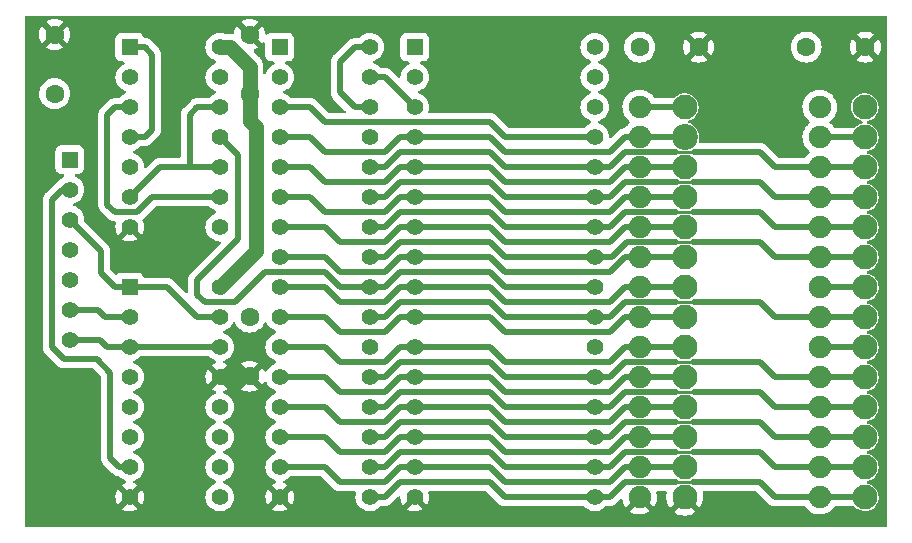
<source format=gbl>
G04 #@! TF.GenerationSoftware,KiCad,Pcbnew,(6.0.6)*
G04 #@! TF.CreationDate,2022-10-18T23:28:59+10:30*
G04 #@! TF.ProjectId,BBCROMRAM2014,42424352-4f4d-4524-914d-323031342e6b,rev?*
G04 #@! TF.SameCoordinates,Original*
G04 #@! TF.FileFunction,Copper,L2,Bot*
G04 #@! TF.FilePolarity,Positive*
%FSLAX46Y46*%
G04 Gerber Fmt 4.6, Leading zero omitted, Abs format (unit mm)*
G04 Created by KiCad (PCBNEW (6.0.6)) date 2022-10-18 23:28:59*
%MOMM*%
%LPD*%
G01*
G04 APERTURE LIST*
G04 #@! TA.AperFunction,ComponentPad*
%ADD10R,1.397000X1.397000*%
G04 #@! TD*
G04 #@! TA.AperFunction,ComponentPad*
%ADD11C,1.397000*%
G04 #@! TD*
G04 #@! TA.AperFunction,ComponentPad*
%ADD12C,2.100000*%
G04 #@! TD*
G04 #@! TA.AperFunction,ComponentPad*
%ADD13C,2.200000*%
G04 #@! TD*
G04 #@! TA.AperFunction,ComponentPad*
%ADD14C,1.900000*%
G04 #@! TD*
G04 #@! TA.AperFunction,ComponentPad*
%ADD15C,1.600000*%
G04 #@! TD*
G04 #@! TA.AperFunction,Conductor*
%ADD16C,0.508000*%
G04 #@! TD*
G04 #@! TA.AperFunction,Conductor*
%ADD17C,0.254000*%
G04 #@! TD*
G04 #@! TA.AperFunction,Conductor*
%ADD18C,1.270000*%
G04 #@! TD*
G04 APERTURE END LIST*
D10*
X215900000Y-109855000D03*
D11*
X215900000Y-112395000D03*
X215900000Y-114935000D03*
X215900000Y-117475000D03*
X215900000Y-120015000D03*
X215900000Y-122555000D03*
X215900000Y-125095000D03*
D10*
X245110000Y-100330000D03*
D11*
X245110000Y-102870000D03*
X245110000Y-105410000D03*
X245110000Y-107950000D03*
X245110000Y-110490000D03*
X245110000Y-113030000D03*
X245110000Y-115570000D03*
X245110000Y-118110000D03*
X245110000Y-120650000D03*
X245110000Y-123190000D03*
X245110000Y-125730000D03*
X245110000Y-128270000D03*
X245110000Y-130810000D03*
X245110000Y-133350000D03*
X245110000Y-135890000D03*
X245110000Y-138430000D03*
X260350000Y-138430000D03*
X260350000Y-135890000D03*
X260350000Y-133350000D03*
X260350000Y-130810000D03*
X260350000Y-128270000D03*
X260350000Y-125730000D03*
X260350000Y-123190000D03*
X260350000Y-120650000D03*
X260350000Y-118110000D03*
X260350000Y-115570000D03*
X260350000Y-113030000D03*
X260350000Y-110490000D03*
X260350000Y-107950000D03*
X260350000Y-105410000D03*
X260350000Y-102870000D03*
X260350000Y-100330000D03*
D12*
X267970000Y-105410000D03*
D13*
X267970000Y-107950000D03*
D12*
X267970000Y-110490000D03*
X267970000Y-113030000D03*
X267970000Y-115570000D03*
X267970000Y-118110000D03*
X267970000Y-120650000D03*
X267970000Y-123190000D03*
X267970000Y-125730000D03*
X267970000Y-128270000D03*
X267970000Y-130810000D03*
X267970000Y-133350000D03*
X267970000Y-135890000D03*
X267970000Y-138430000D03*
X283210000Y-138430000D03*
X283210000Y-135890000D03*
X283210000Y-133350000D03*
X283210000Y-130810000D03*
X283210000Y-128270000D03*
X283210000Y-125730000D03*
X283210000Y-123190000D03*
X283210000Y-120650000D03*
X283210000Y-118110000D03*
X283210000Y-115570000D03*
X283210000Y-113030000D03*
X283210000Y-110490000D03*
X283210000Y-107950000D03*
X283210000Y-105410000D03*
D14*
X264160000Y-105410000D03*
X264160000Y-107950000D03*
X264160000Y-110490000D03*
X264160000Y-113030000D03*
X264160000Y-115570000D03*
X264160000Y-118110000D03*
X264160000Y-120650000D03*
X264160000Y-123190000D03*
X264160000Y-125730000D03*
X264160000Y-128270000D03*
X264160000Y-130810000D03*
X264160000Y-133350000D03*
X264160000Y-135890000D03*
X264160000Y-138430000D03*
X279400000Y-138430000D03*
X279400000Y-135890000D03*
X279400000Y-133350000D03*
X279400000Y-130810000D03*
X279400000Y-128270000D03*
X279400000Y-125730000D03*
X279400000Y-123190000D03*
X279400000Y-120650000D03*
X279400000Y-118110000D03*
X279400000Y-115570000D03*
X279400000Y-113030000D03*
X279400000Y-110490000D03*
X279400000Y-107950000D03*
X279400000Y-105410000D03*
D10*
X220980000Y-120650000D03*
D11*
X220980000Y-123190000D03*
X220980000Y-125730000D03*
X220980000Y-128270000D03*
X220980000Y-130810000D03*
X220980000Y-133350000D03*
X220980000Y-135890000D03*
X220980000Y-138430000D03*
X228600000Y-138430000D03*
X228600000Y-135890000D03*
X228600000Y-133350000D03*
X228600000Y-130810000D03*
X228600000Y-128270000D03*
X228600000Y-125730000D03*
X228600000Y-123190000D03*
X228600000Y-120650000D03*
D10*
X220980000Y-100330000D03*
D11*
X220980000Y-102870000D03*
X220980000Y-105410000D03*
X220980000Y-107950000D03*
X220980000Y-110490000D03*
X220980000Y-113030000D03*
X220980000Y-115570000D03*
X228600000Y-115570000D03*
X228600000Y-113030000D03*
X228600000Y-110490000D03*
X228600000Y-107950000D03*
X228600000Y-105410000D03*
X228600000Y-102870000D03*
X228600000Y-100330000D03*
D10*
X233680000Y-100330000D03*
D11*
X233680000Y-102870000D03*
X233680000Y-105410000D03*
X233680000Y-107950000D03*
X233680000Y-110490000D03*
X233680000Y-113030000D03*
X233680000Y-115570000D03*
X233680000Y-118110000D03*
X233680000Y-120650000D03*
X233680000Y-123190000D03*
X233680000Y-125730000D03*
X233680000Y-128270000D03*
X233680000Y-130810000D03*
X233680000Y-133350000D03*
X233680000Y-135890000D03*
X233680000Y-138430000D03*
X241300000Y-138430000D03*
X241300000Y-135890000D03*
X241300000Y-133350000D03*
X241300000Y-130810000D03*
X241300000Y-128270000D03*
X241300000Y-125730000D03*
X241300000Y-123190000D03*
X241300000Y-120650000D03*
X241300000Y-118110000D03*
X241300000Y-115570000D03*
X241300000Y-113030000D03*
X241300000Y-110490000D03*
X241300000Y-107950000D03*
X241300000Y-105410000D03*
X241300000Y-102870000D03*
X241300000Y-100330000D03*
D15*
X231140000Y-123190000D03*
X231140000Y-128190000D03*
X264160000Y-100330000D03*
X269160000Y-100330000D03*
X278257000Y-100330000D03*
X283257000Y-100330000D03*
X214630000Y-104267000D03*
X214630000Y-99267000D03*
X231140000Y-104267000D03*
X231140000Y-99267000D03*
D16*
X262890000Y-128270000D02*
X261620000Y-129540000D01*
X261620000Y-129540000D02*
X252730000Y-129540000D01*
X252730000Y-129540000D02*
X251460000Y-128270000D01*
X251460000Y-128270000D02*
X245110000Y-128270000D01*
X243840000Y-128270000D02*
X242570000Y-129540000D01*
X242570000Y-129540000D02*
X238760000Y-129540000D01*
X238760000Y-129540000D02*
X237490000Y-128270000D01*
X237490000Y-128270000D02*
X233680000Y-128270000D01*
X245110000Y-128270000D02*
X243840000Y-128270000D01*
X264160000Y-128270000D02*
X267970000Y-128270000D01*
X264160000Y-128270000D02*
X262890000Y-128270000D01*
X262890000Y-125730000D02*
X261620000Y-127000000D01*
X261620000Y-127000000D02*
X252730000Y-127000000D01*
X252730000Y-127000000D02*
X251460000Y-125730000D01*
X251460000Y-125730000D02*
X245110000Y-125730000D01*
X243840000Y-125730000D02*
X242570000Y-127000000D01*
X242570000Y-127000000D02*
X238760000Y-127000000D01*
X238760000Y-127000000D02*
X237490000Y-125730000D01*
X237490000Y-125730000D02*
X233680000Y-125730000D01*
X264160000Y-125730000D02*
X267970000Y-125730000D01*
X264160000Y-125730000D02*
X262890000Y-125730000D01*
X245110000Y-125730000D02*
X243840000Y-125730000D01*
X275590000Y-123190000D02*
X274320000Y-121920000D01*
X262890000Y-121920000D02*
X261620000Y-123190000D01*
X261620000Y-123190000D02*
X260350000Y-123190000D01*
X252730000Y-123190000D02*
X251460000Y-121920000D01*
X251460000Y-121920000D02*
X243840000Y-121920000D01*
X243840000Y-121920000D02*
X242570000Y-123190000D01*
X242570000Y-123190000D02*
X241300000Y-123190000D01*
X279400000Y-123190000D02*
X275590000Y-123190000D01*
X274269200Y-121920000D02*
X268732000Y-121920000D01*
X260350000Y-123190000D02*
X252730000Y-123190000D01*
X262890000Y-121920000D02*
X267208000Y-121920000D01*
X279400000Y-123190000D02*
X283210000Y-123190000D01*
D17*
X267208000Y-121920000D02*
X268732000Y-121920000D01*
D16*
X275590000Y-118110000D02*
X274320000Y-116840000D01*
X252730000Y-118110000D02*
X251460000Y-116840000D01*
X251460000Y-116840000D02*
X243840000Y-116840000D01*
X243840000Y-116840000D02*
X242570000Y-118110000D01*
X242570000Y-118110000D02*
X241300000Y-118110000D01*
X274345400Y-116840000D02*
X268681200Y-116840000D01*
X260350000Y-118110000D02*
X252730000Y-118110000D01*
X279400000Y-118110000D02*
X275590000Y-118110000D01*
D17*
X267208000Y-116840000D02*
X268681200Y-116840000D01*
D16*
X263042400Y-116840000D02*
X267208000Y-116840000D01*
X263042400Y-116840000D02*
X261772400Y-118110000D01*
X261772400Y-118110000D02*
X260350000Y-118110000D01*
X279400000Y-118110000D02*
X283210000Y-118110000D01*
X262890000Y-107950000D02*
X261620000Y-109220000D01*
X261620000Y-109220000D02*
X252730000Y-109220000D01*
X252730000Y-109220000D02*
X251460000Y-107950000D01*
X251460000Y-107950000D02*
X245110000Y-107950000D01*
X243840000Y-107950000D02*
X242570000Y-109220000D01*
X242570000Y-109220000D02*
X237490000Y-109220000D01*
X237490000Y-109220000D02*
X236220000Y-107950000D01*
X236220000Y-107950000D02*
X233680000Y-107950000D01*
X245110000Y-107950000D02*
X243840000Y-107950000D01*
X264160000Y-107950000D02*
X262890000Y-107950000D01*
X264160000Y-107950000D02*
X267970000Y-107950000D01*
X252730000Y-110490000D02*
X251460000Y-109220000D01*
X251460000Y-109220000D02*
X243840000Y-109220000D01*
X243840000Y-109220000D02*
X242570000Y-110490000D01*
X242570000Y-110490000D02*
X241300000Y-110490000D01*
X279400000Y-110490000D02*
X275590000Y-110490000D01*
X262890000Y-109220000D02*
X261620000Y-110490000D01*
X260350000Y-110490000D02*
X252730000Y-110490000D01*
X267208000Y-109220000D02*
X262890000Y-109220000D01*
X279400000Y-110490000D02*
X283210000Y-110490000D01*
D17*
X267208000Y-109220000D02*
X268732000Y-109220000D01*
D16*
X274320000Y-109220000D02*
X268732000Y-109220000D01*
X261620000Y-110490000D02*
X260350000Y-110490000D01*
X275590000Y-110490000D02*
X274320000Y-109220000D01*
X262890000Y-123190000D02*
X261620000Y-124460000D01*
X261620000Y-124460000D02*
X252730000Y-124460000D01*
X252730000Y-124460000D02*
X251460000Y-123190000D01*
X251460000Y-123190000D02*
X245110000Y-123190000D01*
X243840000Y-123190000D02*
X242570000Y-124460000D01*
X242570000Y-124460000D02*
X238760000Y-124460000D01*
X238760000Y-124460000D02*
X237490000Y-123190000D01*
X237490000Y-123190000D02*
X233680000Y-123190000D01*
X245110000Y-123190000D02*
X243840000Y-123190000D01*
X264160000Y-123190000D02*
X267970000Y-123190000D01*
X264160000Y-123190000D02*
X262890000Y-123190000D01*
X262890000Y-120650000D02*
X261620000Y-121920000D01*
X261620000Y-121920000D02*
X252730000Y-121920000D01*
X252730000Y-121920000D02*
X251460000Y-120650000D01*
X251460000Y-120650000D02*
X245110000Y-120650000D01*
X243840000Y-120650000D02*
X242570000Y-121920000D01*
X242570000Y-121920000D02*
X238760000Y-121920000D01*
X238760000Y-121920000D02*
X237490000Y-120650000D01*
X237490000Y-120650000D02*
X233680000Y-120650000D01*
X264160000Y-120650000D02*
X262890000Y-120650000D01*
X245110000Y-120650000D02*
X243840000Y-120650000D01*
X264160000Y-120650000D02*
X267970000Y-120650000D01*
X262890000Y-118110000D02*
X261620000Y-119380000D01*
X261620000Y-119380000D02*
X252730000Y-119380000D01*
X252730000Y-119380000D02*
X251460000Y-118110000D01*
X251460000Y-118110000D02*
X245110000Y-118110000D01*
X243840000Y-118110000D02*
X242570000Y-119380000D01*
X242570000Y-119380000D02*
X238760000Y-119380000D01*
X238760000Y-119380000D02*
X237490000Y-118110000D01*
X237490000Y-118110000D02*
X233680000Y-118110000D01*
X245110000Y-118110000D02*
X243840000Y-118110000D01*
X264160000Y-118110000D02*
X262890000Y-118110000D01*
X264160000Y-118110000D02*
X267970000Y-118110000D01*
X262890000Y-115570000D02*
X261620000Y-116840000D01*
X261620000Y-116840000D02*
X252730000Y-116840000D01*
X252730000Y-116840000D02*
X251460000Y-115570000D01*
X251460000Y-115570000D02*
X245110000Y-115570000D01*
X243840000Y-115570000D02*
X242570000Y-116840000D01*
X242570000Y-116840000D02*
X238760000Y-116840000D01*
X238760000Y-116840000D02*
X237490000Y-115570000D01*
X237490000Y-115570000D02*
X233680000Y-115570000D01*
X264160000Y-115570000D02*
X267970000Y-115570000D01*
X264160000Y-115570000D02*
X262890000Y-115570000D01*
X245110000Y-115570000D02*
X243840000Y-115570000D01*
X262890000Y-113030000D02*
X261620000Y-114300000D01*
X261620000Y-114300000D02*
X252730000Y-114300000D01*
X252730000Y-114300000D02*
X251460000Y-113030000D01*
X251460000Y-113030000D02*
X245110000Y-113030000D01*
X243840000Y-113030000D02*
X242570000Y-114300000D01*
X242570000Y-114300000D02*
X237490000Y-114300000D01*
X237490000Y-114300000D02*
X236220000Y-113030000D01*
X236220000Y-113030000D02*
X233680000Y-113030000D01*
X245110000Y-113030000D02*
X243840000Y-113030000D01*
X264160000Y-113030000D02*
X262890000Y-113030000D01*
X264160000Y-113030000D02*
X267970000Y-113030000D01*
X262890000Y-110490000D02*
X261620000Y-111760000D01*
X261620000Y-111760000D02*
X252730000Y-111760000D01*
X252730000Y-111760000D02*
X251460000Y-110490000D01*
X251460000Y-110490000D02*
X245110000Y-110490000D01*
X243840000Y-110490000D02*
X242570000Y-111760000D01*
X242570000Y-111760000D02*
X237490000Y-111760000D01*
X237490000Y-111760000D02*
X236220000Y-110490000D01*
X236220000Y-110490000D02*
X233680000Y-110490000D01*
X245110000Y-110490000D02*
X243840000Y-110490000D01*
X264160000Y-110490000D02*
X262890000Y-110490000D01*
X264160000Y-110490000D02*
X267970000Y-110490000D01*
X252730000Y-113030000D02*
X251460000Y-111760000D01*
X251460000Y-111760000D02*
X243840000Y-111760000D01*
X243840000Y-111760000D02*
X242570000Y-113030000D01*
X242570000Y-113030000D02*
X241300000Y-113030000D01*
X261620000Y-113030000D02*
X260350000Y-113030000D01*
X279400000Y-113030000D02*
X283210000Y-113030000D01*
X267309600Y-111760000D02*
X262890000Y-111760000D01*
X274320000Y-111760000D02*
X268681200Y-111760000D01*
X260350000Y-113030000D02*
X252730000Y-113030000D01*
X275590000Y-113030000D02*
X274320000Y-111760000D01*
D17*
X267309600Y-111760000D02*
X268681200Y-111760000D01*
D16*
X262890000Y-111760000D02*
X261620000Y-113030000D01*
X279400000Y-113030000D02*
X275590000Y-113030000D01*
X252730000Y-115570000D02*
X251460000Y-114300000D01*
X251460000Y-114300000D02*
X243840000Y-114300000D01*
X243840000Y-114300000D02*
X242570000Y-115570000D01*
X242570000Y-115570000D02*
X241300000Y-115570000D01*
X274320000Y-114300000D02*
X268630400Y-114300000D01*
X279400000Y-115570000D02*
X275590000Y-115570000D01*
X267258800Y-114300000D02*
X262890000Y-114300000D01*
X279400000Y-115570000D02*
X283210000Y-115570000D01*
X261620000Y-115570000D02*
X260350000Y-115570000D01*
X260350000Y-115570000D02*
X252730000Y-115570000D01*
D17*
X267258800Y-114300000D02*
X268630400Y-114300000D01*
D16*
X262890000Y-114300000D02*
X261620000Y-115570000D01*
X275590000Y-115570000D02*
X274320000Y-114300000D01*
X262890000Y-130810000D02*
X261620000Y-132080000D01*
X261620000Y-132080000D02*
X252730000Y-132080000D01*
X252730000Y-132080000D02*
X251460000Y-130810000D01*
X251460000Y-130810000D02*
X245110000Y-130810000D01*
X243840000Y-130810000D02*
X242570000Y-132080000D01*
X242570000Y-132080000D02*
X238760000Y-132080000D01*
X238760000Y-132080000D02*
X237490000Y-130810000D01*
X237490000Y-130810000D02*
X233680000Y-130810000D01*
X264160000Y-130810000D02*
X267970000Y-130810000D01*
X264160000Y-130810000D02*
X262890000Y-130810000D01*
X245110000Y-130810000D02*
X243840000Y-130810000D01*
X262890000Y-133350000D02*
X261620000Y-134620000D01*
X261620000Y-134620000D02*
X252730000Y-134620000D01*
X252730000Y-134620000D02*
X251460000Y-133350000D01*
X251460000Y-133350000D02*
X245110000Y-133350000D01*
X243840000Y-133350000D02*
X242570000Y-134620000D01*
X242570000Y-134620000D02*
X238760000Y-134620000D01*
X238760000Y-134620000D02*
X237490000Y-133350000D01*
X237490000Y-133350000D02*
X233680000Y-133350000D01*
X245110000Y-133350000D02*
X243840000Y-133350000D01*
X264160000Y-133350000D02*
X262890000Y-133350000D01*
X264160000Y-133350000D02*
X267970000Y-133350000D01*
X262890000Y-135890000D02*
X261620000Y-137160000D01*
X261620000Y-137160000D02*
X252730000Y-137160000D01*
X252730000Y-137160000D02*
X251460000Y-135890000D01*
X251460000Y-135890000D02*
X245110000Y-135890000D01*
X243840000Y-135890000D02*
X242570000Y-137160000D01*
X242570000Y-137160000D02*
X238760000Y-137160000D01*
X238760000Y-137160000D02*
X237490000Y-135890000D01*
X237490000Y-135890000D02*
X233680000Y-135890000D01*
X264160000Y-135890000D02*
X267970000Y-135890000D01*
X245110000Y-135890000D02*
X243840000Y-135890000D01*
X264160000Y-135890000D02*
X262890000Y-135890000D01*
X252730000Y-138430000D02*
X251460000Y-137160000D01*
X251460000Y-137160000D02*
X243840000Y-137160000D01*
X243840000Y-137160000D02*
X242570000Y-138430000D01*
X242570000Y-138430000D02*
X241300000Y-138430000D01*
D17*
X267258800Y-137160000D02*
X268681200Y-137160000D01*
D16*
X267258800Y-137160000D02*
X262890000Y-137160000D01*
X279400000Y-138430000D02*
X283210000Y-138430000D01*
X260350000Y-138430000D02*
X252730000Y-138430000D01*
X274320000Y-137160000D02*
X268681200Y-137160000D01*
X262890000Y-137160000D02*
X261620000Y-138430000D01*
X275590000Y-138430000D02*
X274320000Y-137160000D01*
X261620000Y-138430000D02*
X260350000Y-138430000D01*
X279400000Y-138430000D02*
X275590000Y-138430000D01*
X275590000Y-135890000D02*
X274320000Y-134620000D01*
X260350000Y-135890000D02*
X252730000Y-135890000D01*
X252730000Y-135890000D02*
X251460000Y-134620000D01*
X251460000Y-134620000D02*
X243840000Y-134620000D01*
X243840000Y-134620000D02*
X242570000Y-135890000D01*
X242570000Y-135890000D02*
X241300000Y-135890000D01*
X274370800Y-134670800D02*
X274320000Y-134620000D01*
X267208000Y-134620000D02*
X262890000Y-134620000D01*
X274320000Y-134620000D02*
X268681200Y-134620000D01*
X262890000Y-134620000D02*
X261620000Y-135890000D01*
X279400000Y-135890000D02*
X275590000Y-135890000D01*
D17*
X267208000Y-134620000D02*
X268681200Y-134620000D01*
D16*
X279400000Y-135890000D02*
X283210000Y-135890000D01*
X261620000Y-135890000D02*
X260350000Y-135890000D01*
X252730000Y-133350000D02*
X251460000Y-132080000D01*
X251460000Y-132080000D02*
X243840000Y-132080000D01*
X243840000Y-132080000D02*
X242570000Y-133350000D01*
X242570000Y-133350000D02*
X241300000Y-133350000D01*
X260350000Y-133350000D02*
X252730000Y-133350000D01*
X274320000Y-132080000D02*
X268681200Y-132080000D01*
X279400000Y-133350000D02*
X275590000Y-133350000D01*
X262890000Y-132080000D02*
X261620000Y-133350000D01*
X261620000Y-133350000D02*
X260350000Y-133350000D01*
D17*
X267258800Y-132080000D02*
X268681200Y-132080000D01*
D16*
X275590000Y-133350000D02*
X274320000Y-132080000D01*
X279400000Y-133350000D02*
X283210000Y-133350000D01*
X267258800Y-132080000D02*
X262890000Y-132080000D01*
X262890000Y-129540000D02*
X261620000Y-130810000D01*
X261620000Y-130810000D02*
X260350000Y-130810000D01*
X252730000Y-130810000D02*
X251460000Y-129540000D01*
X251460000Y-129540000D02*
X243840000Y-129540000D01*
X243840000Y-129540000D02*
X242570000Y-130810000D01*
X242570000Y-130810000D02*
X241300000Y-130810000D01*
X260350000Y-130810000D02*
X252730000Y-130810000D01*
X279400000Y-130810000D02*
X275590000Y-130810000D01*
D17*
X267258800Y-129540000D02*
X268732000Y-129540000D01*
D16*
X279400000Y-130810000D02*
X283210000Y-130810000D01*
X274320000Y-129540000D02*
X268732000Y-129540000D01*
X262890000Y-129540000D02*
X267258800Y-129540000D01*
X275590000Y-130810000D02*
X274320000Y-129540000D01*
X260350000Y-128270000D02*
X252730000Y-128270000D01*
X252730000Y-128270000D02*
X251460000Y-127000000D01*
X251460000Y-127000000D02*
X243840000Y-127000000D01*
X243840000Y-127000000D02*
X242570000Y-128270000D01*
X242570000Y-128270000D02*
X241300000Y-128270000D01*
X279400000Y-128270000D02*
X275590000Y-128270000D01*
X274320000Y-127000000D02*
X268681200Y-127000000D01*
X262890000Y-127000000D02*
X267258800Y-127000000D01*
X261620000Y-128270000D02*
X262890000Y-127000000D01*
X279400000Y-128270000D02*
X283210000Y-128270000D01*
X260350000Y-128270000D02*
X261620000Y-128270000D01*
X275590000Y-128270000D02*
X274320000Y-127000000D01*
D17*
X267258800Y-127000000D02*
X268681200Y-127000000D01*
D16*
X228600000Y-123190000D02*
X226695000Y-123190000D01*
X218567010Y-117602010D02*
X215900000Y-114935000D01*
X218567010Y-119443510D02*
X218567010Y-117602010D01*
X219773500Y-120650000D02*
X218567010Y-119443510D01*
X224155000Y-120650000D02*
X220980000Y-120650000D01*
X220980000Y-120650000D02*
X219773500Y-120650000D01*
X226695000Y-123190000D02*
X224155000Y-120650000D01*
X214376000Y-113284000D02*
X214376000Y-125730000D01*
X215392000Y-126746000D02*
X218186000Y-126746000D01*
X219329000Y-135128000D02*
X220091000Y-135890000D01*
X219329000Y-127889000D02*
X219329000Y-135128000D01*
X215900000Y-112395000D02*
X215265000Y-112395000D01*
X215265000Y-112395000D02*
X214376000Y-113284000D01*
X218186000Y-126746000D02*
X219329000Y-127889000D01*
X214376000Y-125730000D02*
X215392000Y-126746000D01*
X220091000Y-135890000D02*
X220980000Y-135890000D01*
X279400000Y-125730000D02*
X283210000Y-125730000D01*
X279400000Y-120650000D02*
X283210000Y-120650000D01*
X279400000Y-107950000D02*
X283210000Y-107950000D01*
X267970000Y-105410000D02*
X264160000Y-105410000D01*
X252730000Y-120650000D02*
X251460000Y-119380000D01*
X251460000Y-119380000D02*
X243840000Y-119380000D01*
X243840000Y-119380000D02*
X242570000Y-120650000D01*
X242570000Y-120650000D02*
X241300000Y-120650000D01*
X230124000Y-109474000D02*
X228600000Y-107950000D01*
X238760000Y-120650000D02*
X237490000Y-119380000D01*
X226695000Y-121285000D02*
X226695000Y-120015000D01*
X237490000Y-119380000D02*
X232410000Y-119380000D01*
X229870000Y-121920000D02*
X227330000Y-121920000D01*
X230124000Y-116586000D02*
X230124000Y-109474000D01*
X260350000Y-120650000D02*
X252730000Y-120650000D01*
X227330000Y-121920000D02*
X226695000Y-121285000D01*
X226695000Y-120015000D02*
X230124000Y-116586000D01*
X232410000Y-119380000D02*
X229870000Y-121920000D01*
X241300000Y-120650000D02*
X238760000Y-120650000D01*
X252730000Y-107950000D02*
X251460000Y-106680000D01*
X251460000Y-106680000D02*
X237490000Y-106680000D01*
X237490000Y-106680000D02*
X236220000Y-105410000D01*
X236220000Y-105410000D02*
X233680000Y-105410000D01*
X260350000Y-107950000D02*
X252730000Y-107950000D01*
X242570000Y-102870000D02*
X241300000Y-102870000D01*
X245110000Y-105410000D02*
X242570000Y-102870000D01*
X218263586Y-122555000D02*
X215900000Y-122555000D01*
X218898586Y-123190000D02*
X218263586Y-122555000D01*
X220980000Y-123190000D02*
X218898586Y-123190000D01*
X220980000Y-125730000D02*
X219075000Y-125730000D01*
X219075000Y-125730000D02*
X218440000Y-125095000D01*
X228600000Y-125730000D02*
X220980000Y-125730000D01*
X218440000Y-125095000D02*
X215900000Y-125095000D01*
D18*
X228680000Y-128190000D02*
X228600000Y-128270000D01*
X231140000Y-128190000D02*
X228680000Y-128190000D01*
D16*
X240030000Y-105410000D02*
X238760000Y-104140000D01*
X238760000Y-104140000D02*
X238760000Y-101600000D01*
X238760000Y-101600000D02*
X240030000Y-100330000D01*
X240030000Y-100330000D02*
X241300000Y-100330000D01*
D18*
X231140000Y-103465000D02*
X231140000Y-106553000D01*
D16*
X241300000Y-105410000D02*
X240030000Y-105410000D01*
D18*
X231140000Y-106553000D02*
X231648000Y-107061000D01*
X228600000Y-100330000D02*
X229489000Y-100330000D01*
D16*
X222885000Y-107315000D02*
X222250000Y-107950000D01*
X222250000Y-107950000D02*
X220980000Y-107950000D01*
D18*
X231648000Y-117602000D02*
X228600000Y-120650000D01*
D16*
X220980000Y-100330000D02*
X222250000Y-100330000D01*
D18*
X231648000Y-107061000D02*
X231648000Y-117602000D01*
D16*
X222885000Y-100965000D02*
X222885000Y-107315000D01*
D18*
X231140000Y-101981000D02*
X231140000Y-103465000D01*
D16*
X222250000Y-100330000D02*
X222885000Y-100965000D01*
D18*
X229489000Y-100330000D02*
X231140000Y-101981000D01*
D16*
X222885000Y-113030000D02*
X228600000Y-113030000D01*
X221615000Y-114300000D02*
X222885000Y-113030000D01*
X220980000Y-105410000D02*
X219710000Y-105410000D01*
X219075000Y-113665000D02*
X219710000Y-114300000D01*
X219710000Y-105410000D02*
X219075000Y-106045000D01*
X219075000Y-106045000D02*
X219075000Y-113665000D01*
X219710000Y-114300000D02*
X221615000Y-114300000D01*
X226695000Y-105410000D02*
X226060000Y-106045000D01*
X228600000Y-105410000D02*
X226695000Y-105410000D01*
X220980000Y-113030000D02*
X223520000Y-110490000D01*
X226060000Y-106045000D02*
X226060000Y-110490000D01*
X223520000Y-110490000D02*
X226060000Y-110490000D01*
X226060000Y-110490000D02*
X228600000Y-110490000D01*
G04 #@! TA.AperFunction,Conductor*
G36*
X285057121Y-97683502D02*
G01*
X285103614Y-97737158D01*
X285115000Y-97789500D01*
X285115000Y-140844000D01*
X285094998Y-140912121D01*
X285041342Y-140958614D01*
X284989000Y-140970000D01*
X212216000Y-140970000D01*
X212147879Y-140949998D01*
X212101386Y-140896342D01*
X212090000Y-140844000D01*
X212090000Y-139442314D01*
X220332046Y-139442314D01*
X220341928Y-139454803D01*
X220397041Y-139491627D01*
X220407146Y-139497114D01*
X220600267Y-139580086D01*
X220611210Y-139583641D01*
X220816209Y-139630028D01*
X220827618Y-139631530D01*
X221037645Y-139639781D01*
X221049129Y-139639179D01*
X221257145Y-139609019D01*
X221268328Y-139606334D01*
X221467362Y-139538771D01*
X221477865Y-139534095D01*
X221620404Y-139454270D01*
X221630266Y-139444194D01*
X221627311Y-139436522D01*
X220992811Y-138802021D01*
X220978868Y-138794408D01*
X220977034Y-138794539D01*
X220970420Y-138798790D01*
X220338239Y-139430972D01*
X220332046Y-139442314D01*
X212090000Y-139442314D01*
X212090000Y-138404048D01*
X219769124Y-138404048D01*
X219782871Y-138613779D01*
X219784672Y-138625149D01*
X219836409Y-138828863D01*
X219840250Y-138839710D01*
X219928247Y-139030592D01*
X219933996Y-139040549D01*
X219955112Y-139070427D01*
X219965702Y-139078816D01*
X219979001Y-139071788D01*
X220607979Y-138442811D01*
X220614356Y-138431132D01*
X221344408Y-138431132D01*
X221344539Y-138432966D01*
X221348790Y-138439580D01*
X221982611Y-139073400D01*
X221994986Y-139080157D01*
X222001566Y-139075231D01*
X222084095Y-138927865D01*
X222088771Y-138917362D01*
X222156334Y-138718328D01*
X222159019Y-138707145D01*
X222189475Y-138497088D01*
X222190105Y-138489705D01*
X222191572Y-138433704D01*
X222191450Y-138430000D01*
X227388389Y-138430000D01*
X227406796Y-138640394D01*
X227408220Y-138645707D01*
X227408220Y-138645709D01*
X227425857Y-138711529D01*
X227461458Y-138844395D01*
X227463780Y-138849376D01*
X227463781Y-138849377D01*
X227547230Y-139028333D01*
X227550714Y-139035805D01*
X227671852Y-139208809D01*
X227821191Y-139358148D01*
X227825699Y-139361305D01*
X227825702Y-139361307D01*
X227989685Y-139476129D01*
X227994194Y-139479286D01*
X227999176Y-139481609D01*
X227999181Y-139481612D01*
X228158584Y-139555942D01*
X228185605Y-139568542D01*
X228190913Y-139569964D01*
X228190915Y-139569965D01*
X228384291Y-139621780D01*
X228384293Y-139621780D01*
X228389606Y-139623204D01*
X228600000Y-139641611D01*
X228810394Y-139623204D01*
X228815707Y-139621780D01*
X228815709Y-139621780D01*
X229009085Y-139569965D01*
X229009087Y-139569964D01*
X229014395Y-139568542D01*
X229041416Y-139555942D01*
X229200819Y-139481612D01*
X229200824Y-139481609D01*
X229205806Y-139479286D01*
X229210315Y-139476129D01*
X229258608Y-139442314D01*
X233032046Y-139442314D01*
X233041928Y-139454803D01*
X233097041Y-139491627D01*
X233107146Y-139497114D01*
X233300267Y-139580086D01*
X233311210Y-139583641D01*
X233516209Y-139630028D01*
X233527618Y-139631530D01*
X233737645Y-139639781D01*
X233749129Y-139639179D01*
X233957145Y-139609019D01*
X233968328Y-139606334D01*
X234167362Y-139538771D01*
X234177865Y-139534095D01*
X234320404Y-139454270D01*
X234330266Y-139444194D01*
X234327311Y-139436522D01*
X233692811Y-138802021D01*
X233678868Y-138794408D01*
X233677034Y-138794539D01*
X233670420Y-138798790D01*
X233038239Y-139430972D01*
X233032046Y-139442314D01*
X229258608Y-139442314D01*
X229374298Y-139361307D01*
X229374301Y-139361305D01*
X229378809Y-139358148D01*
X229528148Y-139208809D01*
X229649286Y-139035805D01*
X229652771Y-139028333D01*
X229736219Y-138849377D01*
X229736220Y-138849376D01*
X229738542Y-138844395D01*
X229774144Y-138711529D01*
X229791780Y-138645709D01*
X229791780Y-138645707D01*
X229793204Y-138640394D01*
X229811611Y-138430000D01*
X229809341Y-138404048D01*
X232469124Y-138404048D01*
X232482871Y-138613779D01*
X232484672Y-138625149D01*
X232536409Y-138828863D01*
X232540250Y-138839710D01*
X232628247Y-139030592D01*
X232633996Y-139040549D01*
X232655112Y-139070427D01*
X232665702Y-139078816D01*
X232679001Y-139071788D01*
X233307979Y-138442811D01*
X233314356Y-138431132D01*
X234044408Y-138431132D01*
X234044539Y-138432966D01*
X234048790Y-138439580D01*
X234682611Y-139073400D01*
X234694986Y-139080157D01*
X234701566Y-139075231D01*
X234784095Y-138927865D01*
X234788771Y-138917362D01*
X234856334Y-138718328D01*
X234859019Y-138707145D01*
X234889475Y-138497088D01*
X234890105Y-138489705D01*
X234891572Y-138433704D01*
X234891329Y-138426305D01*
X234871908Y-138214945D01*
X234869811Y-138203630D01*
X234812758Y-138001336D01*
X234808636Y-137990597D01*
X234715671Y-137802083D01*
X234709665Y-137792281D01*
X234706510Y-137788056D01*
X234695251Y-137779606D01*
X234682834Y-137786377D01*
X234052021Y-138417189D01*
X234044408Y-138431132D01*
X233314356Y-138431132D01*
X233315592Y-138428868D01*
X233315461Y-138427034D01*
X233311210Y-138420420D01*
X232675603Y-137784814D01*
X232663228Y-137778057D01*
X232657262Y-137782523D01*
X232563256Y-137961198D01*
X232558851Y-137971832D01*
X232496522Y-138172563D01*
X232494130Y-138183817D01*
X232469425Y-138392547D01*
X232469124Y-138404048D01*
X229809341Y-138404048D01*
X229793204Y-138219606D01*
X229791780Y-138214291D01*
X229739965Y-138020915D01*
X229739964Y-138020913D01*
X229738542Y-138015605D01*
X229731888Y-138001336D01*
X229651609Y-137829176D01*
X229651607Y-137829173D01*
X229649286Y-137824195D01*
X229528148Y-137651191D01*
X229378809Y-137501852D01*
X229374301Y-137498695D01*
X229374298Y-137498693D01*
X229210315Y-137383871D01*
X229210312Y-137383869D01*
X229205806Y-137380714D01*
X229200824Y-137378391D01*
X229200819Y-137378388D01*
X229019377Y-137293781D01*
X229019376Y-137293781D01*
X229014395Y-137291458D01*
X229009087Y-137290036D01*
X229009085Y-137290035D01*
X228978004Y-137281707D01*
X228917381Y-137244755D01*
X228886360Y-137180894D01*
X228894788Y-137110400D01*
X228939991Y-137055653D01*
X228978004Y-137038293D01*
X229009085Y-137029965D01*
X229009087Y-137029964D01*
X229014395Y-137028542D01*
X229041414Y-137015943D01*
X229200819Y-136941612D01*
X229200824Y-136941609D01*
X229205806Y-136939286D01*
X229210315Y-136936129D01*
X229374298Y-136821307D01*
X229374301Y-136821305D01*
X229378809Y-136818148D01*
X229528148Y-136668809D01*
X229649286Y-136495805D01*
X229658630Y-136475768D01*
X229736219Y-136309377D01*
X229736220Y-136309376D01*
X229738542Y-136304395D01*
X229774144Y-136171529D01*
X229791780Y-136105709D01*
X229791781Y-136105706D01*
X229793204Y-136100394D01*
X229811611Y-135890000D01*
X229793204Y-135679606D01*
X229790347Y-135668944D01*
X229739965Y-135480915D01*
X229739964Y-135480913D01*
X229738542Y-135475605D01*
X229734163Y-135466214D01*
X229651609Y-135289176D01*
X229651607Y-135289173D01*
X229649286Y-135284195D01*
X229528148Y-135111191D01*
X229378809Y-134961852D01*
X229374301Y-134958695D01*
X229374298Y-134958693D01*
X229210315Y-134843871D01*
X229210312Y-134843869D01*
X229205806Y-134840714D01*
X229200824Y-134838391D01*
X229200819Y-134838388D01*
X229019377Y-134753781D01*
X229019376Y-134753781D01*
X229014395Y-134751458D01*
X229009087Y-134750036D01*
X229009085Y-134750035D01*
X228978004Y-134741707D01*
X228917381Y-134704755D01*
X228886360Y-134640894D01*
X228894788Y-134570400D01*
X228939991Y-134515653D01*
X228978004Y-134498293D01*
X229009085Y-134489965D01*
X229009087Y-134489964D01*
X229014395Y-134488542D01*
X229041414Y-134475943D01*
X229200819Y-134401612D01*
X229200824Y-134401609D01*
X229205806Y-134399286D01*
X229210315Y-134396129D01*
X229374298Y-134281307D01*
X229374301Y-134281305D01*
X229378809Y-134278148D01*
X229528148Y-134128809D01*
X229649286Y-133955805D01*
X229658630Y-133935768D01*
X229736219Y-133769377D01*
X229736220Y-133769376D01*
X229738542Y-133764395D01*
X229774144Y-133631529D01*
X229791780Y-133565709D01*
X229791781Y-133565706D01*
X229793204Y-133560394D01*
X229811611Y-133350000D01*
X229793204Y-133139606D01*
X229790347Y-133128944D01*
X229739965Y-132940915D01*
X229739964Y-132940913D01*
X229738542Y-132935605D01*
X229734163Y-132926214D01*
X229651609Y-132749176D01*
X229651607Y-132749173D01*
X229649286Y-132744195D01*
X229528148Y-132571191D01*
X229378809Y-132421852D01*
X229374301Y-132418695D01*
X229374298Y-132418693D01*
X229210315Y-132303871D01*
X229210312Y-132303869D01*
X229205806Y-132300714D01*
X229200824Y-132298391D01*
X229200819Y-132298388D01*
X229019377Y-132213781D01*
X229019376Y-132213781D01*
X229014395Y-132211458D01*
X229009087Y-132210036D01*
X229009085Y-132210035D01*
X228978004Y-132201707D01*
X228917381Y-132164755D01*
X228886360Y-132100894D01*
X228894788Y-132030400D01*
X228939991Y-131975653D01*
X228978004Y-131958293D01*
X229009085Y-131949965D01*
X229009087Y-131949964D01*
X229014395Y-131948542D01*
X229041414Y-131935943D01*
X229200819Y-131861612D01*
X229200824Y-131861609D01*
X229205806Y-131859286D01*
X229210315Y-131856129D01*
X229374298Y-131741307D01*
X229374301Y-131741305D01*
X229378809Y-131738148D01*
X229528148Y-131588809D01*
X229649286Y-131415805D01*
X229658630Y-131395768D01*
X229736219Y-131229377D01*
X229736220Y-131229376D01*
X229738542Y-131224395D01*
X229774144Y-131091529D01*
X229791780Y-131025709D01*
X229791781Y-131025706D01*
X229793204Y-131020394D01*
X229811611Y-130810000D01*
X229793204Y-130599606D01*
X229790347Y-130588944D01*
X229739965Y-130400915D01*
X229739964Y-130400913D01*
X229738542Y-130395605D01*
X229734163Y-130386214D01*
X229651609Y-130209176D01*
X229651607Y-130209173D01*
X229649286Y-130204195D01*
X229528148Y-130031191D01*
X229378809Y-129881852D01*
X229374301Y-129878695D01*
X229374298Y-129878693D01*
X229210315Y-129763871D01*
X229210312Y-129763869D01*
X229205806Y-129760714D01*
X229200824Y-129758391D01*
X229200819Y-129758388D01*
X229019377Y-129673781D01*
X229019376Y-129673781D01*
X229014395Y-129671458D01*
X229009090Y-129670036D01*
X229009083Y-129670034D01*
X228982277Y-129662852D01*
X228974520Y-129660774D01*
X228913898Y-129623823D01*
X228882876Y-129559963D01*
X228891304Y-129489468D01*
X228936506Y-129434721D01*
X228966630Y-129419754D01*
X229087362Y-129378771D01*
X229097865Y-129374095D01*
X229240404Y-129294270D01*
X229250266Y-129284194D01*
X229247311Y-129276522D01*
X229246851Y-129276062D01*
X230418493Y-129276062D01*
X230427789Y-129288077D01*
X230478994Y-129323931D01*
X230488489Y-129329414D01*
X230685947Y-129421490D01*
X230696239Y-129425236D01*
X230906688Y-129481625D01*
X230917481Y-129483528D01*
X231134525Y-129502517D01*
X231145475Y-129502517D01*
X231362519Y-129483528D01*
X231373312Y-129481625D01*
X231583761Y-129425236D01*
X231594053Y-129421490D01*
X231791511Y-129329414D01*
X231801006Y-129323931D01*
X231853048Y-129287491D01*
X231861424Y-129277012D01*
X231854356Y-129263566D01*
X231152812Y-128562022D01*
X231138868Y-128554408D01*
X231137035Y-128554539D01*
X231130420Y-128558790D01*
X230424923Y-129264287D01*
X230418493Y-129276062D01*
X229246851Y-129276062D01*
X228612811Y-128642021D01*
X228598868Y-128634408D01*
X228597034Y-128634539D01*
X228590420Y-128638790D01*
X227958239Y-129270972D01*
X227952046Y-129282314D01*
X227961928Y-129294803D01*
X228017041Y-129331627D01*
X228027146Y-129337114D01*
X228220273Y-129420088D01*
X228224039Y-129421312D01*
X228282646Y-129461383D01*
X228310285Y-129526779D01*
X228298181Y-129596736D01*
X228250177Y-129649044D01*
X228217719Y-129662852D01*
X228190923Y-129670032D01*
X228190912Y-129670036D01*
X228185605Y-129671458D01*
X228180624Y-129673780D01*
X228180623Y-129673781D01*
X227999176Y-129758391D01*
X227999173Y-129758393D01*
X227994195Y-129760714D01*
X227821191Y-129881852D01*
X227671852Y-130031191D01*
X227550714Y-130204195D01*
X227548393Y-130209173D01*
X227548391Y-130209176D01*
X227465837Y-130386214D01*
X227461458Y-130395605D01*
X227460036Y-130400913D01*
X227460035Y-130400915D01*
X227409653Y-130588944D01*
X227406796Y-130599606D01*
X227388389Y-130810000D01*
X227406796Y-131020394D01*
X227408219Y-131025706D01*
X227408220Y-131025709D01*
X227425857Y-131091529D01*
X227461458Y-131224395D01*
X227463780Y-131229376D01*
X227463781Y-131229377D01*
X227541371Y-131395768D01*
X227550714Y-131415805D01*
X227671852Y-131588809D01*
X227821191Y-131738148D01*
X227825699Y-131741305D01*
X227825702Y-131741307D01*
X227989685Y-131856129D01*
X227994194Y-131859286D01*
X227999176Y-131861609D01*
X227999181Y-131861612D01*
X228158586Y-131935943D01*
X228185605Y-131948542D01*
X228190913Y-131949964D01*
X228190915Y-131949965D01*
X228221996Y-131958293D01*
X228282619Y-131995245D01*
X228313640Y-132059106D01*
X228305212Y-132129600D01*
X228260009Y-132184347D01*
X228221996Y-132201707D01*
X228190915Y-132210035D01*
X228190913Y-132210036D01*
X228185605Y-132211458D01*
X228180624Y-132213780D01*
X228180623Y-132213781D01*
X227999176Y-132298391D01*
X227999173Y-132298393D01*
X227994195Y-132300714D01*
X227821191Y-132421852D01*
X227671852Y-132571191D01*
X227550714Y-132744195D01*
X227548393Y-132749173D01*
X227548391Y-132749176D01*
X227465837Y-132926214D01*
X227461458Y-132935605D01*
X227460036Y-132940913D01*
X227460035Y-132940915D01*
X227409653Y-133128944D01*
X227406796Y-133139606D01*
X227388389Y-133350000D01*
X227406796Y-133560394D01*
X227408219Y-133565706D01*
X227408220Y-133565709D01*
X227425857Y-133631529D01*
X227461458Y-133764395D01*
X227463780Y-133769376D01*
X227463781Y-133769377D01*
X227541371Y-133935768D01*
X227550714Y-133955805D01*
X227671852Y-134128809D01*
X227821191Y-134278148D01*
X227825699Y-134281305D01*
X227825702Y-134281307D01*
X227989685Y-134396129D01*
X227994194Y-134399286D01*
X227999176Y-134401609D01*
X227999181Y-134401612D01*
X228158586Y-134475943D01*
X228185605Y-134488542D01*
X228190913Y-134489964D01*
X228190915Y-134489965D01*
X228221996Y-134498293D01*
X228282619Y-134535245D01*
X228313640Y-134599106D01*
X228305212Y-134669600D01*
X228260009Y-134724347D01*
X228221996Y-134741707D01*
X228190915Y-134750035D01*
X228190913Y-134750036D01*
X228185605Y-134751458D01*
X228180624Y-134753780D01*
X228180623Y-134753781D01*
X227999176Y-134838391D01*
X227999173Y-134838393D01*
X227994195Y-134840714D01*
X227821191Y-134961852D01*
X227671852Y-135111191D01*
X227550714Y-135284195D01*
X227548393Y-135289173D01*
X227548391Y-135289176D01*
X227465837Y-135466214D01*
X227461458Y-135475605D01*
X227460036Y-135480913D01*
X227460035Y-135480915D01*
X227409653Y-135668944D01*
X227406796Y-135679606D01*
X227388389Y-135890000D01*
X227406796Y-136100394D01*
X227408219Y-136105706D01*
X227408220Y-136105709D01*
X227425857Y-136171529D01*
X227461458Y-136304395D01*
X227463780Y-136309376D01*
X227463781Y-136309377D01*
X227541371Y-136475768D01*
X227550714Y-136495805D01*
X227671852Y-136668809D01*
X227821191Y-136818148D01*
X227825699Y-136821305D01*
X227825702Y-136821307D01*
X227989685Y-136936129D01*
X227994194Y-136939286D01*
X227999176Y-136941609D01*
X227999181Y-136941612D01*
X228158586Y-137015943D01*
X228185605Y-137028542D01*
X228190913Y-137029964D01*
X228190915Y-137029965D01*
X228221996Y-137038293D01*
X228282619Y-137075245D01*
X228313640Y-137139106D01*
X228305212Y-137209600D01*
X228260009Y-137264347D01*
X228221996Y-137281707D01*
X228190915Y-137290035D01*
X228190913Y-137290036D01*
X228185605Y-137291458D01*
X228180624Y-137293780D01*
X228180623Y-137293781D01*
X227999176Y-137378391D01*
X227999173Y-137378393D01*
X227994195Y-137380714D01*
X227821191Y-137501852D01*
X227671852Y-137651191D01*
X227550714Y-137824195D01*
X227548393Y-137829173D01*
X227548391Y-137829176D01*
X227468112Y-138001336D01*
X227461458Y-138015605D01*
X227460036Y-138020913D01*
X227460035Y-138020915D01*
X227408220Y-138214291D01*
X227406796Y-138219606D01*
X227388389Y-138430000D01*
X222191450Y-138430000D01*
X222191329Y-138426305D01*
X222171908Y-138214945D01*
X222169811Y-138203630D01*
X222112758Y-138001336D01*
X222108636Y-137990597D01*
X222015671Y-137802083D01*
X222009665Y-137792281D01*
X222006510Y-137788056D01*
X221995251Y-137779606D01*
X221982834Y-137786377D01*
X221352021Y-138417189D01*
X221344408Y-138431132D01*
X220614356Y-138431132D01*
X220615592Y-138428868D01*
X220615461Y-138427034D01*
X220611210Y-138420420D01*
X219975603Y-137784814D01*
X219963228Y-137778057D01*
X219957262Y-137782523D01*
X219863256Y-137961198D01*
X219858851Y-137971832D01*
X219796522Y-138172563D01*
X219794130Y-138183817D01*
X219769425Y-138392547D01*
X219769124Y-138404048D01*
X212090000Y-138404048D01*
X212090000Y-125703208D01*
X213608776Y-125703208D01*
X213609369Y-125710500D01*
X213609369Y-125710503D01*
X213613085Y-125756183D01*
X213613500Y-125766398D01*
X213613500Y-125774525D01*
X213616811Y-125802924D01*
X213617238Y-125807244D01*
X213623191Y-125880426D01*
X213625447Y-125887388D01*
X213626643Y-125893376D01*
X213628051Y-125899333D01*
X213628899Y-125906607D01*
X213631397Y-125913489D01*
X213631398Y-125913493D01*
X213653945Y-125975607D01*
X213655355Y-125979711D01*
X213677987Y-126049575D01*
X213681787Y-126055838D01*
X213684325Y-126061380D01*
X213687067Y-126066856D01*
X213689566Y-126073741D01*
X213693581Y-126079865D01*
X213729815Y-126135132D01*
X213732130Y-126138800D01*
X213770227Y-126201581D01*
X213773941Y-126205786D01*
X213773943Y-126205789D01*
X213777667Y-126210005D01*
X213777638Y-126210031D01*
X213780238Y-126212962D01*
X213783042Y-126216316D01*
X213787054Y-126222435D01*
X213802916Y-126237461D01*
X213843586Y-126275988D01*
X213846028Y-126278366D01*
X214805190Y-127237528D01*
X214817577Y-127251941D01*
X214830546Y-127269564D01*
X214836129Y-127274307D01*
X214871055Y-127303979D01*
X214878571Y-127310909D01*
X214884315Y-127316653D01*
X214887189Y-127318927D01*
X214887196Y-127318933D01*
X214906711Y-127334372D01*
X214910115Y-127337163D01*
X214960472Y-127379945D01*
X214960476Y-127379948D01*
X214966051Y-127384684D01*
X214972568Y-127388012D01*
X214977632Y-127391389D01*
X214982856Y-127394616D01*
X214988600Y-127399160D01*
X214995231Y-127402259D01*
X215055082Y-127430232D01*
X215059033Y-127432163D01*
X215124404Y-127465543D01*
X215131519Y-127467284D01*
X215137265Y-127469421D01*
X215143048Y-127471345D01*
X215149679Y-127474444D01*
X215221557Y-127489394D01*
X215225829Y-127490361D01*
X215297112Y-127507804D01*
X215302711Y-127508151D01*
X215302715Y-127508152D01*
X215308330Y-127508500D01*
X215308328Y-127508539D01*
X215312229Y-127508772D01*
X215316588Y-127509161D01*
X215323756Y-127510652D01*
X215331073Y-127510454D01*
X215401577Y-127508546D01*
X215404986Y-127508500D01*
X217817972Y-127508500D01*
X217886093Y-127528502D01*
X217907067Y-127545405D01*
X218529595Y-128167933D01*
X218563621Y-128230245D01*
X218566500Y-128257028D01*
X218566500Y-135060624D01*
X218565067Y-135079574D01*
X218562876Y-135093973D01*
X218562876Y-135093979D01*
X218561776Y-135101208D01*
X218562369Y-135108500D01*
X218562369Y-135108503D01*
X218566085Y-135154183D01*
X218566500Y-135164398D01*
X218566500Y-135172525D01*
X218569811Y-135200924D01*
X218570238Y-135205244D01*
X218576191Y-135278426D01*
X218578447Y-135285388D01*
X218579643Y-135291376D01*
X218581051Y-135297333D01*
X218581899Y-135304607D01*
X218584397Y-135311489D01*
X218584398Y-135311493D01*
X218606945Y-135373607D01*
X218608355Y-135377711D01*
X218630987Y-135447575D01*
X218634787Y-135453838D01*
X218637325Y-135459380D01*
X218640067Y-135464856D01*
X218642566Y-135471741D01*
X218646581Y-135477865D01*
X218682815Y-135533132D01*
X218685130Y-135536800D01*
X218723227Y-135599581D01*
X218726941Y-135603786D01*
X218726943Y-135603789D01*
X218730667Y-135608005D01*
X218730638Y-135608031D01*
X218733238Y-135610962D01*
X218736042Y-135614316D01*
X218740054Y-135620435D01*
X218745366Y-135625467D01*
X218796586Y-135673988D01*
X218799028Y-135676366D01*
X219504190Y-136381528D01*
X219516577Y-136395941D01*
X219529546Y-136413564D01*
X219535129Y-136418307D01*
X219570055Y-136447979D01*
X219577571Y-136454909D01*
X219583315Y-136460653D01*
X219586189Y-136462927D01*
X219586196Y-136462933D01*
X219605711Y-136478372D01*
X219609115Y-136481163D01*
X219659472Y-136523945D01*
X219659476Y-136523948D01*
X219665051Y-136528684D01*
X219671568Y-136532012D01*
X219676632Y-136535389D01*
X219681856Y-136538616D01*
X219687600Y-136543160D01*
X219754104Y-136574242D01*
X219758001Y-136576147D01*
X219823404Y-136609543D01*
X219830518Y-136611284D01*
X219836252Y-136613416D01*
X219842048Y-136615344D01*
X219848680Y-136618444D01*
X219912377Y-136631693D01*
X219920555Y-136633394D01*
X219924835Y-136634363D01*
X219996112Y-136651804D01*
X220000619Y-136652084D01*
X220064643Y-136681955D01*
X220070452Y-136687409D01*
X220201191Y-136818148D01*
X220205699Y-136821305D01*
X220205702Y-136821307D01*
X220369685Y-136936129D01*
X220374194Y-136939286D01*
X220379176Y-136941609D01*
X220379181Y-136941612D01*
X220538586Y-137015943D01*
X220565605Y-137028542D01*
X220570912Y-137029964D01*
X220570923Y-137029968D01*
X220603735Y-137038760D01*
X220664358Y-137075712D01*
X220695379Y-137139573D01*
X220686949Y-137210067D01*
X220641746Y-137264813D01*
X220614733Y-137278678D01*
X220463782Y-137334366D01*
X220453400Y-137339318D01*
X220340519Y-137406475D01*
X220330921Y-137416808D01*
X220334407Y-137425196D01*
X220967189Y-138057979D01*
X220981132Y-138065592D01*
X220982966Y-138065461D01*
X220989580Y-138061210D01*
X221621700Y-137429089D01*
X221628457Y-137416714D01*
X221622427Y-137408658D01*
X221534972Y-137353478D01*
X221524721Y-137348254D01*
X221345283Y-137276666D01*
X221289423Y-137232845D01*
X221266123Y-137165781D01*
X221282779Y-137096766D01*
X221334103Y-137047711D01*
X221359362Y-137037929D01*
X221389085Y-137029965D01*
X221389087Y-137029964D01*
X221394395Y-137028542D01*
X221421414Y-137015943D01*
X221580819Y-136941612D01*
X221580824Y-136941609D01*
X221585806Y-136939286D01*
X221590315Y-136936129D01*
X221754298Y-136821307D01*
X221754301Y-136821305D01*
X221758809Y-136818148D01*
X221908148Y-136668809D01*
X222029286Y-136495805D01*
X222038630Y-136475768D01*
X222116219Y-136309377D01*
X222116220Y-136309376D01*
X222118542Y-136304395D01*
X222154144Y-136171529D01*
X222171780Y-136105709D01*
X222171781Y-136105706D01*
X222173204Y-136100394D01*
X222191611Y-135890000D01*
X222173204Y-135679606D01*
X222170347Y-135668944D01*
X222119965Y-135480915D01*
X222119964Y-135480913D01*
X222118542Y-135475605D01*
X222114163Y-135466214D01*
X222031609Y-135289176D01*
X222031607Y-135289173D01*
X222029286Y-135284195D01*
X221908148Y-135111191D01*
X221758809Y-134961852D01*
X221754301Y-134958695D01*
X221754298Y-134958693D01*
X221590315Y-134843871D01*
X221590312Y-134843869D01*
X221585806Y-134840714D01*
X221580824Y-134838391D01*
X221580819Y-134838388D01*
X221399377Y-134753781D01*
X221399376Y-134753781D01*
X221394395Y-134751458D01*
X221389087Y-134750036D01*
X221389085Y-134750035D01*
X221358004Y-134741707D01*
X221297381Y-134704755D01*
X221266360Y-134640894D01*
X221274788Y-134570400D01*
X221319991Y-134515653D01*
X221358004Y-134498293D01*
X221389085Y-134489965D01*
X221389087Y-134489964D01*
X221394395Y-134488542D01*
X221421414Y-134475943D01*
X221580819Y-134401612D01*
X221580824Y-134401609D01*
X221585806Y-134399286D01*
X221590315Y-134396129D01*
X221754298Y-134281307D01*
X221754301Y-134281305D01*
X221758809Y-134278148D01*
X221908148Y-134128809D01*
X222029286Y-133955805D01*
X222038630Y-133935768D01*
X222116219Y-133769377D01*
X222116220Y-133769376D01*
X222118542Y-133764395D01*
X222154144Y-133631529D01*
X222171780Y-133565709D01*
X222171781Y-133565706D01*
X222173204Y-133560394D01*
X222191611Y-133350000D01*
X222173204Y-133139606D01*
X222170347Y-133128944D01*
X222119965Y-132940915D01*
X222119964Y-132940913D01*
X222118542Y-132935605D01*
X222114163Y-132926214D01*
X222031609Y-132749176D01*
X222031607Y-132749173D01*
X222029286Y-132744195D01*
X221908148Y-132571191D01*
X221758809Y-132421852D01*
X221754301Y-132418695D01*
X221754298Y-132418693D01*
X221590315Y-132303871D01*
X221590312Y-132303869D01*
X221585806Y-132300714D01*
X221580824Y-132298391D01*
X221580819Y-132298388D01*
X221399377Y-132213781D01*
X221399376Y-132213781D01*
X221394395Y-132211458D01*
X221389087Y-132210036D01*
X221389085Y-132210035D01*
X221358004Y-132201707D01*
X221297381Y-132164755D01*
X221266360Y-132100894D01*
X221274788Y-132030400D01*
X221319991Y-131975653D01*
X221358004Y-131958293D01*
X221389085Y-131949965D01*
X221389087Y-131949964D01*
X221394395Y-131948542D01*
X221421414Y-131935943D01*
X221580819Y-131861612D01*
X221580824Y-131861609D01*
X221585806Y-131859286D01*
X221590315Y-131856129D01*
X221754298Y-131741307D01*
X221754301Y-131741305D01*
X221758809Y-131738148D01*
X221908148Y-131588809D01*
X222029286Y-131415805D01*
X222038630Y-131395768D01*
X222116219Y-131229377D01*
X222116220Y-131229376D01*
X222118542Y-131224395D01*
X222154144Y-131091529D01*
X222171780Y-131025709D01*
X222171781Y-131025706D01*
X222173204Y-131020394D01*
X222191611Y-130810000D01*
X222173204Y-130599606D01*
X222170347Y-130588944D01*
X222119965Y-130400915D01*
X222119964Y-130400913D01*
X222118542Y-130395605D01*
X222114163Y-130386214D01*
X222031609Y-130209176D01*
X222031607Y-130209173D01*
X222029286Y-130204195D01*
X221908148Y-130031191D01*
X221758809Y-129881852D01*
X221754301Y-129878695D01*
X221754298Y-129878693D01*
X221590315Y-129763871D01*
X221590312Y-129763869D01*
X221585806Y-129760714D01*
X221580824Y-129758391D01*
X221580819Y-129758388D01*
X221399377Y-129673781D01*
X221399376Y-129673781D01*
X221394395Y-129671458D01*
X221389087Y-129670036D01*
X221389085Y-129670035D01*
X221358004Y-129661707D01*
X221297381Y-129624755D01*
X221266360Y-129560894D01*
X221274788Y-129490400D01*
X221319991Y-129435653D01*
X221358004Y-129418293D01*
X221389085Y-129409965D01*
X221389087Y-129409964D01*
X221394395Y-129408542D01*
X221421414Y-129395943D01*
X221580819Y-129321612D01*
X221580824Y-129321609D01*
X221585806Y-129319286D01*
X221590315Y-129316129D01*
X221754298Y-129201307D01*
X221754301Y-129201305D01*
X221758809Y-129198148D01*
X221908148Y-129048809D01*
X222029286Y-128875805D01*
X222038630Y-128855768D01*
X222116219Y-128689377D01*
X222116220Y-128689376D01*
X222118542Y-128684395D01*
X222121440Y-128673582D01*
X222171780Y-128485709D01*
X222171781Y-128485706D01*
X222173204Y-128480394D01*
X222191611Y-128270000D01*
X222189341Y-128244048D01*
X227389124Y-128244048D01*
X227402871Y-128453779D01*
X227404672Y-128465149D01*
X227456409Y-128668863D01*
X227460250Y-128679710D01*
X227548247Y-128870592D01*
X227553996Y-128880549D01*
X227575112Y-128910427D01*
X227585702Y-128918816D01*
X227599001Y-128911788D01*
X228227979Y-128282811D01*
X228234356Y-128271132D01*
X228964408Y-128271132D01*
X228964539Y-128272966D01*
X228968790Y-128279580D01*
X229602611Y-128913400D01*
X229614986Y-128920157D01*
X229621566Y-128915231D01*
X229704095Y-128767865D01*
X229708770Y-128757365D01*
X229714300Y-128741074D01*
X229755138Y-128682998D01*
X229820891Y-128656220D01*
X229890683Y-128669242D01*
X229942356Y-128717929D01*
X229947808Y-128728327D01*
X230000584Y-128841507D01*
X230006069Y-128851006D01*
X230042509Y-128903048D01*
X230052988Y-128911424D01*
X230066434Y-128904356D01*
X230767978Y-128202812D01*
X230775592Y-128188868D01*
X230775461Y-128187035D01*
X230771210Y-128180420D01*
X230065713Y-127474923D01*
X230053938Y-127468493D01*
X230041923Y-127477789D01*
X230006069Y-127528994D01*
X230000586Y-127538489D01*
X229909420Y-127733995D01*
X229862502Y-127787280D01*
X229794225Y-127806741D01*
X229726265Y-127786199D01*
X229682219Y-127736473D01*
X229635671Y-127642083D01*
X229629665Y-127632281D01*
X229626510Y-127628056D01*
X229615251Y-127619606D01*
X229602834Y-127626377D01*
X228972021Y-128257189D01*
X228964408Y-128271132D01*
X228234356Y-128271132D01*
X228235592Y-128268868D01*
X228235461Y-128267034D01*
X228231210Y-128260420D01*
X227595603Y-127624814D01*
X227583228Y-127618057D01*
X227577262Y-127622523D01*
X227483256Y-127801198D01*
X227478851Y-127811832D01*
X227416522Y-128012563D01*
X227414130Y-128023817D01*
X227389425Y-128232547D01*
X227389124Y-128244048D01*
X222189341Y-128244048D01*
X222173204Y-128059606D01*
X222170347Y-128048944D01*
X222119965Y-127860915D01*
X222119964Y-127860913D01*
X222118542Y-127855605D01*
X222114163Y-127846214D01*
X222031609Y-127669176D01*
X222031607Y-127669173D01*
X222029286Y-127664195D01*
X221908148Y-127491191D01*
X221758809Y-127341852D01*
X221754301Y-127338695D01*
X221754298Y-127338693D01*
X221590315Y-127223871D01*
X221590312Y-127223869D01*
X221585806Y-127220714D01*
X221580824Y-127218391D01*
X221580819Y-127218388D01*
X221399377Y-127133781D01*
X221399376Y-127133781D01*
X221394395Y-127131458D01*
X221389087Y-127130036D01*
X221389085Y-127130035D01*
X221358004Y-127121707D01*
X221297381Y-127084755D01*
X221266360Y-127020894D01*
X221274788Y-126950400D01*
X221319991Y-126895653D01*
X221358004Y-126878293D01*
X221389085Y-126869965D01*
X221389087Y-126869964D01*
X221394395Y-126868542D01*
X221421414Y-126855943D01*
X221580819Y-126781612D01*
X221580824Y-126781609D01*
X221585806Y-126779286D01*
X221590315Y-126776129D01*
X221754298Y-126661307D01*
X221754301Y-126661305D01*
X221758809Y-126658148D01*
X221887552Y-126529405D01*
X221949864Y-126495379D01*
X221976647Y-126492500D01*
X227603353Y-126492500D01*
X227671474Y-126512502D01*
X227692448Y-126529405D01*
X227821191Y-126658148D01*
X227825699Y-126661305D01*
X227825702Y-126661307D01*
X227989685Y-126776129D01*
X227994194Y-126779286D01*
X227999176Y-126781609D01*
X227999181Y-126781612D01*
X228158586Y-126855943D01*
X228185605Y-126868542D01*
X228190912Y-126869964D01*
X228190923Y-126869968D01*
X228223735Y-126878760D01*
X228284358Y-126915712D01*
X228315379Y-126979573D01*
X228306949Y-127050067D01*
X228261746Y-127104813D01*
X228234733Y-127118678D01*
X228083782Y-127174366D01*
X228073400Y-127179318D01*
X227960519Y-127246475D01*
X227950921Y-127256808D01*
X227954407Y-127265196D01*
X228587189Y-127897979D01*
X228601132Y-127905592D01*
X228602966Y-127905461D01*
X228609580Y-127901210D01*
X229241700Y-127269089D01*
X229248457Y-127256714D01*
X229242427Y-127248658D01*
X229154972Y-127193478D01*
X229144721Y-127188254D01*
X228965283Y-127116666D01*
X228947847Y-127102988D01*
X230418576Y-127102988D01*
X230425644Y-127116434D01*
X231127188Y-127817978D01*
X231141132Y-127825592D01*
X231142965Y-127825461D01*
X231149580Y-127821210D01*
X231855077Y-127115713D01*
X231861507Y-127103938D01*
X231852211Y-127091923D01*
X231801006Y-127056069D01*
X231791511Y-127050586D01*
X231594053Y-126958510D01*
X231583761Y-126954764D01*
X231373312Y-126898375D01*
X231362519Y-126896472D01*
X231145475Y-126877483D01*
X231134525Y-126877483D01*
X230917481Y-126896472D01*
X230906688Y-126898375D01*
X230696239Y-126954764D01*
X230685947Y-126958510D01*
X230488489Y-127050586D01*
X230478994Y-127056069D01*
X230426952Y-127092509D01*
X230418576Y-127102988D01*
X228947847Y-127102988D01*
X228909423Y-127072845D01*
X228886123Y-127005781D01*
X228902779Y-126936766D01*
X228954103Y-126887711D01*
X228979362Y-126877929D01*
X229009085Y-126869965D01*
X229009087Y-126869964D01*
X229014395Y-126868542D01*
X229041414Y-126855943D01*
X229200819Y-126781612D01*
X229200824Y-126781609D01*
X229205806Y-126779286D01*
X229210315Y-126776129D01*
X229374298Y-126661307D01*
X229374301Y-126661305D01*
X229378809Y-126658148D01*
X229528148Y-126508809D01*
X229649286Y-126335805D01*
X229658630Y-126315768D01*
X229736219Y-126149377D01*
X229736220Y-126149376D01*
X229738542Y-126144395D01*
X229760865Y-126061087D01*
X229791780Y-125945709D01*
X229791781Y-125945706D01*
X229793204Y-125940394D01*
X229811611Y-125730000D01*
X229793204Y-125519606D01*
X229791780Y-125514291D01*
X229739965Y-125320915D01*
X229739964Y-125320913D01*
X229738542Y-125315605D01*
X229734163Y-125306214D01*
X229651609Y-125129176D01*
X229651607Y-125129173D01*
X229649286Y-125124195D01*
X229528148Y-124951191D01*
X229378809Y-124801852D01*
X229374301Y-124798695D01*
X229374298Y-124798693D01*
X229210315Y-124683871D01*
X229210312Y-124683869D01*
X229205806Y-124680714D01*
X229200824Y-124678391D01*
X229200819Y-124678388D01*
X229019377Y-124593781D01*
X229019376Y-124593781D01*
X229014395Y-124591458D01*
X229009087Y-124590036D01*
X229009085Y-124590035D01*
X228978004Y-124581707D01*
X228917381Y-124544755D01*
X228886360Y-124480894D01*
X228894788Y-124410400D01*
X228939991Y-124355653D01*
X228978004Y-124338293D01*
X229009085Y-124329965D01*
X229009087Y-124329964D01*
X229014395Y-124328542D01*
X229041414Y-124315943D01*
X229200819Y-124241612D01*
X229200824Y-124241609D01*
X229205806Y-124239286D01*
X229210315Y-124236129D01*
X229374298Y-124121307D01*
X229374301Y-124121305D01*
X229378809Y-124118148D01*
X229528148Y-123968809D01*
X229649286Y-123795805D01*
X229662900Y-123766611D01*
X229699809Y-123687458D01*
X229746726Y-123634173D01*
X229815004Y-123614712D01*
X229882963Y-123635254D01*
X229928199Y-123687458D01*
X230002477Y-123846749D01*
X230052678Y-123918443D01*
X230118654Y-124012666D01*
X230133802Y-124034300D01*
X230295700Y-124196198D01*
X230300208Y-124199355D01*
X230300211Y-124199357D01*
X230352727Y-124236129D01*
X230483251Y-124327523D01*
X230488233Y-124329846D01*
X230488238Y-124329849D01*
X230681171Y-124419814D01*
X230690757Y-124424284D01*
X230696065Y-124425706D01*
X230696067Y-124425707D01*
X230906598Y-124482119D01*
X230906600Y-124482119D01*
X230911913Y-124483543D01*
X231140000Y-124503498D01*
X231368087Y-124483543D01*
X231373400Y-124482119D01*
X231373402Y-124482119D01*
X231583933Y-124425707D01*
X231583935Y-124425706D01*
X231589243Y-124424284D01*
X231598829Y-124419814D01*
X231791762Y-124329849D01*
X231791767Y-124329846D01*
X231796749Y-124327523D01*
X231927273Y-124236129D01*
X231979789Y-124199357D01*
X231979792Y-124199355D01*
X231984300Y-124196198D01*
X232146198Y-124034300D01*
X232161347Y-124012666D01*
X232227322Y-123918443D01*
X232277523Y-123846749D01*
X232351801Y-123687458D01*
X232398718Y-123634173D01*
X232466995Y-123614712D01*
X232534955Y-123635254D01*
X232580191Y-123687458D01*
X232617101Y-123766611D01*
X232630714Y-123795805D01*
X232751852Y-123968809D01*
X232901191Y-124118148D01*
X232905699Y-124121305D01*
X232905702Y-124121307D01*
X233069685Y-124236129D01*
X233074194Y-124239286D01*
X233079176Y-124241609D01*
X233079181Y-124241612D01*
X233238586Y-124315943D01*
X233265605Y-124328542D01*
X233270913Y-124329964D01*
X233270915Y-124329965D01*
X233301996Y-124338293D01*
X233362619Y-124375245D01*
X233393640Y-124439106D01*
X233385212Y-124509600D01*
X233340009Y-124564347D01*
X233301996Y-124581707D01*
X233270915Y-124590035D01*
X233270913Y-124590036D01*
X233265605Y-124591458D01*
X233260624Y-124593780D01*
X233260623Y-124593781D01*
X233079176Y-124678391D01*
X233079173Y-124678393D01*
X233074195Y-124680714D01*
X232901191Y-124801852D01*
X232751852Y-124951191D01*
X232630714Y-125124195D01*
X232628393Y-125129173D01*
X232628391Y-125129176D01*
X232545837Y-125306214D01*
X232541458Y-125315605D01*
X232540036Y-125320913D01*
X232540035Y-125320915D01*
X232488220Y-125514291D01*
X232486796Y-125519606D01*
X232468389Y-125730000D01*
X232486796Y-125940394D01*
X232488219Y-125945706D01*
X232488220Y-125945709D01*
X232519136Y-126061087D01*
X232541458Y-126144395D01*
X232543780Y-126149376D01*
X232543781Y-126149377D01*
X232621371Y-126315768D01*
X232630714Y-126335805D01*
X232751852Y-126508809D01*
X232901191Y-126658148D01*
X232905699Y-126661305D01*
X232905702Y-126661307D01*
X233069685Y-126776129D01*
X233074194Y-126779286D01*
X233079176Y-126781609D01*
X233079181Y-126781612D01*
X233238586Y-126855943D01*
X233265605Y-126868542D01*
X233270913Y-126869964D01*
X233270915Y-126869965D01*
X233301996Y-126878293D01*
X233362619Y-126915245D01*
X233393640Y-126979106D01*
X233385212Y-127049600D01*
X233340009Y-127104347D01*
X233301996Y-127121707D01*
X233270915Y-127130035D01*
X233270913Y-127130036D01*
X233265605Y-127131458D01*
X233260624Y-127133780D01*
X233260623Y-127133781D01*
X233079176Y-127218391D01*
X233079173Y-127218393D01*
X233074195Y-127220714D01*
X232901191Y-127341852D01*
X232751852Y-127491191D01*
X232630714Y-127664195D01*
X232628391Y-127669176D01*
X232628389Y-127669180D01*
X232598568Y-127733132D01*
X232551651Y-127786418D01*
X232483374Y-127805879D01*
X232415414Y-127785337D01*
X232370178Y-127733133D01*
X232279414Y-127538489D01*
X232273931Y-127528994D01*
X232237491Y-127476952D01*
X232227012Y-127468576D01*
X232213566Y-127475644D01*
X231512022Y-128177188D01*
X231504408Y-128191132D01*
X231504539Y-128192965D01*
X231508790Y-128199580D01*
X232214287Y-128905077D01*
X232226062Y-128911507D01*
X232238077Y-128902211D01*
X232273931Y-128851006D01*
X232279414Y-128841511D01*
X232332873Y-128726867D01*
X232379790Y-128673582D01*
X232448068Y-128654121D01*
X232516028Y-128674663D01*
X232561263Y-128726867D01*
X232621371Y-128855768D01*
X232630714Y-128875805D01*
X232751852Y-129048809D01*
X232901191Y-129198148D01*
X232905699Y-129201305D01*
X232905702Y-129201307D01*
X233069685Y-129316129D01*
X233074194Y-129319286D01*
X233079176Y-129321609D01*
X233079181Y-129321612D01*
X233238586Y-129395943D01*
X233265605Y-129408542D01*
X233270913Y-129409964D01*
X233270915Y-129409965D01*
X233301996Y-129418293D01*
X233362619Y-129455245D01*
X233393640Y-129519106D01*
X233385212Y-129589600D01*
X233340009Y-129644347D01*
X233301996Y-129661707D01*
X233270915Y-129670035D01*
X233270913Y-129670036D01*
X233265605Y-129671458D01*
X233260624Y-129673780D01*
X233260623Y-129673781D01*
X233079176Y-129758391D01*
X233079173Y-129758393D01*
X233074195Y-129760714D01*
X232901191Y-129881852D01*
X232751852Y-130031191D01*
X232630714Y-130204195D01*
X232628393Y-130209173D01*
X232628391Y-130209176D01*
X232545837Y-130386214D01*
X232541458Y-130395605D01*
X232540036Y-130400913D01*
X232540035Y-130400915D01*
X232489653Y-130588944D01*
X232486796Y-130599606D01*
X232468389Y-130810000D01*
X232486796Y-131020394D01*
X232488219Y-131025706D01*
X232488220Y-131025709D01*
X232505857Y-131091529D01*
X232541458Y-131224395D01*
X232543780Y-131229376D01*
X232543781Y-131229377D01*
X232621371Y-131395768D01*
X232630714Y-131415805D01*
X232751852Y-131588809D01*
X232901191Y-131738148D01*
X232905699Y-131741305D01*
X232905702Y-131741307D01*
X233069685Y-131856129D01*
X233074194Y-131859286D01*
X233079176Y-131861609D01*
X233079181Y-131861612D01*
X233238586Y-131935943D01*
X233265605Y-131948542D01*
X233270913Y-131949964D01*
X233270915Y-131949965D01*
X233301996Y-131958293D01*
X233362619Y-131995245D01*
X233393640Y-132059106D01*
X233385212Y-132129600D01*
X233340009Y-132184347D01*
X233301996Y-132201707D01*
X233270915Y-132210035D01*
X233270913Y-132210036D01*
X233265605Y-132211458D01*
X233260624Y-132213780D01*
X233260623Y-132213781D01*
X233079176Y-132298391D01*
X233079173Y-132298393D01*
X233074195Y-132300714D01*
X232901191Y-132421852D01*
X232751852Y-132571191D01*
X232630714Y-132744195D01*
X232628393Y-132749173D01*
X232628391Y-132749176D01*
X232545837Y-132926214D01*
X232541458Y-132935605D01*
X232540036Y-132940913D01*
X232540035Y-132940915D01*
X232489653Y-133128944D01*
X232486796Y-133139606D01*
X232468389Y-133350000D01*
X232486796Y-133560394D01*
X232488219Y-133565706D01*
X232488220Y-133565709D01*
X232505857Y-133631529D01*
X232541458Y-133764395D01*
X232543780Y-133769376D01*
X232543781Y-133769377D01*
X232621371Y-133935768D01*
X232630714Y-133955805D01*
X232751852Y-134128809D01*
X232901191Y-134278148D01*
X232905699Y-134281305D01*
X232905702Y-134281307D01*
X233069685Y-134396129D01*
X233074194Y-134399286D01*
X233079176Y-134401609D01*
X233079181Y-134401612D01*
X233238586Y-134475943D01*
X233265605Y-134488542D01*
X233270913Y-134489964D01*
X233270915Y-134489965D01*
X233301996Y-134498293D01*
X233362619Y-134535245D01*
X233393640Y-134599106D01*
X233385212Y-134669600D01*
X233340009Y-134724347D01*
X233301996Y-134741707D01*
X233270915Y-134750035D01*
X233270913Y-134750036D01*
X233265605Y-134751458D01*
X233260624Y-134753780D01*
X233260623Y-134753781D01*
X233079176Y-134838391D01*
X233079173Y-134838393D01*
X233074195Y-134840714D01*
X232901191Y-134961852D01*
X232751852Y-135111191D01*
X232630714Y-135284195D01*
X232628393Y-135289173D01*
X232628391Y-135289176D01*
X232545837Y-135466214D01*
X232541458Y-135475605D01*
X232540036Y-135480913D01*
X232540035Y-135480915D01*
X232489653Y-135668944D01*
X232486796Y-135679606D01*
X232468389Y-135890000D01*
X232486796Y-136100394D01*
X232488219Y-136105706D01*
X232488220Y-136105709D01*
X232505857Y-136171529D01*
X232541458Y-136304395D01*
X232543780Y-136309376D01*
X232543781Y-136309377D01*
X232621371Y-136475768D01*
X232630714Y-136495805D01*
X232751852Y-136668809D01*
X232901191Y-136818148D01*
X232905699Y-136821305D01*
X232905702Y-136821307D01*
X233069685Y-136936129D01*
X233074194Y-136939286D01*
X233079176Y-136941609D01*
X233079181Y-136941612D01*
X233238586Y-137015943D01*
X233265605Y-137028542D01*
X233270912Y-137029964D01*
X233270923Y-137029968D01*
X233303735Y-137038760D01*
X233364358Y-137075712D01*
X233395379Y-137139573D01*
X233386949Y-137210067D01*
X233341746Y-137264813D01*
X233314733Y-137278678D01*
X233163782Y-137334366D01*
X233153400Y-137339318D01*
X233040519Y-137406475D01*
X233030921Y-137416808D01*
X233034407Y-137425196D01*
X233667189Y-138057979D01*
X233681132Y-138065592D01*
X233682966Y-138065461D01*
X233689580Y-138061210D01*
X234321700Y-137429089D01*
X234328457Y-137416714D01*
X234322427Y-137408658D01*
X234234972Y-137353478D01*
X234224721Y-137348254D01*
X234045283Y-137276666D01*
X233989423Y-137232845D01*
X233966123Y-137165781D01*
X233982779Y-137096766D01*
X234034103Y-137047711D01*
X234059362Y-137037929D01*
X234089085Y-137029965D01*
X234089087Y-137029964D01*
X234094395Y-137028542D01*
X234121414Y-137015943D01*
X234280819Y-136941612D01*
X234280824Y-136941609D01*
X234285806Y-136939286D01*
X234290315Y-136936129D01*
X234454298Y-136821307D01*
X234454301Y-136821305D01*
X234458809Y-136818148D01*
X234587552Y-136689405D01*
X234649864Y-136655379D01*
X234676647Y-136652500D01*
X237121972Y-136652500D01*
X237190093Y-136672502D01*
X237211067Y-136689405D01*
X238173190Y-137651528D01*
X238185577Y-137665941D01*
X238198546Y-137683564D01*
X238204129Y-137688307D01*
X238239055Y-137717979D01*
X238246571Y-137724909D01*
X238252315Y-137730653D01*
X238255189Y-137732927D01*
X238255196Y-137732933D01*
X238274711Y-137748372D01*
X238278115Y-137751163D01*
X238328472Y-137793945D01*
X238328476Y-137793948D01*
X238334051Y-137798684D01*
X238340568Y-137802012D01*
X238345632Y-137805389D01*
X238350856Y-137808616D01*
X238356600Y-137813160D01*
X238363231Y-137816259D01*
X238423082Y-137844232D01*
X238427033Y-137846163D01*
X238492404Y-137879543D01*
X238499519Y-137881284D01*
X238505265Y-137883421D01*
X238511048Y-137885345D01*
X238517679Y-137888444D01*
X238589557Y-137903394D01*
X238593829Y-137904361D01*
X238665112Y-137921804D01*
X238670711Y-137922151D01*
X238670715Y-137922152D01*
X238676330Y-137922500D01*
X238676328Y-137922539D01*
X238680229Y-137922772D01*
X238684588Y-137923161D01*
X238691756Y-137924652D01*
X238699073Y-137924454D01*
X238769577Y-137922546D01*
X238772986Y-137922500D01*
X240022199Y-137922500D01*
X240090320Y-137942502D01*
X240136813Y-137996158D01*
X240146917Y-138066432D01*
X240143908Y-138081103D01*
X240106796Y-138219606D01*
X240088389Y-138430000D01*
X240106796Y-138640394D01*
X240108220Y-138645707D01*
X240108220Y-138645709D01*
X240125857Y-138711529D01*
X240161458Y-138844395D01*
X240163780Y-138849376D01*
X240163781Y-138849377D01*
X240247230Y-139028333D01*
X240250714Y-139035805D01*
X240371852Y-139208809D01*
X240521191Y-139358148D01*
X240525699Y-139361305D01*
X240525702Y-139361307D01*
X240689685Y-139476129D01*
X240694194Y-139479286D01*
X240699176Y-139481609D01*
X240699181Y-139481612D01*
X240858584Y-139555942D01*
X240885605Y-139568542D01*
X240890913Y-139569964D01*
X240890915Y-139569965D01*
X241084291Y-139621780D01*
X241084293Y-139621780D01*
X241089606Y-139623204D01*
X241300000Y-139641611D01*
X241510394Y-139623204D01*
X241515707Y-139621780D01*
X241515709Y-139621780D01*
X241709085Y-139569965D01*
X241709087Y-139569964D01*
X241714395Y-139568542D01*
X241741416Y-139555942D01*
X241900819Y-139481612D01*
X241900824Y-139481609D01*
X241905806Y-139479286D01*
X241910315Y-139476129D01*
X241958608Y-139442314D01*
X244462046Y-139442314D01*
X244471928Y-139454803D01*
X244527041Y-139491627D01*
X244537146Y-139497114D01*
X244730267Y-139580086D01*
X244741210Y-139583641D01*
X244946209Y-139630028D01*
X244957618Y-139631530D01*
X245167645Y-139639781D01*
X245179129Y-139639179D01*
X245387145Y-139609019D01*
X245398328Y-139606334D01*
X245597362Y-139538771D01*
X245607865Y-139534095D01*
X245750404Y-139454270D01*
X245760266Y-139444194D01*
X245757311Y-139436522D01*
X245122811Y-138802021D01*
X245108868Y-138794408D01*
X245107034Y-138794539D01*
X245100420Y-138798790D01*
X244468239Y-139430972D01*
X244462046Y-139442314D01*
X241958608Y-139442314D01*
X242074298Y-139361307D01*
X242074301Y-139361305D01*
X242078809Y-139358148D01*
X242207552Y-139229405D01*
X242269864Y-139195379D01*
X242296647Y-139192500D01*
X242502624Y-139192500D01*
X242521574Y-139193933D01*
X242535973Y-139196124D01*
X242535979Y-139196124D01*
X242543208Y-139197224D01*
X242550500Y-139196631D01*
X242550503Y-139196631D01*
X242596183Y-139192915D01*
X242606398Y-139192500D01*
X242614525Y-139192500D01*
X242618161Y-139192076D01*
X242618163Y-139192076D01*
X242621615Y-139191673D01*
X242642924Y-139189189D01*
X242647244Y-139188762D01*
X242720426Y-139182809D01*
X242727388Y-139180553D01*
X242733376Y-139179357D01*
X242739333Y-139177949D01*
X242746607Y-139177101D01*
X242753489Y-139174603D01*
X242753493Y-139174602D01*
X242815607Y-139152055D01*
X242819711Y-139150645D01*
X242889575Y-139128013D01*
X242895838Y-139124213D01*
X242901380Y-139121675D01*
X242906856Y-139118933D01*
X242913741Y-139116434D01*
X242946809Y-139094754D01*
X242975132Y-139076185D01*
X242978800Y-139073870D01*
X243041581Y-139035773D01*
X243045786Y-139032059D01*
X243045789Y-139032057D01*
X243050005Y-139028333D01*
X243050031Y-139028362D01*
X243052962Y-139025762D01*
X243056316Y-139022958D01*
X243062435Y-139018946D01*
X243115989Y-138962413D01*
X243118366Y-138959972D01*
X243688657Y-138389681D01*
X243750969Y-138355655D01*
X243821784Y-138360720D01*
X243878620Y-138403267D01*
X243903482Y-138470535D01*
X243912871Y-138613779D01*
X243914672Y-138625149D01*
X243966409Y-138828863D01*
X243970250Y-138839710D01*
X244058247Y-139030592D01*
X244063996Y-139040549D01*
X244085112Y-139070427D01*
X244095701Y-139078815D01*
X244109000Y-139071788D01*
X245020905Y-138159884D01*
X245083217Y-138125859D01*
X245154033Y-138130924D01*
X245199095Y-138159884D01*
X246112609Y-139073398D01*
X246124987Y-139080156D01*
X246131566Y-139075231D01*
X246214095Y-138927865D01*
X246218771Y-138917362D01*
X246286334Y-138718328D01*
X246289019Y-138707145D01*
X246319475Y-138497088D01*
X246320105Y-138489705D01*
X246321572Y-138433704D01*
X246321329Y-138426305D01*
X246301908Y-138214945D01*
X246299811Y-138203631D01*
X246265705Y-138082702D01*
X246266465Y-138011709D01*
X246305486Y-137952398D01*
X246370379Y-137923598D01*
X246386974Y-137922500D01*
X251091972Y-137922500D01*
X251160093Y-137942502D01*
X251181067Y-137959405D01*
X252143190Y-138921528D01*
X252155577Y-138935941D01*
X252168546Y-138953564D01*
X252174129Y-138958307D01*
X252209055Y-138987979D01*
X252216571Y-138994909D01*
X252222315Y-139000653D01*
X252225189Y-139002927D01*
X252225196Y-139002933D01*
X252244711Y-139018372D01*
X252248115Y-139021163D01*
X252298472Y-139063945D01*
X252298476Y-139063948D01*
X252304051Y-139068684D01*
X252310568Y-139072012D01*
X252315632Y-139075389D01*
X252320856Y-139078616D01*
X252326600Y-139083160D01*
X252333231Y-139086259D01*
X252393082Y-139114232D01*
X252397033Y-139116163D01*
X252462404Y-139149543D01*
X252469519Y-139151284D01*
X252475265Y-139153421D01*
X252481048Y-139155345D01*
X252487679Y-139158444D01*
X252559557Y-139173394D01*
X252563829Y-139174361D01*
X252635112Y-139191804D01*
X252640711Y-139192151D01*
X252640715Y-139192152D01*
X252646330Y-139192500D01*
X252646328Y-139192539D01*
X252650229Y-139192772D01*
X252654588Y-139193161D01*
X252661756Y-139194652D01*
X252669073Y-139194454D01*
X252739577Y-139192546D01*
X252742986Y-139192500D01*
X259353353Y-139192500D01*
X259421474Y-139212502D01*
X259442448Y-139229405D01*
X259571191Y-139358148D01*
X259575699Y-139361305D01*
X259575702Y-139361307D01*
X259739685Y-139476129D01*
X259744194Y-139479286D01*
X259749176Y-139481609D01*
X259749181Y-139481612D01*
X259908584Y-139555942D01*
X259935605Y-139568542D01*
X259940913Y-139569964D01*
X259940915Y-139569965D01*
X260134291Y-139621780D01*
X260134293Y-139621780D01*
X260139606Y-139623204D01*
X260350000Y-139641611D01*
X260495288Y-139628900D01*
X263326358Y-139628900D01*
X263329661Y-139633560D01*
X263523399Y-139746771D01*
X263532686Y-139751221D01*
X263747006Y-139833062D01*
X263756908Y-139835939D01*
X263981699Y-139881673D01*
X263991951Y-139882896D01*
X264221202Y-139891302D01*
X264231488Y-139890835D01*
X264459043Y-139861684D01*
X264469129Y-139859541D01*
X264688864Y-139793617D01*
X264698459Y-139789856D01*
X264883859Y-139699030D01*
X267065800Y-139699030D01*
X267071527Y-139706680D01*
X267256272Y-139819893D01*
X267265067Y-139824375D01*
X267482490Y-139914434D01*
X267491875Y-139917483D01*
X267720708Y-139972422D01*
X267730455Y-139973965D01*
X267965070Y-139992430D01*
X267974930Y-139992430D01*
X268209545Y-139973965D01*
X268219292Y-139972422D01*
X268448125Y-139917483D01*
X268457510Y-139914434D01*
X268674933Y-139824375D01*
X268683728Y-139819893D01*
X268864805Y-139708928D01*
X268874267Y-139698470D01*
X268870484Y-139689694D01*
X267982812Y-138802022D01*
X267968868Y-138794408D01*
X267967035Y-138794539D01*
X267960420Y-138798790D01*
X267072560Y-139686650D01*
X267065800Y-139699030D01*
X264883859Y-139699030D01*
X264904466Y-139688935D01*
X264913332Y-139683650D01*
X264980945Y-139635421D01*
X264989346Y-139624721D01*
X264982358Y-139611568D01*
X264172812Y-138802022D01*
X264158868Y-138794408D01*
X264157035Y-138794539D01*
X264150420Y-138798790D01*
X263333635Y-139615575D01*
X263326358Y-139628900D01*
X260495288Y-139628900D01*
X260560394Y-139623204D01*
X260565707Y-139621780D01*
X260565709Y-139621780D01*
X260759085Y-139569965D01*
X260759087Y-139569964D01*
X260764395Y-139568542D01*
X260791416Y-139555942D01*
X260950819Y-139481612D01*
X260950824Y-139481609D01*
X260955806Y-139479286D01*
X260960315Y-139476129D01*
X261124298Y-139361307D01*
X261124301Y-139361305D01*
X261128809Y-139358148D01*
X261257552Y-139229405D01*
X261319864Y-139195379D01*
X261346647Y-139192500D01*
X261552624Y-139192500D01*
X261571574Y-139193933D01*
X261585973Y-139196124D01*
X261585979Y-139196124D01*
X261593208Y-139197224D01*
X261600500Y-139196631D01*
X261600503Y-139196631D01*
X261646183Y-139192915D01*
X261656398Y-139192500D01*
X261664525Y-139192500D01*
X261668161Y-139192076D01*
X261668163Y-139192076D01*
X261671615Y-139191673D01*
X261692924Y-139189189D01*
X261697244Y-139188762D01*
X261770426Y-139182809D01*
X261777388Y-139180553D01*
X261783376Y-139179357D01*
X261789333Y-139177949D01*
X261796607Y-139177101D01*
X261803489Y-139174603D01*
X261803493Y-139174602D01*
X261865607Y-139152055D01*
X261869711Y-139150645D01*
X261939575Y-139128013D01*
X261945838Y-139124213D01*
X261951380Y-139121675D01*
X261956856Y-139118933D01*
X261963741Y-139116434D01*
X261996809Y-139094754D01*
X262025132Y-139076185D01*
X262028800Y-139073870D01*
X262091581Y-139035773D01*
X262095786Y-139032059D01*
X262095789Y-139032057D01*
X262100005Y-139028333D01*
X262100031Y-139028362D01*
X262102962Y-139025762D01*
X262106316Y-139022958D01*
X262112435Y-139018946D01*
X262165989Y-138962413D01*
X262168366Y-138959972D01*
X262509692Y-138618646D01*
X262572004Y-138584620D01*
X262642819Y-138589685D01*
X262699655Y-138632232D01*
X262721704Y-138680040D01*
X262762811Y-138862444D01*
X262765898Y-138872295D01*
X262852204Y-139084840D01*
X262856852Y-139094041D01*
X262953736Y-139252143D01*
X262964192Y-139261604D01*
X262972970Y-139257820D01*
X264070905Y-138159885D01*
X264133217Y-138125859D01*
X264204032Y-138130924D01*
X264249095Y-138159885D01*
X265342130Y-139252920D01*
X265354141Y-139259479D01*
X265365880Y-139250511D01*
X265411012Y-139187702D01*
X265416327Y-139178857D01*
X265517966Y-138973206D01*
X265521765Y-138963611D01*
X265588453Y-138744120D01*
X265590632Y-138734039D01*
X265620813Y-138504789D01*
X265621332Y-138498114D01*
X265622915Y-138433364D01*
X265622721Y-138426647D01*
X265603776Y-138196206D01*
X265602093Y-138186044D01*
X265575255Y-138079195D01*
X265578059Y-138008254D01*
X265618772Y-137950091D01*
X265684468Y-137923172D01*
X265697459Y-137922500D01*
X266329738Y-137922500D01*
X266397859Y-137942502D01*
X266444352Y-137996158D01*
X266454456Y-138066432D01*
X266452257Y-138077914D01*
X266427578Y-138180708D01*
X266426035Y-138190455D01*
X266407570Y-138425070D01*
X266407570Y-138434930D01*
X266426035Y-138669545D01*
X266427578Y-138679292D01*
X266482517Y-138908125D01*
X266485566Y-138917510D01*
X266575625Y-139134933D01*
X266580107Y-139143728D01*
X266691072Y-139324805D01*
X266701530Y-139334267D01*
X266710306Y-139330484D01*
X267880905Y-138159885D01*
X267943217Y-138125859D01*
X268014032Y-138130924D01*
X268059095Y-138159885D01*
X269226650Y-139327440D01*
X269239030Y-139334200D01*
X269246680Y-139328473D01*
X269359893Y-139143728D01*
X269364375Y-139134933D01*
X269454434Y-138917510D01*
X269457483Y-138908125D01*
X269512422Y-138679292D01*
X269513965Y-138669545D01*
X269532430Y-138434930D01*
X269532430Y-138425070D01*
X269513965Y-138190455D01*
X269512422Y-138180708D01*
X269487743Y-138077914D01*
X269491290Y-138007006D01*
X269532610Y-137949272D01*
X269598584Y-137923042D01*
X269610262Y-137922500D01*
X273951972Y-137922500D01*
X274020093Y-137942502D01*
X274041067Y-137959405D01*
X275003190Y-138921528D01*
X275015577Y-138935941D01*
X275028546Y-138953564D01*
X275034129Y-138958307D01*
X275069055Y-138987979D01*
X275076571Y-138994909D01*
X275082315Y-139000653D01*
X275085189Y-139002927D01*
X275085196Y-139002933D01*
X275104711Y-139018372D01*
X275108115Y-139021163D01*
X275158472Y-139063945D01*
X275158476Y-139063948D01*
X275164051Y-139068684D01*
X275170568Y-139072012D01*
X275175632Y-139075389D01*
X275180856Y-139078616D01*
X275186600Y-139083160D01*
X275193231Y-139086259D01*
X275253082Y-139114232D01*
X275257033Y-139116163D01*
X275322404Y-139149543D01*
X275329519Y-139151284D01*
X275335265Y-139153421D01*
X275341048Y-139155345D01*
X275347679Y-139158444D01*
X275419557Y-139173394D01*
X275423829Y-139174361D01*
X275495112Y-139191804D01*
X275500711Y-139192151D01*
X275500715Y-139192152D01*
X275506330Y-139192500D01*
X275506328Y-139192539D01*
X275510229Y-139192772D01*
X275514588Y-139193161D01*
X275521756Y-139194652D01*
X275529073Y-139194454D01*
X275599577Y-139192546D01*
X275602986Y-139192500D01*
X278086036Y-139192500D01*
X278154157Y-139212502D01*
X278193469Y-139252666D01*
X278216312Y-139289943D01*
X278216317Y-139289950D01*
X278219014Y-139294351D01*
X278376043Y-139475630D01*
X278501602Y-139579871D01*
X278539006Y-139610924D01*
X278560571Y-139628828D01*
X278767643Y-139749831D01*
X278991697Y-139835389D01*
X278996763Y-139836420D01*
X278996764Y-139836420D01*
X279053039Y-139847869D01*
X279226716Y-139883204D01*
X279362264Y-139888174D01*
X279461225Y-139891803D01*
X279461229Y-139891803D01*
X279466389Y-139891992D01*
X279471509Y-139891336D01*
X279471511Y-139891336D01*
X279699151Y-139862175D01*
X279699152Y-139862175D01*
X279704279Y-139861518D01*
X279787935Y-139836420D01*
X279929042Y-139794086D01*
X279929047Y-139794084D01*
X279933997Y-139792599D01*
X280149374Y-139687087D01*
X280153579Y-139684087D01*
X280153585Y-139684084D01*
X280268062Y-139602428D01*
X280344627Y-139547815D01*
X280514511Y-139378523D01*
X280592581Y-139269877D01*
X280610475Y-139244974D01*
X280666470Y-139201326D01*
X280712798Y-139192500D01*
X282253910Y-139192500D01*
X282322031Y-139212502D01*
X282341831Y-139228246D01*
X282461660Y-139344978D01*
X282461666Y-139344983D01*
X282465800Y-139349010D01*
X282470596Y-139352215D01*
X282470599Y-139352217D01*
X282596771Y-139436522D01*
X282645738Y-139469241D01*
X282651041Y-139471519D01*
X282651044Y-139471521D01*
X282839266Y-139552387D01*
X282844573Y-139554667D01*
X282895626Y-139566219D01*
X283050010Y-139601153D01*
X283050015Y-139601154D01*
X283055647Y-139602428D01*
X283061418Y-139602655D01*
X283061420Y-139602655D01*
X283128129Y-139605276D01*
X283271890Y-139610924D01*
X283378975Y-139595398D01*
X283480346Y-139580700D01*
X283480351Y-139580699D01*
X283486060Y-139579871D01*
X283491524Y-139578016D01*
X283491529Y-139578015D01*
X283685512Y-139512167D01*
X283685517Y-139512165D01*
X283690984Y-139510309D01*
X283696027Y-139507485D01*
X283874754Y-139407393D01*
X283874758Y-139407390D01*
X283879801Y-139404566D01*
X284046186Y-139266186D01*
X284184566Y-139099801D01*
X284187390Y-139094758D01*
X284187393Y-139094754D01*
X284287485Y-138916027D01*
X284287486Y-138916025D01*
X284290309Y-138910984D01*
X284292165Y-138905517D01*
X284292167Y-138905512D01*
X284358015Y-138711529D01*
X284358016Y-138711524D01*
X284359871Y-138706060D01*
X284360699Y-138700351D01*
X284360700Y-138700346D01*
X284379488Y-138570765D01*
X284390924Y-138491890D01*
X284392545Y-138430000D01*
X284372743Y-138214498D01*
X284364090Y-138183817D01*
X284315571Y-138011779D01*
X284315569Y-138011774D01*
X284314001Y-138006214D01*
X284291802Y-137961198D01*
X284220839Y-137817301D01*
X284218285Y-137812122D01*
X284088802Y-137638723D01*
X283978816Y-137537053D01*
X283934128Y-137495743D01*
X283934125Y-137495741D01*
X283929888Y-137491824D01*
X283824289Y-137425196D01*
X283751748Y-137379426D01*
X283751743Y-137379424D01*
X283746864Y-137376345D01*
X283545861Y-137296153D01*
X283498695Y-137286771D01*
X283491361Y-137285312D01*
X283428452Y-137252404D01*
X283393320Y-137190709D01*
X283397120Y-137119814D01*
X283438646Y-137062228D01*
X283484777Y-137040057D01*
X283486060Y-137039871D01*
X283571660Y-137010814D01*
X283685512Y-136972167D01*
X283685517Y-136972165D01*
X283690984Y-136970309D01*
X283696027Y-136967485D01*
X283874754Y-136867393D01*
X283874758Y-136867390D01*
X283879801Y-136864566D01*
X284046186Y-136726186D01*
X284184566Y-136559801D01*
X284187390Y-136554758D01*
X284187393Y-136554754D01*
X284287485Y-136376027D01*
X284287486Y-136376025D01*
X284290309Y-136370984D01*
X284292165Y-136365517D01*
X284292167Y-136365512D01*
X284358015Y-136171529D01*
X284358016Y-136171524D01*
X284359871Y-136166060D01*
X284360699Y-136160351D01*
X284360700Y-136160346D01*
X284390391Y-135955564D01*
X284390924Y-135951890D01*
X284392545Y-135890000D01*
X284372743Y-135674498D01*
X284354824Y-135610962D01*
X284315571Y-135471779D01*
X284315569Y-135471774D01*
X284314001Y-135466214D01*
X284310487Y-135459087D01*
X284220839Y-135277301D01*
X284218285Y-135272122D01*
X284144855Y-135173787D01*
X284092255Y-135103347D01*
X284092254Y-135103346D01*
X284088802Y-135098723D01*
X283978816Y-134997053D01*
X283934128Y-134955743D01*
X283934125Y-134955741D01*
X283929888Y-134951824D01*
X283801187Y-134870620D01*
X283751748Y-134839426D01*
X283751743Y-134839424D01*
X283746864Y-134836345D01*
X283545861Y-134756153D01*
X283498695Y-134746771D01*
X283491361Y-134745312D01*
X283428452Y-134712404D01*
X283393320Y-134650709D01*
X283397120Y-134579814D01*
X283438646Y-134522228D01*
X283484777Y-134500057D01*
X283486060Y-134499871D01*
X283571660Y-134470814D01*
X283685512Y-134432167D01*
X283685517Y-134432165D01*
X283690984Y-134430309D01*
X283696027Y-134427485D01*
X283874754Y-134327393D01*
X283874758Y-134327390D01*
X283879801Y-134324566D01*
X284046186Y-134186186D01*
X284184566Y-134019801D01*
X284187390Y-134014758D01*
X284187393Y-134014754D01*
X284287485Y-133836027D01*
X284287486Y-133836025D01*
X284290309Y-133830984D01*
X284292165Y-133825517D01*
X284292167Y-133825512D01*
X284358015Y-133631529D01*
X284358016Y-133631524D01*
X284359871Y-133626060D01*
X284360699Y-133620351D01*
X284360700Y-133620346D01*
X284390391Y-133415564D01*
X284390924Y-133411890D01*
X284392545Y-133350000D01*
X284372743Y-133134498D01*
X284335573Y-133002701D01*
X284315571Y-132931779D01*
X284315569Y-132931774D01*
X284314001Y-132926214D01*
X284290918Y-132879405D01*
X284220839Y-132737301D01*
X284218285Y-132732122D01*
X284088802Y-132558723D01*
X283978816Y-132457053D01*
X283934128Y-132415743D01*
X283934125Y-132415741D01*
X283929888Y-132411824D01*
X283847481Y-132359829D01*
X283751748Y-132299426D01*
X283751743Y-132299424D01*
X283746864Y-132296345D01*
X283545861Y-132216153D01*
X283498695Y-132206771D01*
X283491361Y-132205312D01*
X283428452Y-132172404D01*
X283393320Y-132110709D01*
X283397120Y-132039814D01*
X283438646Y-131982228D01*
X283484777Y-131960057D01*
X283486060Y-131959871D01*
X283571660Y-131930814D01*
X283685512Y-131892167D01*
X283685517Y-131892165D01*
X283690984Y-131890309D01*
X283696027Y-131887485D01*
X283874754Y-131787393D01*
X283874758Y-131787390D01*
X283879801Y-131784566D01*
X284046186Y-131646186D01*
X284184566Y-131479801D01*
X284187390Y-131474758D01*
X284187393Y-131474754D01*
X284287485Y-131296027D01*
X284287486Y-131296025D01*
X284290309Y-131290984D01*
X284292165Y-131285517D01*
X284292167Y-131285512D01*
X284358015Y-131091529D01*
X284358016Y-131091524D01*
X284359871Y-131086060D01*
X284360699Y-131080351D01*
X284360700Y-131080346D01*
X284390391Y-130875564D01*
X284390924Y-130871890D01*
X284392545Y-130810000D01*
X284372743Y-130594498D01*
X284335573Y-130462701D01*
X284315571Y-130391779D01*
X284315569Y-130391774D01*
X284314001Y-130386214D01*
X284290918Y-130339405D01*
X284220839Y-130197301D01*
X284218285Y-130192122D01*
X284088802Y-130018723D01*
X283978816Y-129917053D01*
X283934128Y-129875743D01*
X283934125Y-129875741D01*
X283929888Y-129871824D01*
X283847481Y-129819829D01*
X283751748Y-129759426D01*
X283751743Y-129759424D01*
X283746864Y-129756345D01*
X283545861Y-129676153D01*
X283498695Y-129666771D01*
X283491361Y-129665312D01*
X283428452Y-129632404D01*
X283393320Y-129570709D01*
X283397120Y-129499814D01*
X283438646Y-129442228D01*
X283484777Y-129420057D01*
X283486060Y-129419871D01*
X283571660Y-129390814D01*
X283685512Y-129352167D01*
X283685517Y-129352165D01*
X283690984Y-129350309D01*
X283696027Y-129347485D01*
X283874754Y-129247393D01*
X283874758Y-129247390D01*
X283879801Y-129244566D01*
X284046186Y-129106186D01*
X284184566Y-128939801D01*
X284187390Y-128934758D01*
X284187393Y-128934754D01*
X284287485Y-128756027D01*
X284287486Y-128756025D01*
X284290309Y-128750984D01*
X284292165Y-128745517D01*
X284292167Y-128745512D01*
X284358015Y-128551529D01*
X284358016Y-128551524D01*
X284359871Y-128546060D01*
X284360699Y-128540351D01*
X284360700Y-128540346D01*
X284390391Y-128335564D01*
X284390924Y-128331890D01*
X284392545Y-128270000D01*
X284372743Y-128054498D01*
X284335573Y-127922701D01*
X284315571Y-127851779D01*
X284315569Y-127851774D01*
X284314001Y-127846214D01*
X284303832Y-127825592D01*
X284220839Y-127657301D01*
X284218285Y-127652122D01*
X284117881Y-127517665D01*
X284092255Y-127483347D01*
X284092254Y-127483346D01*
X284088802Y-127478723D01*
X283993550Y-127390672D01*
X283934128Y-127335743D01*
X283934125Y-127335741D01*
X283929888Y-127331824D01*
X283838729Y-127274307D01*
X283751748Y-127219426D01*
X283751743Y-127219424D01*
X283746864Y-127216345D01*
X283545861Y-127136153D01*
X283498695Y-127126771D01*
X283491361Y-127125312D01*
X283428452Y-127092404D01*
X283393320Y-127030709D01*
X283397120Y-126959814D01*
X283438646Y-126902228D01*
X283484777Y-126880057D01*
X283486060Y-126879871D01*
X283571660Y-126850814D01*
X283685512Y-126812167D01*
X283685517Y-126812165D01*
X283690984Y-126810309D01*
X283696027Y-126807485D01*
X283874754Y-126707393D01*
X283874758Y-126707390D01*
X283879801Y-126704566D01*
X284046186Y-126566186D01*
X284184566Y-126399801D01*
X284187390Y-126394758D01*
X284187393Y-126394754D01*
X284287485Y-126216027D01*
X284287486Y-126216025D01*
X284290309Y-126210984D01*
X284292165Y-126205517D01*
X284292167Y-126205512D01*
X284358015Y-126011529D01*
X284358016Y-126011524D01*
X284359871Y-126006060D01*
X284360699Y-126000351D01*
X284360700Y-126000346D01*
X284388695Y-125807264D01*
X284390924Y-125791890D01*
X284392545Y-125730000D01*
X284372743Y-125514498D01*
X284357627Y-125460900D01*
X284315571Y-125311779D01*
X284315569Y-125311774D01*
X284314001Y-125306214D01*
X284280595Y-125238472D01*
X284220839Y-125117301D01*
X284218285Y-125112122D01*
X284112952Y-124971064D01*
X284092255Y-124943347D01*
X284092254Y-124943346D01*
X284088802Y-124938723D01*
X283978816Y-124837053D01*
X283934128Y-124795743D01*
X283934125Y-124795741D01*
X283929888Y-124791824D01*
X283880949Y-124760946D01*
X283751748Y-124679426D01*
X283751743Y-124679424D01*
X283746864Y-124676345D01*
X283545861Y-124596153D01*
X283498695Y-124586771D01*
X283491361Y-124585312D01*
X283428452Y-124552404D01*
X283393320Y-124490709D01*
X283397120Y-124419814D01*
X283438646Y-124362228D01*
X283484777Y-124340057D01*
X283486060Y-124339871D01*
X283540840Y-124321276D01*
X283685512Y-124272167D01*
X283685517Y-124272165D01*
X283690984Y-124270309D01*
X283696027Y-124267485D01*
X283874754Y-124167393D01*
X283874758Y-124167390D01*
X283879801Y-124164566D01*
X284046186Y-124026186D01*
X284184566Y-123859801D01*
X284187390Y-123854758D01*
X284187393Y-123854754D01*
X284287485Y-123676027D01*
X284287486Y-123676025D01*
X284290309Y-123670984D01*
X284292165Y-123665517D01*
X284292167Y-123665512D01*
X284358015Y-123471529D01*
X284358016Y-123471524D01*
X284359871Y-123466060D01*
X284360699Y-123460351D01*
X284360700Y-123460346D01*
X284390391Y-123255564D01*
X284390924Y-123251890D01*
X284392545Y-123190000D01*
X284372743Y-122974498D01*
X284335573Y-122842701D01*
X284315571Y-122771779D01*
X284315569Y-122771774D01*
X284314001Y-122766214D01*
X284303948Y-122745827D01*
X284220839Y-122577301D01*
X284218285Y-122572122D01*
X284088802Y-122398723D01*
X283978816Y-122297053D01*
X283934128Y-122255743D01*
X283934125Y-122255741D01*
X283929888Y-122251824D01*
X283828256Y-122187699D01*
X283751748Y-122139426D01*
X283751743Y-122139424D01*
X283746864Y-122136345D01*
X283545861Y-122056153D01*
X283498695Y-122046771D01*
X283491361Y-122045312D01*
X283428452Y-122012404D01*
X283393320Y-121950709D01*
X283397120Y-121879814D01*
X283438646Y-121822228D01*
X283484777Y-121800057D01*
X283486060Y-121799871D01*
X283540840Y-121781276D01*
X283685512Y-121732167D01*
X283685517Y-121732165D01*
X283690984Y-121730309D01*
X283696027Y-121727485D01*
X283874754Y-121627393D01*
X283874758Y-121627390D01*
X283879801Y-121624566D01*
X284046186Y-121486186D01*
X284184566Y-121319801D01*
X284187390Y-121314758D01*
X284187393Y-121314754D01*
X284287485Y-121136027D01*
X284287486Y-121136025D01*
X284290309Y-121130984D01*
X284292165Y-121125517D01*
X284292167Y-121125512D01*
X284358015Y-120931529D01*
X284358016Y-120931524D01*
X284359871Y-120926060D01*
X284360699Y-120920351D01*
X284360700Y-120920346D01*
X284379701Y-120789297D01*
X284390924Y-120711890D01*
X284392545Y-120650000D01*
X284372743Y-120434498D01*
X284357627Y-120380900D01*
X284315571Y-120231779D01*
X284315569Y-120231774D01*
X284314001Y-120226214D01*
X284310895Y-120219914D01*
X284220839Y-120037301D01*
X284218285Y-120032122D01*
X284112952Y-119891064D01*
X284092255Y-119863347D01*
X284092254Y-119863346D01*
X284088802Y-119858723D01*
X283977811Y-119756124D01*
X283934128Y-119715743D01*
X283934125Y-119715741D01*
X283929888Y-119711824D01*
X283850124Y-119661497D01*
X283751748Y-119599426D01*
X283751743Y-119599424D01*
X283746864Y-119596345D01*
X283545861Y-119516153D01*
X283496182Y-119506271D01*
X283491361Y-119505312D01*
X283428452Y-119472404D01*
X283393320Y-119410709D01*
X283397120Y-119339814D01*
X283438646Y-119282228D01*
X283484777Y-119260057D01*
X283486060Y-119259871D01*
X283542527Y-119240703D01*
X283685512Y-119192167D01*
X283685517Y-119192165D01*
X283690984Y-119190309D01*
X283736932Y-119164577D01*
X283874754Y-119087393D01*
X283874758Y-119087390D01*
X283879801Y-119084566D01*
X284046186Y-118946186D01*
X284184566Y-118779801D01*
X284187390Y-118774758D01*
X284187393Y-118774754D01*
X284287485Y-118596027D01*
X284287486Y-118596025D01*
X284290309Y-118590984D01*
X284292165Y-118585517D01*
X284292167Y-118585512D01*
X284358015Y-118391529D01*
X284358016Y-118391524D01*
X284359871Y-118386060D01*
X284360699Y-118380351D01*
X284360700Y-118380346D01*
X284390391Y-118175564D01*
X284390924Y-118171890D01*
X284392545Y-118110000D01*
X284372743Y-117894498D01*
X284335573Y-117762701D01*
X284315571Y-117691779D01*
X284315569Y-117691774D01*
X284314001Y-117686214D01*
X284310895Y-117679914D01*
X284220839Y-117497301D01*
X284218285Y-117492122D01*
X284088802Y-117318723D01*
X283978816Y-117217053D01*
X283934128Y-117175743D01*
X283934125Y-117175741D01*
X283929888Y-117171824D01*
X283823254Y-117104543D01*
X283751748Y-117059426D01*
X283751743Y-117059424D01*
X283746864Y-117056345D01*
X283545861Y-116976153D01*
X283498695Y-116966771D01*
X283491361Y-116965312D01*
X283428452Y-116932404D01*
X283393320Y-116870709D01*
X283397120Y-116799814D01*
X283438646Y-116742228D01*
X283484777Y-116720057D01*
X283486060Y-116719871D01*
X283571660Y-116690814D01*
X283685512Y-116652167D01*
X283685517Y-116652165D01*
X283690984Y-116650309D01*
X283696027Y-116647485D01*
X283874754Y-116547393D01*
X283874758Y-116547390D01*
X283879801Y-116544566D01*
X284046186Y-116406186D01*
X284184566Y-116239801D01*
X284187390Y-116234758D01*
X284187393Y-116234754D01*
X284287485Y-116056027D01*
X284287486Y-116056025D01*
X284290309Y-116050984D01*
X284292165Y-116045517D01*
X284292167Y-116045512D01*
X284358015Y-115851529D01*
X284358016Y-115851524D01*
X284359871Y-115846060D01*
X284360699Y-115840351D01*
X284360700Y-115840346D01*
X284390391Y-115635564D01*
X284390924Y-115631890D01*
X284392545Y-115570000D01*
X284372743Y-115354498D01*
X284360916Y-115312563D01*
X284315571Y-115151779D01*
X284315569Y-115151774D01*
X284314001Y-115146214D01*
X284290918Y-115099405D01*
X284220839Y-114957301D01*
X284218285Y-114952122D01*
X284088802Y-114778723D01*
X283978816Y-114677053D01*
X283934128Y-114635743D01*
X283934125Y-114635741D01*
X283929888Y-114631824D01*
X283847481Y-114579829D01*
X283751748Y-114519426D01*
X283751743Y-114519424D01*
X283746864Y-114516345D01*
X283545861Y-114436153D01*
X283498695Y-114426771D01*
X283491361Y-114425312D01*
X283428452Y-114392404D01*
X283393320Y-114330709D01*
X283397120Y-114259814D01*
X283438646Y-114202228D01*
X283484777Y-114180057D01*
X283486060Y-114179871D01*
X283552155Y-114157435D01*
X283685512Y-114112167D01*
X283685517Y-114112165D01*
X283690984Y-114110309D01*
X283696027Y-114107485D01*
X283874754Y-114007393D01*
X283874758Y-114007390D01*
X283879801Y-114004566D01*
X284046186Y-113866186D01*
X284184566Y-113699801D01*
X284187390Y-113694758D01*
X284187393Y-113694754D01*
X284287485Y-113516027D01*
X284287486Y-113516025D01*
X284290309Y-113510984D01*
X284292165Y-113505517D01*
X284292167Y-113505512D01*
X284358015Y-113311529D01*
X284358016Y-113311524D01*
X284359871Y-113306060D01*
X284360699Y-113300351D01*
X284360700Y-113300346D01*
X284390391Y-113095564D01*
X284390924Y-113091890D01*
X284392545Y-113030000D01*
X284372743Y-112814498D01*
X284362787Y-112779196D01*
X284315571Y-112611779D01*
X284315569Y-112611774D01*
X284314001Y-112606214D01*
X284310895Y-112599914D01*
X284220839Y-112417301D01*
X284218285Y-112412122D01*
X284098112Y-112251191D01*
X284092255Y-112243347D01*
X284092254Y-112243346D01*
X284088802Y-112238723D01*
X283978816Y-112137053D01*
X283934128Y-112095743D01*
X283934125Y-112095741D01*
X283929888Y-112091824D01*
X283847481Y-112039829D01*
X283751748Y-111979426D01*
X283751743Y-111979424D01*
X283746864Y-111976345D01*
X283545861Y-111896153D01*
X283498695Y-111886771D01*
X283491361Y-111885312D01*
X283428452Y-111852404D01*
X283393320Y-111790709D01*
X283397120Y-111719814D01*
X283438646Y-111662228D01*
X283484777Y-111640057D01*
X283486060Y-111639871D01*
X283542527Y-111620703D01*
X283685512Y-111572167D01*
X283685517Y-111572165D01*
X283690984Y-111570309D01*
X283696027Y-111567485D01*
X283874754Y-111467393D01*
X283874758Y-111467390D01*
X283879801Y-111464566D01*
X284046186Y-111326186D01*
X284184566Y-111159801D01*
X284187390Y-111154758D01*
X284187393Y-111154754D01*
X284287485Y-110976027D01*
X284287486Y-110976025D01*
X284290309Y-110970984D01*
X284292165Y-110965517D01*
X284292167Y-110965512D01*
X284358015Y-110771529D01*
X284358016Y-110771524D01*
X284359871Y-110766060D01*
X284360699Y-110760351D01*
X284360700Y-110760346D01*
X284383219Y-110605031D01*
X284390924Y-110551890D01*
X284392545Y-110490000D01*
X284372743Y-110274498D01*
X284335573Y-110142701D01*
X284315571Y-110071779D01*
X284315569Y-110071774D01*
X284314001Y-110066214D01*
X284290918Y-110019405D01*
X284220839Y-109877301D01*
X284218285Y-109872122D01*
X284112952Y-109731064D01*
X284092255Y-109703347D01*
X284092254Y-109703346D01*
X284088802Y-109698723D01*
X283978816Y-109597053D01*
X283934128Y-109555743D01*
X283934125Y-109555741D01*
X283929888Y-109551824D01*
X283847481Y-109499829D01*
X283751748Y-109439426D01*
X283751743Y-109439424D01*
X283746864Y-109436345D01*
X283545861Y-109356153D01*
X283498695Y-109346771D01*
X283491361Y-109345312D01*
X283428452Y-109312404D01*
X283393320Y-109250709D01*
X283397120Y-109179814D01*
X283438646Y-109122228D01*
X283484777Y-109100057D01*
X283486060Y-109099871D01*
X283571660Y-109070814D01*
X283685512Y-109032167D01*
X283685517Y-109032165D01*
X283690984Y-109030309D01*
X283696027Y-109027485D01*
X283874754Y-108927393D01*
X283874758Y-108927390D01*
X283879801Y-108924566D01*
X284046186Y-108786186D01*
X284184566Y-108619801D01*
X284187390Y-108614758D01*
X284187393Y-108614754D01*
X284287485Y-108436027D01*
X284287486Y-108436025D01*
X284290309Y-108430984D01*
X284292165Y-108425517D01*
X284292167Y-108425512D01*
X284358015Y-108231529D01*
X284358016Y-108231524D01*
X284359871Y-108226060D01*
X284360699Y-108220351D01*
X284360700Y-108220346D01*
X284385139Y-108051786D01*
X284390924Y-108011890D01*
X284392545Y-107950000D01*
X284372743Y-107734498D01*
X284357627Y-107680900D01*
X284315571Y-107531779D01*
X284315569Y-107531774D01*
X284314001Y-107526214D01*
X284280595Y-107458472D01*
X284220839Y-107337301D01*
X284218285Y-107332122D01*
X284112952Y-107191064D01*
X284092255Y-107163347D01*
X284092254Y-107163346D01*
X284088802Y-107158723D01*
X283978816Y-107057053D01*
X283934128Y-107015743D01*
X283934125Y-107015741D01*
X283929888Y-107011824D01*
X283846143Y-106958985D01*
X283751748Y-106899426D01*
X283751743Y-106899424D01*
X283746864Y-106896345D01*
X283545861Y-106816153D01*
X283498695Y-106806771D01*
X283491361Y-106805312D01*
X283428452Y-106772404D01*
X283393320Y-106710709D01*
X283397120Y-106639814D01*
X283438646Y-106582228D01*
X283484777Y-106560057D01*
X283486060Y-106559871D01*
X283556550Y-106535943D01*
X283685512Y-106492167D01*
X283685517Y-106492165D01*
X283690984Y-106490309D01*
X283734139Y-106466141D01*
X283874754Y-106387393D01*
X283874758Y-106387390D01*
X283879801Y-106384566D01*
X284046186Y-106246186D01*
X284184566Y-106079801D01*
X284187390Y-106074758D01*
X284187393Y-106074754D01*
X284287485Y-105896027D01*
X284287486Y-105896025D01*
X284290309Y-105890984D01*
X284292165Y-105885517D01*
X284292167Y-105885512D01*
X284358015Y-105691529D01*
X284358016Y-105691524D01*
X284359871Y-105686060D01*
X284360699Y-105680351D01*
X284360700Y-105680346D01*
X284388424Y-105489129D01*
X284390924Y-105471890D01*
X284392545Y-105410000D01*
X284372743Y-105194498D01*
X284367561Y-105176124D01*
X284315571Y-104991779D01*
X284315569Y-104991774D01*
X284314001Y-104986214D01*
X284280738Y-104918762D01*
X284220839Y-104797301D01*
X284218285Y-104792122D01*
X284098112Y-104631191D01*
X284092255Y-104623347D01*
X284092254Y-104623346D01*
X284088802Y-104618723D01*
X283978816Y-104517053D01*
X283934128Y-104475743D01*
X283934125Y-104475741D01*
X283929888Y-104471824D01*
X283799840Y-104389770D01*
X283751748Y-104359426D01*
X283751743Y-104359424D01*
X283746864Y-104356345D01*
X283545861Y-104276153D01*
X283333610Y-104233933D01*
X283327835Y-104233857D01*
X283327831Y-104233857D01*
X283219159Y-104232435D01*
X283117219Y-104231100D01*
X283111522Y-104232079D01*
X283111521Y-104232079D01*
X283094173Y-104235060D01*
X282903935Y-104267749D01*
X282700901Y-104342652D01*
X282695940Y-104345604D01*
X282695939Y-104345604D01*
X282519885Y-104450345D01*
X282519882Y-104450347D01*
X282514917Y-104453301D01*
X282510577Y-104457107D01*
X282510573Y-104457110D01*
X282389537Y-104563257D01*
X282352212Y-104595990D01*
X282348637Y-104600525D01*
X282348636Y-104600526D01*
X282253485Y-104721225D01*
X282218234Y-104765940D01*
X282117471Y-104957460D01*
X282115758Y-104962977D01*
X282060511Y-105140900D01*
X282053296Y-105164135D01*
X282027860Y-105379045D01*
X282042014Y-105594991D01*
X282095284Y-105804742D01*
X282185886Y-106001272D01*
X282310786Y-106178002D01*
X282465800Y-106329010D01*
X282470596Y-106332215D01*
X282470599Y-106332217D01*
X282618069Y-106430753D01*
X282645738Y-106449241D01*
X282651041Y-106451519D01*
X282651044Y-106451521D01*
X282797207Y-106514317D01*
X282844573Y-106534667D01*
X282850208Y-106535942D01*
X282850211Y-106535943D01*
X282894531Y-106545971D01*
X282938319Y-106555879D01*
X283000345Y-106590421D01*
X283033850Y-106653015D01*
X283028196Y-106723786D01*
X282985178Y-106780265D01*
X282931851Y-106802952D01*
X282926204Y-106803922D01*
X282903935Y-106807749D01*
X282700901Y-106882652D01*
X282695940Y-106885604D01*
X282695939Y-106885604D01*
X282519885Y-106990345D01*
X282519882Y-106990347D01*
X282514917Y-106993301D01*
X282510577Y-106997107D01*
X282510573Y-106997110D01*
X282359111Y-107129940D01*
X282352212Y-107135990D01*
X282348637Y-107140525D01*
X282344660Y-107144716D01*
X282343567Y-107143678D01*
X282291554Y-107180621D01*
X282250490Y-107187500D01*
X280712460Y-107187500D01*
X280644339Y-107167498D01*
X280606668Y-107129940D01*
X280562325Y-107061396D01*
X280562323Y-107061393D01*
X280559515Y-107057053D01*
X280540420Y-107036067D01*
X280401582Y-106883487D01*
X280401580Y-106883486D01*
X280398104Y-106879665D01*
X280394053Y-106876466D01*
X280394049Y-106876462D01*
X280270333Y-106778757D01*
X280229270Y-106720840D01*
X280226038Y-106649917D01*
X280261664Y-106588505D01*
X280275257Y-106577296D01*
X280340423Y-106530814D01*
X280340425Y-106530812D01*
X280344627Y-106527815D01*
X280514511Y-106358523D01*
X280538616Y-106324978D01*
X280651445Y-106167958D01*
X280654463Y-106163758D01*
X280691492Y-106088837D01*
X280758433Y-105953392D01*
X280758434Y-105953390D01*
X280760727Y-105948750D01*
X280830447Y-105719274D01*
X280861752Y-105481492D01*
X280862157Y-105464931D01*
X280863417Y-105413365D01*
X280863417Y-105413361D01*
X280863499Y-105410000D01*
X280857001Y-105330970D01*
X280844271Y-105176124D01*
X280844270Y-105176118D01*
X280843847Y-105170973D01*
X280798837Y-104991779D01*
X280786679Y-104943375D01*
X280786678Y-104943371D01*
X280785420Y-104938364D01*
X280783364Y-104933634D01*
X280783361Y-104933627D01*
X280691847Y-104723159D01*
X280691845Y-104723156D01*
X280689787Y-104718422D01*
X280684943Y-104710933D01*
X280562325Y-104521396D01*
X280562323Y-104521393D01*
X280559515Y-104517053D01*
X280539528Y-104495087D01*
X280401582Y-104343487D01*
X280401580Y-104343486D01*
X280398104Y-104339665D01*
X280394053Y-104336466D01*
X280394049Y-104336462D01*
X280232794Y-104209111D01*
X280209888Y-104191021D01*
X279999922Y-104075113D01*
X279815950Y-104009965D01*
X279778720Y-103996781D01*
X279778716Y-103996780D01*
X279773845Y-103995055D01*
X279768752Y-103994148D01*
X279768749Y-103994147D01*
X279542816Y-103953902D01*
X279542810Y-103953901D01*
X279537727Y-103952996D01*
X279450460Y-103951930D01*
X279303081Y-103950129D01*
X279303079Y-103950129D01*
X279297911Y-103950066D01*
X279060837Y-103986343D01*
X278832871Y-104060854D01*
X278828279Y-104063244D01*
X278828280Y-104063244D01*
X278718287Y-104120503D01*
X278620136Y-104171597D01*
X278616003Y-104174700D01*
X278616000Y-104174702D01*
X278444623Y-104303376D01*
X278428345Y-104315598D01*
X278424773Y-104319336D01*
X278290758Y-104459575D01*
X278262648Y-104488990D01*
X278259734Y-104493262D01*
X278259733Y-104493263D01*
X278176152Y-104615789D01*
X278127495Y-104687117D01*
X278091253Y-104765193D01*
X278034974Y-104886436D01*
X278026516Y-104904656D01*
X277999728Y-105001251D01*
X277967944Y-105115865D01*
X277962424Y-105135768D01*
X277936938Y-105374244D01*
X277937235Y-105379396D01*
X277937235Y-105379400D01*
X277938806Y-105406646D01*
X277950744Y-105613680D01*
X277951879Y-105618717D01*
X277951880Y-105618723D01*
X277998230Y-105824395D01*
X278003470Y-105847646D01*
X278047979Y-105957257D01*
X278087497Y-106054577D01*
X278093702Y-106069859D01*
X278219014Y-106274351D01*
X278222398Y-106278257D01*
X278222399Y-106278259D01*
X278234797Y-106292571D01*
X278376043Y-106455630D01*
X278531109Y-106584368D01*
X278570742Y-106643268D01*
X278572240Y-106714249D01*
X278535126Y-106774772D01*
X278526276Y-106782069D01*
X278523242Y-106784347D01*
X278433509Y-106851721D01*
X278428345Y-106855598D01*
X278391451Y-106894205D01*
X278280810Y-107009985D01*
X278262648Y-107028990D01*
X278259737Y-107033258D01*
X278259733Y-107033263D01*
X278175420Y-107156862D01*
X278127495Y-107227117D01*
X278081899Y-107325345D01*
X278034974Y-107426436D01*
X278026516Y-107444656D01*
X277962424Y-107675768D01*
X277936938Y-107914244D01*
X277937235Y-107919396D01*
X277937235Y-107919400D01*
X277939000Y-107950000D01*
X277950744Y-108153680D01*
X277951879Y-108158717D01*
X277951880Y-108158723D01*
X277998230Y-108364395D01*
X278003470Y-108387646D01*
X278047979Y-108497257D01*
X278088355Y-108596690D01*
X278093702Y-108609859D01*
X278219014Y-108814351D01*
X278376043Y-108995630D01*
X278531109Y-109124368D01*
X278570742Y-109183268D01*
X278572240Y-109254249D01*
X278535126Y-109314772D01*
X278526275Y-109322070D01*
X278495320Y-109345312D01*
X278428345Y-109395598D01*
X278424773Y-109399336D01*
X278307059Y-109522517D01*
X278262648Y-109568990D01*
X278192034Y-109672506D01*
X278137125Y-109717507D01*
X278087948Y-109727500D01*
X275958027Y-109727500D01*
X275889906Y-109707498D01*
X275868936Y-109690599D01*
X274906803Y-108728465D01*
X274894423Y-108714059D01*
X274885795Y-108702335D01*
X274881454Y-108696436D01*
X274840945Y-108662021D01*
X274833429Y-108655091D01*
X274827685Y-108649347D01*
X274824811Y-108647073D01*
X274824804Y-108647067D01*
X274805289Y-108631628D01*
X274801885Y-108628837D01*
X274751528Y-108586055D01*
X274751524Y-108586052D01*
X274745949Y-108581316D01*
X274739432Y-108577988D01*
X274734368Y-108574611D01*
X274729144Y-108571384D01*
X274723400Y-108566840D01*
X274676112Y-108544739D01*
X274656918Y-108535768D01*
X274652967Y-108533837D01*
X274594117Y-108503787D01*
X274587596Y-108500457D01*
X274580481Y-108498716D01*
X274574735Y-108496579D01*
X274568952Y-108494655D01*
X274562321Y-108491556D01*
X274490443Y-108476606D01*
X274486171Y-108475639D01*
X274414888Y-108458196D01*
X274409289Y-108457849D01*
X274409285Y-108457848D01*
X274403670Y-108457500D01*
X274403672Y-108457461D01*
X274399771Y-108457228D01*
X274395412Y-108456839D01*
X274388244Y-108455348D01*
X274380927Y-108455546D01*
X274310423Y-108457454D01*
X274307014Y-108457500D01*
X269269024Y-108457500D01*
X269200903Y-108437498D01*
X269154410Y-108383842D01*
X269144306Y-108313568D01*
X269147317Y-108298889D01*
X269182045Y-108169282D01*
X269182045Y-108169280D01*
X269183469Y-108163967D01*
X269202189Y-107950000D01*
X269183469Y-107736033D01*
X269147317Y-107601112D01*
X269129302Y-107533877D01*
X269129301Y-107533875D01*
X269127879Y-107528567D01*
X269125556Y-107523585D01*
X269039430Y-107338887D01*
X269039428Y-107338884D01*
X269037107Y-107333906D01*
X268913912Y-107157964D01*
X268762036Y-107006088D01*
X268757528Y-107002931D01*
X268757525Y-107002929D01*
X268590604Y-106886050D01*
X268590601Y-106886048D01*
X268586095Y-106882893D01*
X268581113Y-106880570D01*
X268581108Y-106880567D01*
X268396415Y-106794444D01*
X268396414Y-106794444D01*
X268391433Y-106792121D01*
X268362420Y-106784347D01*
X268329037Y-106775402D01*
X268268415Y-106738450D01*
X268237393Y-106674589D01*
X268245822Y-106604095D01*
X268291026Y-106549348D01*
X268321147Y-106534383D01*
X268368124Y-106518436D01*
X268445512Y-106492167D01*
X268445517Y-106492165D01*
X268450984Y-106490309D01*
X268494139Y-106466141D01*
X268634754Y-106387393D01*
X268634758Y-106387390D01*
X268639801Y-106384566D01*
X268806186Y-106246186D01*
X268944566Y-106079801D01*
X268947390Y-106074758D01*
X268947393Y-106074754D01*
X269047485Y-105896027D01*
X269047486Y-105896025D01*
X269050309Y-105890984D01*
X269052165Y-105885517D01*
X269052167Y-105885512D01*
X269118015Y-105691529D01*
X269118016Y-105691524D01*
X269119871Y-105686060D01*
X269120699Y-105680351D01*
X269120700Y-105680346D01*
X269148424Y-105489129D01*
X269150924Y-105471890D01*
X269152545Y-105410000D01*
X269132743Y-105194498D01*
X269127561Y-105176124D01*
X269075571Y-104991779D01*
X269075569Y-104991774D01*
X269074001Y-104986214D01*
X269040738Y-104918762D01*
X268980839Y-104797301D01*
X268978285Y-104792122D01*
X268858112Y-104631191D01*
X268852255Y-104623347D01*
X268852254Y-104623346D01*
X268848802Y-104618723D01*
X268738816Y-104517053D01*
X268694128Y-104475743D01*
X268694125Y-104475741D01*
X268689888Y-104471824D01*
X268559840Y-104389770D01*
X268511748Y-104359426D01*
X268511743Y-104359424D01*
X268506864Y-104356345D01*
X268305861Y-104276153D01*
X268093610Y-104233933D01*
X268087835Y-104233857D01*
X268087831Y-104233857D01*
X267979159Y-104232435D01*
X267877219Y-104231100D01*
X267871522Y-104232079D01*
X267871521Y-104232079D01*
X267854173Y-104235060D01*
X267663935Y-104267749D01*
X267460901Y-104342652D01*
X267455940Y-104345604D01*
X267455939Y-104345604D01*
X267279885Y-104450345D01*
X267279882Y-104450347D01*
X267274917Y-104453301D01*
X267270577Y-104457107D01*
X267270573Y-104457110D01*
X267149537Y-104563257D01*
X267112212Y-104595990D01*
X267108637Y-104600525D01*
X267104660Y-104604716D01*
X267103567Y-104603678D01*
X267051554Y-104640621D01*
X267010490Y-104647500D01*
X265472460Y-104647500D01*
X265404339Y-104627498D01*
X265366668Y-104589940D01*
X265322325Y-104521396D01*
X265322323Y-104521393D01*
X265319515Y-104517053D01*
X265299528Y-104495087D01*
X265161582Y-104343487D01*
X265161580Y-104343486D01*
X265158104Y-104339665D01*
X265154053Y-104336466D01*
X265154049Y-104336462D01*
X264992794Y-104209111D01*
X264969888Y-104191021D01*
X264759922Y-104075113D01*
X264575950Y-104009965D01*
X264538720Y-103996781D01*
X264538716Y-103996780D01*
X264533845Y-103995055D01*
X264528752Y-103994148D01*
X264528749Y-103994147D01*
X264302816Y-103953902D01*
X264302810Y-103953901D01*
X264297727Y-103952996D01*
X264210460Y-103951930D01*
X264063081Y-103950129D01*
X264063079Y-103950129D01*
X264057911Y-103950066D01*
X263820837Y-103986343D01*
X263592871Y-104060854D01*
X263588279Y-104063244D01*
X263588280Y-104063244D01*
X263478287Y-104120503D01*
X263380136Y-104171597D01*
X263376003Y-104174700D01*
X263376000Y-104174702D01*
X263204623Y-104303376D01*
X263188345Y-104315598D01*
X263184773Y-104319336D01*
X263050758Y-104459575D01*
X263022648Y-104488990D01*
X263019734Y-104493262D01*
X263019733Y-104493263D01*
X262936152Y-104615789D01*
X262887495Y-104687117D01*
X262851253Y-104765193D01*
X262794974Y-104886436D01*
X262786516Y-104904656D01*
X262759728Y-105001251D01*
X262727944Y-105115865D01*
X262722424Y-105135768D01*
X262696938Y-105374244D01*
X262697235Y-105379396D01*
X262697235Y-105379400D01*
X262698806Y-105406646D01*
X262710744Y-105613680D01*
X262711879Y-105618717D01*
X262711880Y-105618723D01*
X262758230Y-105824395D01*
X262763470Y-105847646D01*
X262807979Y-105957257D01*
X262847497Y-106054577D01*
X262853702Y-106069859D01*
X262979014Y-106274351D01*
X262982398Y-106278257D01*
X262982399Y-106278259D01*
X262994797Y-106292571D01*
X263136043Y-106455630D01*
X263291109Y-106584368D01*
X263330742Y-106643268D01*
X263332240Y-106714249D01*
X263295126Y-106774772D01*
X263286276Y-106782069D01*
X263283242Y-106784347D01*
X263193509Y-106851721D01*
X263188345Y-106855598D01*
X263151451Y-106894205D01*
X263040810Y-107009985D01*
X263022648Y-107028990D01*
X262952230Y-107132219D01*
X262952035Y-107132505D01*
X262897123Y-107177507D01*
X262852741Y-107186526D01*
X262852785Y-107187288D01*
X262849136Y-107187500D01*
X262845475Y-107187500D01*
X262841840Y-107187924D01*
X262841837Y-107187924D01*
X262828065Y-107189530D01*
X262817084Y-107190810D01*
X262812713Y-107191243D01*
X262801701Y-107192138D01*
X262746872Y-107196597D01*
X262746869Y-107196598D01*
X262739573Y-107197191D01*
X262732609Y-107199447D01*
X262726614Y-107200645D01*
X262720664Y-107202051D01*
X262713393Y-107202899D01*
X262644398Y-107227943D01*
X262640252Y-107229366D01*
X262577388Y-107249731D01*
X262577386Y-107249732D01*
X262570425Y-107251987D01*
X262564170Y-107255783D01*
X262558633Y-107258318D01*
X262553142Y-107261068D01*
X262546259Y-107263566D01*
X262540135Y-107267581D01*
X262484868Y-107303815D01*
X262481200Y-107306130D01*
X262418419Y-107344227D01*
X262414212Y-107347943D01*
X262414208Y-107347946D01*
X262409995Y-107351668D01*
X262409969Y-107351638D01*
X262407041Y-107354236D01*
X262403687Y-107357040D01*
X262397565Y-107361054D01*
X262392532Y-107366367D01*
X262344013Y-107417585D01*
X262341635Y-107420027D01*
X261772794Y-107988868D01*
X261710482Y-108022894D01*
X261639667Y-108017829D01*
X261582831Y-107975282D01*
X261558178Y-107910755D01*
X261548513Y-107800289D01*
X261543204Y-107739606D01*
X261541780Y-107734291D01*
X261489965Y-107540915D01*
X261489964Y-107540913D01*
X261488542Y-107535605D01*
X261482937Y-107523585D01*
X261401609Y-107349176D01*
X261401607Y-107349173D01*
X261399286Y-107344195D01*
X261278148Y-107171191D01*
X261128809Y-107021852D01*
X261124301Y-107018695D01*
X261124298Y-107018693D01*
X260960315Y-106903871D01*
X260960312Y-106903869D01*
X260955806Y-106900714D01*
X260950824Y-106898391D01*
X260950819Y-106898388D01*
X260769377Y-106813781D01*
X260769376Y-106813781D01*
X260764395Y-106811458D01*
X260759087Y-106810036D01*
X260759085Y-106810035D01*
X260728004Y-106801707D01*
X260667381Y-106764755D01*
X260636360Y-106700894D01*
X260644788Y-106630400D01*
X260689991Y-106575653D01*
X260728004Y-106558293D01*
X260759085Y-106549965D01*
X260759087Y-106549964D01*
X260764395Y-106548542D01*
X260778916Y-106541771D01*
X260950819Y-106461612D01*
X260950824Y-106461609D01*
X260955806Y-106459286D01*
X260960315Y-106456129D01*
X261124298Y-106341307D01*
X261124301Y-106341305D01*
X261128809Y-106338148D01*
X261278148Y-106188809D01*
X261399286Y-106015805D01*
X261408630Y-105995768D01*
X261486219Y-105829377D01*
X261486220Y-105829376D01*
X261488542Y-105824395D01*
X261492403Y-105809988D01*
X261541780Y-105625709D01*
X261541781Y-105625706D01*
X261543204Y-105620394D01*
X261561611Y-105410000D01*
X261543204Y-105199606D01*
X261541780Y-105194291D01*
X261489965Y-105000915D01*
X261489964Y-105000913D01*
X261488542Y-104995605D01*
X261484163Y-104986214D01*
X261401609Y-104809176D01*
X261401607Y-104809173D01*
X261399286Y-104804195D01*
X261278148Y-104631191D01*
X261128809Y-104481852D01*
X261124301Y-104478695D01*
X261124298Y-104478693D01*
X260960315Y-104363871D01*
X260960312Y-104363869D01*
X260955806Y-104360714D01*
X260950824Y-104358391D01*
X260950819Y-104358388D01*
X260769377Y-104273781D01*
X260769376Y-104273781D01*
X260764395Y-104271458D01*
X260759087Y-104270036D01*
X260759085Y-104270035D01*
X260728004Y-104261707D01*
X260667381Y-104224755D01*
X260636360Y-104160894D01*
X260644788Y-104090400D01*
X260689991Y-104035653D01*
X260728004Y-104018293D01*
X260759085Y-104009965D01*
X260759087Y-104009964D01*
X260764395Y-104008542D01*
X260793318Y-103995055D01*
X260950819Y-103921612D01*
X260950824Y-103921609D01*
X260955806Y-103919286D01*
X261038953Y-103861066D01*
X261124298Y-103801307D01*
X261124301Y-103801305D01*
X261128809Y-103798148D01*
X261278148Y-103648809D01*
X261399286Y-103475805D01*
X261424050Y-103422700D01*
X261486219Y-103289377D01*
X261486220Y-103289376D01*
X261488542Y-103284395D01*
X261530676Y-103127151D01*
X261541780Y-103085709D01*
X261541780Y-103085707D01*
X261543204Y-103080394D01*
X261561611Y-102870000D01*
X261543204Y-102659606D01*
X261488542Y-102455605D01*
X261449431Y-102371731D01*
X261401609Y-102269176D01*
X261401607Y-102269173D01*
X261399286Y-102264195D01*
X261278148Y-102091191D01*
X261128809Y-101941852D01*
X261124301Y-101938695D01*
X261124298Y-101938693D01*
X260960315Y-101823871D01*
X260960312Y-101823869D01*
X260955806Y-101820714D01*
X260950824Y-101818391D01*
X260950819Y-101818388D01*
X260769377Y-101733781D01*
X260769376Y-101733781D01*
X260764395Y-101731458D01*
X260759087Y-101730036D01*
X260759085Y-101730035D01*
X260728004Y-101721707D01*
X260667381Y-101684755D01*
X260636360Y-101620894D01*
X260644788Y-101550400D01*
X260689991Y-101495653D01*
X260728004Y-101478293D01*
X260759085Y-101469965D01*
X260759087Y-101469964D01*
X260764395Y-101468542D01*
X260773351Y-101464366D01*
X260950819Y-101381612D01*
X260950824Y-101381609D01*
X260955806Y-101379286D01*
X260989723Y-101355537D01*
X261124298Y-101261307D01*
X261124301Y-101261305D01*
X261128809Y-101258148D01*
X261278148Y-101108809D01*
X261399286Y-100935805D01*
X261402645Y-100928603D01*
X261486219Y-100749377D01*
X261486220Y-100749376D01*
X261488542Y-100744395D01*
X261538983Y-100556149D01*
X261541780Y-100545709D01*
X261541780Y-100545707D01*
X261543204Y-100540394D01*
X261561611Y-100330000D01*
X262846502Y-100330000D01*
X262866457Y-100558087D01*
X262867881Y-100563400D01*
X262867881Y-100563402D01*
X262914956Y-100739085D01*
X262925716Y-100779243D01*
X262928039Y-100784224D01*
X262928039Y-100784225D01*
X263020151Y-100981762D01*
X263020154Y-100981767D01*
X263022477Y-100986749D01*
X263047752Y-101022845D01*
X263134137Y-101146215D01*
X263153802Y-101174300D01*
X263315700Y-101336198D01*
X263320208Y-101339355D01*
X263320211Y-101339357D01*
X263395052Y-101391761D01*
X263503251Y-101467523D01*
X263508233Y-101469846D01*
X263508238Y-101469849D01*
X263703311Y-101560812D01*
X263710757Y-101564284D01*
X263716065Y-101565706D01*
X263716067Y-101565707D01*
X263926598Y-101622119D01*
X263926600Y-101622119D01*
X263931913Y-101623543D01*
X264160000Y-101643498D01*
X264388087Y-101623543D01*
X264393400Y-101622119D01*
X264393402Y-101622119D01*
X264603933Y-101565707D01*
X264603935Y-101565706D01*
X264609243Y-101564284D01*
X264616689Y-101560812D01*
X264811762Y-101469849D01*
X264811767Y-101469846D01*
X264816749Y-101467523D01*
X264890243Y-101416062D01*
X268438493Y-101416062D01*
X268447789Y-101428077D01*
X268498994Y-101463931D01*
X268508489Y-101469414D01*
X268705947Y-101561490D01*
X268716239Y-101565236D01*
X268926688Y-101621625D01*
X268937481Y-101623528D01*
X269154525Y-101642517D01*
X269165475Y-101642517D01*
X269382519Y-101623528D01*
X269393312Y-101621625D01*
X269603761Y-101565236D01*
X269614053Y-101561490D01*
X269811511Y-101469414D01*
X269821006Y-101463931D01*
X269873048Y-101427491D01*
X269881424Y-101417012D01*
X269874356Y-101403566D01*
X269172812Y-100702022D01*
X269158868Y-100694408D01*
X269157035Y-100694539D01*
X269150420Y-100698790D01*
X268444923Y-101404287D01*
X268438493Y-101416062D01*
X264890243Y-101416062D01*
X264924948Y-101391761D01*
X264999789Y-101339357D01*
X264999792Y-101339355D01*
X265004300Y-101336198D01*
X265166198Y-101174300D01*
X265185864Y-101146215D01*
X265272248Y-101022845D01*
X265297523Y-100986749D01*
X265299846Y-100981767D01*
X265299849Y-100981762D01*
X265391961Y-100784225D01*
X265391961Y-100784224D01*
X265394284Y-100779243D01*
X265405045Y-100739085D01*
X265452119Y-100563402D01*
X265452119Y-100563400D01*
X265453543Y-100558087D01*
X265473019Y-100335475D01*
X267847483Y-100335475D01*
X267866472Y-100552519D01*
X267868375Y-100563312D01*
X267924764Y-100773761D01*
X267928510Y-100784053D01*
X268020586Y-100981511D01*
X268026069Y-100991006D01*
X268062509Y-101043048D01*
X268072988Y-101051424D01*
X268086434Y-101044356D01*
X268787978Y-100342812D01*
X268794356Y-100331132D01*
X269524408Y-100331132D01*
X269524539Y-100332965D01*
X269528790Y-100339580D01*
X270234287Y-101045077D01*
X270246062Y-101051507D01*
X270258077Y-101042211D01*
X270293931Y-100991006D01*
X270299414Y-100981511D01*
X270391490Y-100784053D01*
X270395236Y-100773761D01*
X270451625Y-100563312D01*
X270453528Y-100552519D01*
X270472517Y-100335475D01*
X270472517Y-100330000D01*
X276943502Y-100330000D01*
X276963457Y-100558087D01*
X276964881Y-100563400D01*
X276964881Y-100563402D01*
X277011956Y-100739085D01*
X277022716Y-100779243D01*
X277025039Y-100784224D01*
X277025039Y-100784225D01*
X277117151Y-100981762D01*
X277117154Y-100981767D01*
X277119477Y-100986749D01*
X277144752Y-101022845D01*
X277231137Y-101146215D01*
X277250802Y-101174300D01*
X277412700Y-101336198D01*
X277417208Y-101339355D01*
X277417211Y-101339357D01*
X277492052Y-101391761D01*
X277600251Y-101467523D01*
X277605233Y-101469846D01*
X277605238Y-101469849D01*
X277800311Y-101560812D01*
X277807757Y-101564284D01*
X277813065Y-101565706D01*
X277813067Y-101565707D01*
X278023598Y-101622119D01*
X278023600Y-101622119D01*
X278028913Y-101623543D01*
X278257000Y-101643498D01*
X278485087Y-101623543D01*
X278490400Y-101622119D01*
X278490402Y-101622119D01*
X278700933Y-101565707D01*
X278700935Y-101565706D01*
X278706243Y-101564284D01*
X278713689Y-101560812D01*
X278908762Y-101469849D01*
X278908767Y-101469846D01*
X278913749Y-101467523D01*
X278987243Y-101416062D01*
X282535493Y-101416062D01*
X282544789Y-101428077D01*
X282595994Y-101463931D01*
X282605489Y-101469414D01*
X282802947Y-101561490D01*
X282813239Y-101565236D01*
X283023688Y-101621625D01*
X283034481Y-101623528D01*
X283251525Y-101642517D01*
X283262475Y-101642517D01*
X283479519Y-101623528D01*
X283490312Y-101621625D01*
X283700761Y-101565236D01*
X283711053Y-101561490D01*
X283908511Y-101469414D01*
X283918006Y-101463931D01*
X283970048Y-101427491D01*
X283978424Y-101417012D01*
X283971356Y-101403566D01*
X283269812Y-100702022D01*
X283255868Y-100694408D01*
X283254035Y-100694539D01*
X283247420Y-100698790D01*
X282541923Y-101404287D01*
X282535493Y-101416062D01*
X278987243Y-101416062D01*
X279021948Y-101391761D01*
X279096789Y-101339357D01*
X279096792Y-101339355D01*
X279101300Y-101336198D01*
X279263198Y-101174300D01*
X279282864Y-101146215D01*
X279369248Y-101022845D01*
X279394523Y-100986749D01*
X279396846Y-100981767D01*
X279396849Y-100981762D01*
X279488961Y-100784225D01*
X279488961Y-100784224D01*
X279491284Y-100779243D01*
X279502045Y-100739085D01*
X279549119Y-100563402D01*
X279549119Y-100563400D01*
X279550543Y-100558087D01*
X279570019Y-100335475D01*
X281944483Y-100335475D01*
X281963472Y-100552519D01*
X281965375Y-100563312D01*
X282021764Y-100773761D01*
X282025510Y-100784053D01*
X282117586Y-100981511D01*
X282123069Y-100991006D01*
X282159509Y-101043048D01*
X282169988Y-101051424D01*
X282183434Y-101044356D01*
X282884978Y-100342812D01*
X282891356Y-100331132D01*
X283621408Y-100331132D01*
X283621539Y-100332965D01*
X283625790Y-100339580D01*
X284331287Y-101045077D01*
X284343062Y-101051507D01*
X284355077Y-101042211D01*
X284390931Y-100991006D01*
X284396414Y-100981511D01*
X284488490Y-100784053D01*
X284492236Y-100773761D01*
X284548625Y-100563312D01*
X284550528Y-100552519D01*
X284569517Y-100335475D01*
X284569517Y-100324525D01*
X284550528Y-100107481D01*
X284548625Y-100096688D01*
X284492236Y-99886239D01*
X284488490Y-99875947D01*
X284396414Y-99678489D01*
X284390931Y-99668994D01*
X284354491Y-99616952D01*
X284344012Y-99608576D01*
X284330566Y-99615644D01*
X283629022Y-100317188D01*
X283621408Y-100331132D01*
X282891356Y-100331132D01*
X282892592Y-100328868D01*
X282892461Y-100327035D01*
X282888210Y-100320420D01*
X282182713Y-99614923D01*
X282170938Y-99608493D01*
X282158923Y-99617789D01*
X282123069Y-99668994D01*
X282117586Y-99678489D01*
X282025510Y-99875947D01*
X282021764Y-99886239D01*
X281965375Y-100096688D01*
X281963472Y-100107481D01*
X281944483Y-100324525D01*
X281944483Y-100335475D01*
X279570019Y-100335475D01*
X279570498Y-100330000D01*
X279550543Y-100101913D01*
X279520156Y-99988507D01*
X279492707Y-99886067D01*
X279492706Y-99886065D01*
X279491284Y-99880757D01*
X279488961Y-99875775D01*
X279396849Y-99678238D01*
X279396846Y-99678233D01*
X279394523Y-99673251D01*
X279312215Y-99555703D01*
X279266357Y-99490211D01*
X279266355Y-99490208D01*
X279263198Y-99485700D01*
X279101300Y-99323802D01*
X279096792Y-99320645D01*
X279096789Y-99320643D01*
X278985886Y-99242988D01*
X282535576Y-99242988D01*
X282542644Y-99256434D01*
X283244188Y-99957978D01*
X283258132Y-99965592D01*
X283259965Y-99965461D01*
X283266580Y-99961210D01*
X283972077Y-99255713D01*
X283978507Y-99243938D01*
X283969211Y-99231923D01*
X283918006Y-99196069D01*
X283908511Y-99190586D01*
X283711053Y-99098510D01*
X283700761Y-99094764D01*
X283490312Y-99038375D01*
X283479519Y-99036472D01*
X283262475Y-99017483D01*
X283251525Y-99017483D01*
X283034481Y-99036472D01*
X283023688Y-99038375D01*
X282813239Y-99094764D01*
X282802947Y-99098510D01*
X282605489Y-99190586D01*
X282595994Y-99196069D01*
X282543952Y-99232509D01*
X282535576Y-99242988D01*
X278985886Y-99242988D01*
X278970920Y-99232509D01*
X278913749Y-99192477D01*
X278908767Y-99190154D01*
X278908762Y-99190151D01*
X278711225Y-99098039D01*
X278711224Y-99098039D01*
X278706243Y-99095716D01*
X278700935Y-99094294D01*
X278700933Y-99094293D01*
X278490402Y-99037881D01*
X278490400Y-99037881D01*
X278485087Y-99036457D01*
X278257000Y-99016502D01*
X278028913Y-99036457D01*
X278023600Y-99037881D01*
X278023598Y-99037881D01*
X277813067Y-99094293D01*
X277813065Y-99094294D01*
X277807757Y-99095716D01*
X277802776Y-99098039D01*
X277802775Y-99098039D01*
X277605238Y-99190151D01*
X277605233Y-99190154D01*
X277600251Y-99192477D01*
X277543080Y-99232509D01*
X277417211Y-99320643D01*
X277417208Y-99320645D01*
X277412700Y-99323802D01*
X277250802Y-99485700D01*
X277247645Y-99490208D01*
X277247643Y-99490211D01*
X277201785Y-99555703D01*
X277119477Y-99673251D01*
X277117154Y-99678233D01*
X277117151Y-99678238D01*
X277025039Y-99875775D01*
X277022716Y-99880757D01*
X277021294Y-99886065D01*
X277021293Y-99886067D01*
X276993844Y-99988507D01*
X276963457Y-100101913D01*
X276943502Y-100330000D01*
X270472517Y-100330000D01*
X270472517Y-100324525D01*
X270453528Y-100107481D01*
X270451625Y-100096688D01*
X270395236Y-99886239D01*
X270391490Y-99875947D01*
X270299414Y-99678489D01*
X270293931Y-99668994D01*
X270257491Y-99616952D01*
X270247012Y-99608576D01*
X270233566Y-99615644D01*
X269532022Y-100317188D01*
X269524408Y-100331132D01*
X268794356Y-100331132D01*
X268795592Y-100328868D01*
X268795461Y-100327035D01*
X268791210Y-100320420D01*
X268085713Y-99614923D01*
X268073938Y-99608493D01*
X268061923Y-99617789D01*
X268026069Y-99668994D01*
X268020586Y-99678489D01*
X267928510Y-99875947D01*
X267924764Y-99886239D01*
X267868375Y-100096688D01*
X267866472Y-100107481D01*
X267847483Y-100324525D01*
X267847483Y-100335475D01*
X265473019Y-100335475D01*
X265473498Y-100330000D01*
X265453543Y-100101913D01*
X265423156Y-99988507D01*
X265395707Y-99886067D01*
X265395706Y-99886065D01*
X265394284Y-99880757D01*
X265391961Y-99875775D01*
X265299849Y-99678238D01*
X265299846Y-99678233D01*
X265297523Y-99673251D01*
X265215215Y-99555703D01*
X265169357Y-99490211D01*
X265169355Y-99490208D01*
X265166198Y-99485700D01*
X265004300Y-99323802D01*
X264999792Y-99320645D01*
X264999789Y-99320643D01*
X264888886Y-99242988D01*
X268438576Y-99242988D01*
X268445644Y-99256434D01*
X269147188Y-99957978D01*
X269161132Y-99965592D01*
X269162965Y-99965461D01*
X269169580Y-99961210D01*
X269875077Y-99255713D01*
X269881507Y-99243938D01*
X269872211Y-99231923D01*
X269821006Y-99196069D01*
X269811511Y-99190586D01*
X269614053Y-99098510D01*
X269603761Y-99094764D01*
X269393312Y-99038375D01*
X269382519Y-99036472D01*
X269165475Y-99017483D01*
X269154525Y-99017483D01*
X268937481Y-99036472D01*
X268926688Y-99038375D01*
X268716239Y-99094764D01*
X268705947Y-99098510D01*
X268508489Y-99190586D01*
X268498994Y-99196069D01*
X268446952Y-99232509D01*
X268438576Y-99242988D01*
X264888886Y-99242988D01*
X264873920Y-99232509D01*
X264816749Y-99192477D01*
X264811767Y-99190154D01*
X264811762Y-99190151D01*
X264614225Y-99098039D01*
X264614224Y-99098039D01*
X264609243Y-99095716D01*
X264603935Y-99094294D01*
X264603933Y-99094293D01*
X264393402Y-99037881D01*
X264393400Y-99037881D01*
X264388087Y-99036457D01*
X264160000Y-99016502D01*
X263931913Y-99036457D01*
X263926600Y-99037881D01*
X263926598Y-99037881D01*
X263716067Y-99094293D01*
X263716065Y-99094294D01*
X263710757Y-99095716D01*
X263705776Y-99098039D01*
X263705775Y-99098039D01*
X263508238Y-99190151D01*
X263508233Y-99190154D01*
X263503251Y-99192477D01*
X263446080Y-99232509D01*
X263320211Y-99320643D01*
X263320208Y-99320645D01*
X263315700Y-99323802D01*
X263153802Y-99485700D01*
X263150645Y-99490208D01*
X263150643Y-99490211D01*
X263104785Y-99555703D01*
X263022477Y-99673251D01*
X263020154Y-99678233D01*
X263020151Y-99678238D01*
X262928039Y-99875775D01*
X262925716Y-99880757D01*
X262924294Y-99886065D01*
X262924293Y-99886067D01*
X262896844Y-99988507D01*
X262866457Y-100101913D01*
X262846502Y-100330000D01*
X261561611Y-100330000D01*
X261543204Y-100119606D01*
X261522765Y-100043327D01*
X261489965Y-99920915D01*
X261489964Y-99920913D01*
X261488542Y-99915605D01*
X261486219Y-99910623D01*
X261401609Y-99729176D01*
X261401607Y-99729173D01*
X261399286Y-99724195D01*
X261278148Y-99551191D01*
X261128809Y-99401852D01*
X261124301Y-99398695D01*
X261124298Y-99398693D01*
X260960315Y-99283871D01*
X260960312Y-99283869D01*
X260955806Y-99280714D01*
X260950824Y-99278391D01*
X260950819Y-99278388D01*
X260769377Y-99193781D01*
X260769376Y-99193781D01*
X260764395Y-99191458D01*
X260759087Y-99190036D01*
X260759085Y-99190035D01*
X260565709Y-99138220D01*
X260565707Y-99138220D01*
X260560394Y-99136796D01*
X260350000Y-99118389D01*
X260139606Y-99136796D01*
X260134293Y-99138220D01*
X260134291Y-99138220D01*
X259940915Y-99190035D01*
X259940913Y-99190036D01*
X259935605Y-99191458D01*
X259930624Y-99193780D01*
X259930623Y-99193781D01*
X259749176Y-99278391D01*
X259749173Y-99278393D01*
X259744195Y-99280714D01*
X259571191Y-99401852D01*
X259421852Y-99551191D01*
X259300714Y-99724195D01*
X259298393Y-99729173D01*
X259298391Y-99729176D01*
X259213781Y-99910623D01*
X259211458Y-99915605D01*
X259210036Y-99920913D01*
X259210035Y-99920915D01*
X259177235Y-100043327D01*
X259156796Y-100119606D01*
X259138389Y-100330000D01*
X259156796Y-100540394D01*
X259158220Y-100545707D01*
X259158220Y-100545709D01*
X259161018Y-100556149D01*
X259211458Y-100744395D01*
X259213780Y-100749376D01*
X259213781Y-100749377D01*
X259297356Y-100928603D01*
X259300714Y-100935805D01*
X259421852Y-101108809D01*
X259571191Y-101258148D01*
X259575699Y-101261305D01*
X259575702Y-101261307D01*
X259710277Y-101355537D01*
X259744194Y-101379286D01*
X259749176Y-101381609D01*
X259749181Y-101381612D01*
X259926649Y-101464366D01*
X259935605Y-101468542D01*
X259940913Y-101469964D01*
X259940915Y-101469965D01*
X259971996Y-101478293D01*
X260032619Y-101515245D01*
X260063640Y-101579106D01*
X260055212Y-101649600D01*
X260010009Y-101704347D01*
X259971996Y-101721707D01*
X259940915Y-101730035D01*
X259940913Y-101730036D01*
X259935605Y-101731458D01*
X259930624Y-101733780D01*
X259930623Y-101733781D01*
X259749176Y-101818391D01*
X259749173Y-101818393D01*
X259744195Y-101820714D01*
X259571191Y-101941852D01*
X259421852Y-102091191D01*
X259300714Y-102264195D01*
X259298393Y-102269173D01*
X259298391Y-102269176D01*
X259250569Y-102371731D01*
X259211458Y-102455605D01*
X259156796Y-102659606D01*
X259138389Y-102870000D01*
X259156796Y-103080394D01*
X259158220Y-103085707D01*
X259158220Y-103085709D01*
X259169325Y-103127151D01*
X259211458Y-103284395D01*
X259213780Y-103289376D01*
X259213781Y-103289377D01*
X259275951Y-103422700D01*
X259300714Y-103475805D01*
X259421852Y-103648809D01*
X259571191Y-103798148D01*
X259575699Y-103801305D01*
X259575702Y-103801307D01*
X259661047Y-103861066D01*
X259744194Y-103919286D01*
X259749176Y-103921609D01*
X259749181Y-103921612D01*
X259906682Y-103995055D01*
X259935605Y-104008542D01*
X259940913Y-104009964D01*
X259940915Y-104009965D01*
X259971996Y-104018293D01*
X260032619Y-104055245D01*
X260063640Y-104119106D01*
X260055212Y-104189600D01*
X260010009Y-104244347D01*
X259971996Y-104261707D01*
X259940915Y-104270035D01*
X259940913Y-104270036D01*
X259935605Y-104271458D01*
X259930624Y-104273780D01*
X259930623Y-104273781D01*
X259749176Y-104358391D01*
X259749173Y-104358393D01*
X259744195Y-104360714D01*
X259571191Y-104481852D01*
X259421852Y-104631191D01*
X259300714Y-104804195D01*
X259298393Y-104809173D01*
X259298391Y-104809176D01*
X259215837Y-104986214D01*
X259211458Y-104995605D01*
X259210036Y-105000913D01*
X259210035Y-105000915D01*
X259158220Y-105194291D01*
X259156796Y-105199606D01*
X259138389Y-105410000D01*
X259156796Y-105620394D01*
X259158219Y-105625706D01*
X259158220Y-105625709D01*
X259207598Y-105809988D01*
X259211458Y-105824395D01*
X259213780Y-105829376D01*
X259213781Y-105829377D01*
X259291371Y-105995768D01*
X259300714Y-106015805D01*
X259421852Y-106188809D01*
X259571191Y-106338148D01*
X259575699Y-106341305D01*
X259575702Y-106341307D01*
X259739685Y-106456129D01*
X259744194Y-106459286D01*
X259749176Y-106461609D01*
X259749181Y-106461612D01*
X259921084Y-106541771D01*
X259935605Y-106548542D01*
X259940913Y-106549964D01*
X259940915Y-106549965D01*
X259971996Y-106558293D01*
X260032619Y-106595245D01*
X260063640Y-106659106D01*
X260055212Y-106729600D01*
X260010009Y-106784347D01*
X259971996Y-106801707D01*
X259940915Y-106810035D01*
X259940913Y-106810036D01*
X259935605Y-106811458D01*
X259930624Y-106813780D01*
X259930623Y-106813781D01*
X259749176Y-106898391D01*
X259749173Y-106898393D01*
X259744195Y-106900714D01*
X259571191Y-107021852D01*
X259442448Y-107150595D01*
X259380136Y-107184621D01*
X259353353Y-107187500D01*
X253098027Y-107187500D01*
X253029906Y-107167498D01*
X253008936Y-107150599D01*
X252046803Y-106188465D01*
X252034423Y-106174059D01*
X252025795Y-106162335D01*
X252021454Y-106156436D01*
X251980945Y-106122021D01*
X251973429Y-106115091D01*
X251967685Y-106109347D01*
X251964811Y-106107073D01*
X251964804Y-106107067D01*
X251945289Y-106091628D01*
X251941885Y-106088837D01*
X251891528Y-106046055D01*
X251891524Y-106046052D01*
X251885949Y-106041316D01*
X251879432Y-106037988D01*
X251874368Y-106034611D01*
X251869144Y-106031384D01*
X251863400Y-106026840D01*
X251829132Y-106010824D01*
X251796918Y-105995768D01*
X251792967Y-105993837D01*
X251734117Y-105963787D01*
X251727596Y-105960457D01*
X251720481Y-105958716D01*
X251714735Y-105956579D01*
X251708952Y-105954655D01*
X251702321Y-105951556D01*
X251630443Y-105936606D01*
X251626171Y-105935639D01*
X251554888Y-105918196D01*
X251549289Y-105917849D01*
X251549285Y-105917848D01*
X251543670Y-105917500D01*
X251543672Y-105917461D01*
X251539771Y-105917228D01*
X251535412Y-105916839D01*
X251528244Y-105915348D01*
X251520927Y-105915546D01*
X251450423Y-105917454D01*
X251447014Y-105917500D01*
X246387801Y-105917500D01*
X246319680Y-105897498D01*
X246273187Y-105843842D01*
X246263083Y-105773568D01*
X246266092Y-105758897D01*
X246303204Y-105620394D01*
X246321611Y-105410000D01*
X246303204Y-105199606D01*
X246301780Y-105194291D01*
X246249965Y-105000915D01*
X246249964Y-105000913D01*
X246248542Y-104995605D01*
X246244163Y-104986214D01*
X246161609Y-104809176D01*
X246161607Y-104809173D01*
X246159286Y-104804195D01*
X246038148Y-104631191D01*
X245888809Y-104481852D01*
X245884301Y-104478695D01*
X245884298Y-104478693D01*
X245720315Y-104363871D01*
X245720312Y-104363869D01*
X245715806Y-104360714D01*
X245710824Y-104358391D01*
X245710819Y-104358388D01*
X245529377Y-104273781D01*
X245529376Y-104273781D01*
X245524395Y-104271458D01*
X245519087Y-104270036D01*
X245519085Y-104270035D01*
X245488004Y-104261707D01*
X245427381Y-104224755D01*
X245396360Y-104160894D01*
X245404788Y-104090400D01*
X245449991Y-104035653D01*
X245488004Y-104018293D01*
X245519085Y-104009965D01*
X245519087Y-104009964D01*
X245524395Y-104008542D01*
X245553318Y-103995055D01*
X245710819Y-103921612D01*
X245710824Y-103921609D01*
X245715806Y-103919286D01*
X245798953Y-103861066D01*
X245884298Y-103801307D01*
X245884301Y-103801305D01*
X245888809Y-103798148D01*
X246038148Y-103648809D01*
X246159286Y-103475805D01*
X246184050Y-103422700D01*
X246246219Y-103289377D01*
X246246220Y-103289376D01*
X246248542Y-103284395D01*
X246290676Y-103127151D01*
X246301780Y-103085709D01*
X246301780Y-103085707D01*
X246303204Y-103080394D01*
X246321611Y-102870000D01*
X246303204Y-102659606D01*
X246248542Y-102455605D01*
X246209431Y-102371731D01*
X246161609Y-102269176D01*
X246161607Y-102269173D01*
X246159286Y-102264195D01*
X246038148Y-102091191D01*
X245888809Y-101941852D01*
X245884301Y-101938695D01*
X245884298Y-101938693D01*
X245720315Y-101823871D01*
X245720312Y-101823869D01*
X245715806Y-101820714D01*
X245710824Y-101818391D01*
X245710819Y-101818388D01*
X245622479Y-101777195D01*
X245569194Y-101730278D01*
X245549733Y-101662001D01*
X245570275Y-101594041D01*
X245624298Y-101547975D01*
X245675729Y-101537000D01*
X245856634Y-101537000D01*
X245918816Y-101530245D01*
X246055205Y-101479115D01*
X246171761Y-101391761D01*
X246259115Y-101275205D01*
X246310245Y-101138816D01*
X246317000Y-101076634D01*
X246317000Y-99583366D01*
X246310245Y-99521184D01*
X246259115Y-99384795D01*
X246171761Y-99268239D01*
X246055205Y-99180885D01*
X245918816Y-99129755D01*
X245856634Y-99123000D01*
X244363366Y-99123000D01*
X244301184Y-99129755D01*
X244164795Y-99180885D01*
X244048239Y-99268239D01*
X243960885Y-99384795D01*
X243909755Y-99521184D01*
X243903000Y-99583366D01*
X243903000Y-101076634D01*
X243909755Y-101138816D01*
X243960885Y-101275205D01*
X244048239Y-101391761D01*
X244164795Y-101479115D01*
X244301184Y-101530245D01*
X244363366Y-101537000D01*
X244544272Y-101537000D01*
X244612393Y-101557002D01*
X244658886Y-101610658D01*
X244668990Y-101680932D01*
X244639496Y-101745512D01*
X244597522Y-101777195D01*
X244509176Y-101818391D01*
X244509173Y-101818393D01*
X244504195Y-101820714D01*
X244331191Y-101941852D01*
X244181852Y-102091191D01*
X244060714Y-102264195D01*
X244058393Y-102269173D01*
X244058391Y-102269176D01*
X244010569Y-102371731D01*
X243971458Y-102455605D01*
X243916796Y-102659606D01*
X243916317Y-102665086D01*
X243901822Y-102830755D01*
X243875958Y-102896873D01*
X243818455Y-102938513D01*
X243747567Y-102942453D01*
X243687206Y-102908868D01*
X243156810Y-102378472D01*
X243144423Y-102364059D01*
X243135795Y-102352335D01*
X243131454Y-102346436D01*
X243090945Y-102312021D01*
X243083429Y-102305091D01*
X243077685Y-102299347D01*
X243074811Y-102297073D01*
X243074804Y-102297067D01*
X243055289Y-102281628D01*
X243051885Y-102278837D01*
X243001528Y-102236055D01*
X243001524Y-102236052D01*
X242995949Y-102231316D01*
X242989432Y-102227988D01*
X242984368Y-102224611D01*
X242979144Y-102221384D01*
X242973400Y-102216840D01*
X242947109Y-102204552D01*
X242906918Y-102185768D01*
X242902967Y-102183837D01*
X242844117Y-102153787D01*
X242837596Y-102150457D01*
X242830481Y-102148716D01*
X242824735Y-102146579D01*
X242818952Y-102144655D01*
X242812321Y-102141556D01*
X242740443Y-102126606D01*
X242736171Y-102125639D01*
X242664888Y-102108196D01*
X242659289Y-102107849D01*
X242659285Y-102107848D01*
X242653670Y-102107500D01*
X242653672Y-102107461D01*
X242649771Y-102107228D01*
X242645412Y-102106839D01*
X242638244Y-102105348D01*
X242630927Y-102105546D01*
X242560423Y-102107454D01*
X242557014Y-102107500D01*
X242296647Y-102107500D01*
X242228526Y-102087498D01*
X242207552Y-102070595D01*
X242078809Y-101941852D01*
X242074301Y-101938695D01*
X242074298Y-101938693D01*
X241910315Y-101823871D01*
X241910312Y-101823869D01*
X241905806Y-101820714D01*
X241900824Y-101818391D01*
X241900819Y-101818388D01*
X241719377Y-101733781D01*
X241719376Y-101733781D01*
X241714395Y-101731458D01*
X241709087Y-101730036D01*
X241709085Y-101730035D01*
X241678004Y-101721707D01*
X241617381Y-101684755D01*
X241586360Y-101620894D01*
X241594788Y-101550400D01*
X241639991Y-101495653D01*
X241678004Y-101478293D01*
X241709085Y-101469965D01*
X241709087Y-101469964D01*
X241714395Y-101468542D01*
X241723351Y-101464366D01*
X241900819Y-101381612D01*
X241900824Y-101381609D01*
X241905806Y-101379286D01*
X241939723Y-101355537D01*
X242074298Y-101261307D01*
X242074301Y-101261305D01*
X242078809Y-101258148D01*
X242228148Y-101108809D01*
X242349286Y-100935805D01*
X242352645Y-100928603D01*
X242436219Y-100749377D01*
X242436220Y-100749376D01*
X242438542Y-100744395D01*
X242488983Y-100556149D01*
X242491780Y-100545709D01*
X242491780Y-100545707D01*
X242493204Y-100540394D01*
X242511611Y-100330000D01*
X242493204Y-100119606D01*
X242472765Y-100043327D01*
X242439965Y-99920915D01*
X242439964Y-99920913D01*
X242438542Y-99915605D01*
X242436219Y-99910623D01*
X242351609Y-99729176D01*
X242351607Y-99729173D01*
X242349286Y-99724195D01*
X242228148Y-99551191D01*
X242078809Y-99401852D01*
X242074301Y-99398695D01*
X242074298Y-99398693D01*
X241910315Y-99283871D01*
X241910312Y-99283869D01*
X241905806Y-99280714D01*
X241900824Y-99278391D01*
X241900819Y-99278388D01*
X241719377Y-99193781D01*
X241719376Y-99193781D01*
X241714395Y-99191458D01*
X241709087Y-99190036D01*
X241709085Y-99190035D01*
X241515709Y-99138220D01*
X241515707Y-99138220D01*
X241510394Y-99136796D01*
X241300000Y-99118389D01*
X241089606Y-99136796D01*
X241084293Y-99138220D01*
X241084291Y-99138220D01*
X240890915Y-99190035D01*
X240890913Y-99190036D01*
X240885605Y-99191458D01*
X240880624Y-99193780D01*
X240880623Y-99193781D01*
X240699176Y-99278391D01*
X240699173Y-99278393D01*
X240694195Y-99280714D01*
X240521191Y-99401852D01*
X240392448Y-99530595D01*
X240330136Y-99564621D01*
X240303353Y-99567500D01*
X240097368Y-99567500D01*
X240078420Y-99566067D01*
X240071033Y-99564943D01*
X240064024Y-99563877D01*
X240064022Y-99563877D01*
X240056792Y-99562777D01*
X240049500Y-99563370D01*
X240049497Y-99563370D01*
X240003825Y-99567085D01*
X239993611Y-99567500D01*
X239985475Y-99567500D01*
X239981840Y-99567924D01*
X239981837Y-99567924D01*
X239968065Y-99569530D01*
X239957084Y-99570810D01*
X239952713Y-99571243D01*
X239941701Y-99572138D01*
X239886872Y-99576597D01*
X239886869Y-99576598D01*
X239879573Y-99577191D01*
X239872609Y-99579447D01*
X239866614Y-99580645D01*
X239860664Y-99582051D01*
X239853393Y-99582899D01*
X239784398Y-99607943D01*
X239780252Y-99609366D01*
X239717388Y-99629731D01*
X239717386Y-99629732D01*
X239710425Y-99631987D01*
X239704170Y-99635783D01*
X239698633Y-99638318D01*
X239693142Y-99641068D01*
X239686259Y-99643566D01*
X239680135Y-99647581D01*
X239624868Y-99683815D01*
X239621200Y-99686130D01*
X239558419Y-99724227D01*
X239554212Y-99727943D01*
X239554208Y-99727946D01*
X239549995Y-99731668D01*
X239549969Y-99731638D01*
X239547041Y-99734236D01*
X239543687Y-99737040D01*
X239537565Y-99741054D01*
X239532532Y-99746367D01*
X239483995Y-99797604D01*
X239481617Y-99800046D01*
X238268472Y-101013190D01*
X238254059Y-101025577D01*
X238236436Y-101038546D01*
X238231692Y-101044129D01*
X238231693Y-101044129D01*
X238202021Y-101079055D01*
X238195091Y-101086571D01*
X238189347Y-101092315D01*
X238187073Y-101095189D01*
X238187067Y-101095196D01*
X238171628Y-101114711D01*
X238168837Y-101118115D01*
X238126055Y-101168472D01*
X238126052Y-101168476D01*
X238121316Y-101174051D01*
X238117988Y-101180568D01*
X238114611Y-101185632D01*
X238111384Y-101190856D01*
X238106840Y-101196600D01*
X238103741Y-101203231D01*
X238075768Y-101263082D01*
X238073837Y-101267033D01*
X238064778Y-101284775D01*
X238040457Y-101332404D01*
X238038716Y-101339519D01*
X238036579Y-101345265D01*
X238034655Y-101351048D01*
X238031556Y-101357679D01*
X238017036Y-101427491D01*
X238016608Y-101429547D01*
X238015639Y-101433829D01*
X237998196Y-101505112D01*
X237997500Y-101516330D01*
X237997461Y-101516328D01*
X237997228Y-101520229D01*
X237996839Y-101524588D01*
X237995348Y-101531756D01*
X237995546Y-101539073D01*
X237997454Y-101609577D01*
X237997500Y-101612986D01*
X237997500Y-104072624D01*
X237996067Y-104091574D01*
X237993876Y-104105973D01*
X237993876Y-104105979D01*
X237992776Y-104113208D01*
X237993369Y-104120500D01*
X237993369Y-104120503D01*
X237997085Y-104166183D01*
X237997500Y-104176398D01*
X237997500Y-104184525D01*
X238000811Y-104212924D01*
X238001238Y-104217244D01*
X238007191Y-104290426D01*
X238009447Y-104297388D01*
X238010643Y-104303376D01*
X238012051Y-104309333D01*
X238012899Y-104316607D01*
X238015397Y-104323489D01*
X238015398Y-104323493D01*
X238037945Y-104385607D01*
X238039355Y-104389711D01*
X238061987Y-104459575D01*
X238065787Y-104465838D01*
X238068325Y-104471380D01*
X238071067Y-104476856D01*
X238073566Y-104483741D01*
X238077581Y-104489865D01*
X238113815Y-104545132D01*
X238116130Y-104548800D01*
X238154227Y-104611581D01*
X238157941Y-104615786D01*
X238157943Y-104615789D01*
X238161667Y-104620005D01*
X238161638Y-104620031D01*
X238164238Y-104622962D01*
X238167042Y-104626316D01*
X238171054Y-104632435D01*
X238186916Y-104647461D01*
X238227586Y-104685988D01*
X238230028Y-104688366D01*
X239244067Y-105702405D01*
X239278093Y-105764717D01*
X239273028Y-105835532D01*
X239230481Y-105892368D01*
X239163961Y-105917179D01*
X239154972Y-105917500D01*
X237858027Y-105917500D01*
X237789906Y-105897498D01*
X237768936Y-105880599D01*
X236806803Y-104918465D01*
X236794423Y-104904059D01*
X236785795Y-104892335D01*
X236781454Y-104886436D01*
X236740945Y-104852021D01*
X236733429Y-104845091D01*
X236727685Y-104839347D01*
X236724811Y-104837073D01*
X236724804Y-104837067D01*
X236705289Y-104821628D01*
X236701885Y-104818837D01*
X236651528Y-104776055D01*
X236651524Y-104776052D01*
X236645949Y-104771316D01*
X236639432Y-104767988D01*
X236634368Y-104764611D01*
X236629144Y-104761384D01*
X236623400Y-104756840D01*
X236560797Y-104727581D01*
X236556918Y-104725768D01*
X236552967Y-104723837D01*
X236494117Y-104693787D01*
X236487596Y-104690457D01*
X236480481Y-104688716D01*
X236474735Y-104686579D01*
X236468952Y-104684655D01*
X236462321Y-104681556D01*
X236390443Y-104666606D01*
X236386171Y-104665639D01*
X236314888Y-104648196D01*
X236309289Y-104647849D01*
X236309285Y-104647848D01*
X236303670Y-104647500D01*
X236303672Y-104647461D01*
X236299771Y-104647228D01*
X236295412Y-104646839D01*
X236288244Y-104645348D01*
X236280927Y-104645546D01*
X236210423Y-104647454D01*
X236207014Y-104647500D01*
X234676647Y-104647500D01*
X234608526Y-104627498D01*
X234587552Y-104610595D01*
X234458809Y-104481852D01*
X234454301Y-104478695D01*
X234454298Y-104478693D01*
X234290315Y-104363871D01*
X234290312Y-104363869D01*
X234285806Y-104360714D01*
X234280824Y-104358391D01*
X234280819Y-104358388D01*
X234099377Y-104273781D01*
X234099376Y-104273781D01*
X234094395Y-104271458D01*
X234089087Y-104270036D01*
X234089085Y-104270035D01*
X234058004Y-104261707D01*
X233997381Y-104224755D01*
X233966360Y-104160894D01*
X233974788Y-104090400D01*
X234019991Y-104035653D01*
X234058004Y-104018293D01*
X234089085Y-104009965D01*
X234089087Y-104009964D01*
X234094395Y-104008542D01*
X234123318Y-103995055D01*
X234280819Y-103921612D01*
X234280824Y-103921609D01*
X234285806Y-103919286D01*
X234368953Y-103861066D01*
X234454298Y-103801307D01*
X234454301Y-103801305D01*
X234458809Y-103798148D01*
X234608148Y-103648809D01*
X234729286Y-103475805D01*
X234754050Y-103422700D01*
X234816219Y-103289377D01*
X234816220Y-103289376D01*
X234818542Y-103284395D01*
X234860676Y-103127151D01*
X234871780Y-103085709D01*
X234871780Y-103085707D01*
X234873204Y-103080394D01*
X234891611Y-102870000D01*
X234873204Y-102659606D01*
X234818542Y-102455605D01*
X234779431Y-102371731D01*
X234731609Y-102269176D01*
X234731607Y-102269173D01*
X234729286Y-102264195D01*
X234608148Y-102091191D01*
X234458809Y-101941852D01*
X234454301Y-101938695D01*
X234454298Y-101938693D01*
X234290315Y-101823871D01*
X234290312Y-101823869D01*
X234285806Y-101820714D01*
X234280824Y-101818391D01*
X234280819Y-101818388D01*
X234192479Y-101777195D01*
X234139194Y-101730278D01*
X234119733Y-101662001D01*
X234140275Y-101594041D01*
X234194298Y-101547975D01*
X234245729Y-101537000D01*
X234426634Y-101537000D01*
X234488816Y-101530245D01*
X234625205Y-101479115D01*
X234741761Y-101391761D01*
X234829115Y-101275205D01*
X234880245Y-101138816D01*
X234887000Y-101076634D01*
X234887000Y-99583366D01*
X234880245Y-99521184D01*
X234829115Y-99384795D01*
X234741761Y-99268239D01*
X234625205Y-99180885D01*
X234488816Y-99129755D01*
X234426634Y-99123000D01*
X232933366Y-99123000D01*
X232871184Y-99129755D01*
X232734795Y-99180885D01*
X232666695Y-99231923D01*
X232644602Y-99248481D01*
X232578096Y-99273329D01*
X232508713Y-99258276D01*
X232458483Y-99208102D01*
X232443516Y-99158637D01*
X232433528Y-99044480D01*
X232431625Y-99033688D01*
X232375236Y-98823239D01*
X232371490Y-98812947D01*
X232279414Y-98615489D01*
X232273931Y-98605994D01*
X232237491Y-98553952D01*
X232227012Y-98545576D01*
X232213566Y-98552644D01*
X231512022Y-99254188D01*
X231504408Y-99268132D01*
X231504539Y-99269965D01*
X231508790Y-99276580D01*
X232214287Y-99982077D01*
X232226062Y-99988507D01*
X232238078Y-99979210D01*
X232243787Y-99971057D01*
X232299244Y-99926728D01*
X232369863Y-99919419D01*
X232433224Y-99951449D01*
X232469209Y-100012651D01*
X232473000Y-100043327D01*
X232473000Y-101076634D01*
X232479755Y-101138816D01*
X232530885Y-101275205D01*
X232618239Y-101391761D01*
X232734795Y-101479115D01*
X232871184Y-101530245D01*
X232933366Y-101537000D01*
X233114272Y-101537000D01*
X233182393Y-101557002D01*
X233228886Y-101610658D01*
X233238990Y-101680932D01*
X233209496Y-101745512D01*
X233167522Y-101777195D01*
X233079176Y-101818391D01*
X233079173Y-101818393D01*
X233074195Y-101820714D01*
X232901191Y-101941852D01*
X232751852Y-102091191D01*
X232630714Y-102264195D01*
X232628393Y-102269173D01*
X232628391Y-102269176D01*
X232580569Y-102371731D01*
X232541458Y-102455605D01*
X232540036Y-102460913D01*
X232540035Y-102460915D01*
X232531207Y-102493862D01*
X232494255Y-102554485D01*
X232430394Y-102585506D01*
X232359900Y-102577078D01*
X232305153Y-102531875D01*
X232283500Y-102461251D01*
X232283500Y-102023805D01*
X232283770Y-102015564D01*
X232287628Y-101956705D01*
X232288006Y-101950939D01*
X232277602Y-101863041D01*
X232277259Y-101859766D01*
X232269698Y-101777480D01*
X232269169Y-101771721D01*
X232267599Y-101766155D01*
X232266914Y-101762459D01*
X232264756Y-101751610D01*
X232263983Y-101747974D01*
X232263304Y-101742235D01*
X232237069Y-101657744D01*
X232236140Y-101654608D01*
X232213693Y-101575018D01*
X232212123Y-101569451D01*
X232209565Y-101564263D01*
X232208240Y-101560812D01*
X232204099Y-101550434D01*
X232202696Y-101547047D01*
X232200982Y-101541527D01*
X232187725Y-101516328D01*
X232159802Y-101463255D01*
X232158305Y-101460318D01*
X232142116Y-101427491D01*
X232119171Y-101380963D01*
X232115713Y-101376332D01*
X232113750Y-101373129D01*
X232107827Y-101363742D01*
X232105818Y-101360649D01*
X232103129Y-101355537D01*
X232048344Y-101286044D01*
X232046373Y-101283474D01*
X231996884Y-101217199D01*
X231996877Y-101217192D01*
X231993427Y-101212571D01*
X231964285Y-101185632D01*
X231933027Y-101156738D01*
X231929461Y-101153308D01*
X231497239Y-100721086D01*
X231463213Y-100658774D01*
X231468278Y-100587959D01*
X231510825Y-100531123D01*
X231553724Y-100510284D01*
X231583759Y-100502237D01*
X231594053Y-100498490D01*
X231791511Y-100406414D01*
X231801006Y-100400931D01*
X231853048Y-100364491D01*
X231861424Y-100354012D01*
X231854356Y-100340566D01*
X230065713Y-98551923D01*
X230053938Y-98545493D01*
X230041923Y-98554789D01*
X230006069Y-98605994D01*
X230000586Y-98615489D01*
X229908510Y-98812947D01*
X229904764Y-98823239D01*
X229848375Y-99033686D01*
X229846471Y-99044482D01*
X229842531Y-99089524D01*
X229816668Y-99155642D01*
X229759165Y-99197282D01*
X229702201Y-99203670D01*
X229673821Y-99200311D01*
X229639882Y-99196294D01*
X229636660Y-99195870D01*
X229549103Y-99183175D01*
X229466946Y-99186403D01*
X229461999Y-99186500D01*
X229012481Y-99186500D01*
X228979870Y-99182207D01*
X228974937Y-99180885D01*
X228891906Y-99158637D01*
X228815709Y-99138220D01*
X228815707Y-99138220D01*
X228810394Y-99136796D01*
X228600000Y-99118389D01*
X228389606Y-99136796D01*
X228384293Y-99138220D01*
X228384291Y-99138220D01*
X228190915Y-99190035D01*
X228190913Y-99190036D01*
X228185605Y-99191458D01*
X228180624Y-99193780D01*
X228180623Y-99193781D01*
X227999176Y-99278391D01*
X227999173Y-99278393D01*
X227994195Y-99280714D01*
X227821191Y-99401852D01*
X227671852Y-99551191D01*
X227550714Y-99724195D01*
X227548393Y-99729173D01*
X227548391Y-99729176D01*
X227463781Y-99910623D01*
X227461458Y-99915605D01*
X227460036Y-99920913D01*
X227460035Y-99920915D01*
X227427235Y-100043327D01*
X227406796Y-100119606D01*
X227388389Y-100330000D01*
X227406796Y-100540394D01*
X227408220Y-100545707D01*
X227408220Y-100545709D01*
X227411018Y-100556149D01*
X227461458Y-100744395D01*
X227463780Y-100749376D01*
X227463781Y-100749377D01*
X227547356Y-100928603D01*
X227550714Y-100935805D01*
X227671852Y-101108809D01*
X227821191Y-101258148D01*
X227825699Y-101261305D01*
X227825702Y-101261307D01*
X227960277Y-101355537D01*
X227994194Y-101379286D01*
X227999176Y-101381609D01*
X227999181Y-101381612D01*
X228176649Y-101464366D01*
X228185605Y-101468542D01*
X228190913Y-101469964D01*
X228190915Y-101469965D01*
X228221996Y-101478293D01*
X228282619Y-101515245D01*
X228313640Y-101579106D01*
X228305212Y-101649600D01*
X228260009Y-101704347D01*
X228221996Y-101721707D01*
X228190915Y-101730035D01*
X228190913Y-101730036D01*
X228185605Y-101731458D01*
X228180624Y-101733780D01*
X228180623Y-101733781D01*
X227999176Y-101818391D01*
X227999173Y-101818393D01*
X227994195Y-101820714D01*
X227821191Y-101941852D01*
X227671852Y-102091191D01*
X227550714Y-102264195D01*
X227548393Y-102269173D01*
X227548391Y-102269176D01*
X227500569Y-102371731D01*
X227461458Y-102455605D01*
X227406796Y-102659606D01*
X227388389Y-102870000D01*
X227406796Y-103080394D01*
X227408220Y-103085707D01*
X227408220Y-103085709D01*
X227419325Y-103127151D01*
X227461458Y-103284395D01*
X227463780Y-103289376D01*
X227463781Y-103289377D01*
X227525951Y-103422700D01*
X227550714Y-103475805D01*
X227671852Y-103648809D01*
X227821191Y-103798148D01*
X227825699Y-103801305D01*
X227825702Y-103801307D01*
X227911047Y-103861066D01*
X227994194Y-103919286D01*
X227999176Y-103921609D01*
X227999181Y-103921612D01*
X228156682Y-103995055D01*
X228185605Y-104008542D01*
X228190913Y-104009964D01*
X228190915Y-104009965D01*
X228221996Y-104018293D01*
X228282619Y-104055245D01*
X228313640Y-104119106D01*
X228305212Y-104189600D01*
X228260009Y-104244347D01*
X228221996Y-104261707D01*
X228190915Y-104270035D01*
X228190913Y-104270036D01*
X228185605Y-104271458D01*
X228180624Y-104273780D01*
X228180623Y-104273781D01*
X227999176Y-104358391D01*
X227999173Y-104358393D01*
X227994195Y-104360714D01*
X227821191Y-104481852D01*
X227692448Y-104610595D01*
X227630136Y-104644621D01*
X227603353Y-104647500D01*
X226762377Y-104647500D01*
X226743427Y-104646067D01*
X226729028Y-104643876D01*
X226729022Y-104643876D01*
X226721793Y-104642776D01*
X226714501Y-104643369D01*
X226714498Y-104643369D01*
X226668818Y-104647085D01*
X226658603Y-104647500D01*
X226650475Y-104647500D01*
X226646853Y-104647922D01*
X226646840Y-104647923D01*
X226622086Y-104650809D01*
X226617727Y-104651240D01*
X226544574Y-104657191D01*
X226537612Y-104659447D01*
X226531624Y-104660643D01*
X226525667Y-104662051D01*
X226518393Y-104662899D01*
X226511511Y-104665397D01*
X226511507Y-104665398D01*
X226449393Y-104687945D01*
X226445289Y-104689355D01*
X226375425Y-104711987D01*
X226369162Y-104715787D01*
X226363620Y-104718325D01*
X226358144Y-104721067D01*
X226351259Y-104723566D01*
X226345135Y-104727581D01*
X226289868Y-104763815D01*
X226286200Y-104766130D01*
X226223419Y-104804227D01*
X226219214Y-104807941D01*
X226219211Y-104807943D01*
X226214995Y-104811667D01*
X226214969Y-104811638D01*
X226212038Y-104814238D01*
X226208684Y-104817042D01*
X226202565Y-104821054D01*
X226173230Y-104852021D01*
X226149012Y-104877586D01*
X226146634Y-104880028D01*
X225568472Y-105458190D01*
X225554059Y-105470577D01*
X225536436Y-105483546D01*
X225520158Y-105502707D01*
X225502021Y-105524055D01*
X225495091Y-105531571D01*
X225489347Y-105537315D01*
X225487073Y-105540189D01*
X225487067Y-105540196D01*
X225471628Y-105559711D01*
X225468837Y-105563115D01*
X225426055Y-105613472D01*
X225426052Y-105613476D01*
X225421316Y-105619051D01*
X225417988Y-105625568D01*
X225414611Y-105630632D01*
X225411384Y-105635856D01*
X225406840Y-105641600D01*
X225403741Y-105648231D01*
X225375768Y-105708082D01*
X225373837Y-105712033D01*
X225340457Y-105777404D01*
X225338716Y-105784519D01*
X225336579Y-105790265D01*
X225334655Y-105796048D01*
X225331556Y-105802679D01*
X225325902Y-105829865D01*
X225316608Y-105874547D01*
X225315639Y-105878829D01*
X225298196Y-105950112D01*
X225297849Y-105955711D01*
X225297848Y-105955715D01*
X225297554Y-105960457D01*
X225297500Y-105961330D01*
X225297461Y-105961328D01*
X225297228Y-105965229D01*
X225296839Y-105969588D01*
X225295348Y-105976756D01*
X225295546Y-105984073D01*
X225297454Y-106054577D01*
X225297500Y-106057986D01*
X225297500Y-109601500D01*
X225277498Y-109669621D01*
X225223842Y-109716114D01*
X225171500Y-109727500D01*
X223587368Y-109727500D01*
X223568420Y-109726067D01*
X223561033Y-109724943D01*
X223554024Y-109723877D01*
X223554022Y-109723877D01*
X223546792Y-109722777D01*
X223539500Y-109723370D01*
X223539497Y-109723370D01*
X223493825Y-109727085D01*
X223483611Y-109727500D01*
X223475475Y-109727500D01*
X223471840Y-109727924D01*
X223471837Y-109727924D01*
X223458065Y-109729530D01*
X223447084Y-109730810D01*
X223442713Y-109731243D01*
X223431701Y-109732138D01*
X223376872Y-109736597D01*
X223376869Y-109736598D01*
X223369573Y-109737191D01*
X223362611Y-109739446D01*
X223356607Y-109740646D01*
X223350660Y-109742052D01*
X223343393Y-109742899D01*
X223291995Y-109761556D01*
X223274388Y-109767947D01*
X223270227Y-109769375D01*
X223207387Y-109789732D01*
X223207382Y-109789734D01*
X223200425Y-109791988D01*
X223194173Y-109795782D01*
X223188598Y-109798334D01*
X223183135Y-109801070D01*
X223176259Y-109803566D01*
X223170140Y-109807578D01*
X223114863Y-109843819D01*
X223111159Y-109846156D01*
X223048419Y-109884228D01*
X223039994Y-109891668D01*
X223039969Y-109891640D01*
X223037044Y-109894234D01*
X223033690Y-109897039D01*
X223027565Y-109901054D01*
X223022530Y-109906369D01*
X223022529Y-109906370D01*
X222974012Y-109957586D01*
X222971634Y-109960028D01*
X222402794Y-110528868D01*
X222340482Y-110562894D01*
X222269667Y-110557829D01*
X222212831Y-110515282D01*
X222188178Y-110450755D01*
X222173683Y-110285086D01*
X222173204Y-110279606D01*
X222170347Y-110268944D01*
X222119965Y-110080915D01*
X222119964Y-110080913D01*
X222118542Y-110075605D01*
X222114163Y-110066214D01*
X222031609Y-109889176D01*
X222031607Y-109889173D01*
X222029286Y-109884195D01*
X221908148Y-109711191D01*
X221758809Y-109561852D01*
X221754301Y-109558695D01*
X221754298Y-109558693D01*
X221590315Y-109443871D01*
X221590312Y-109443869D01*
X221585806Y-109440714D01*
X221580824Y-109438391D01*
X221580819Y-109438388D01*
X221399377Y-109353781D01*
X221399376Y-109353781D01*
X221394395Y-109351458D01*
X221389087Y-109350036D01*
X221389085Y-109350035D01*
X221358004Y-109341707D01*
X221297381Y-109304755D01*
X221266360Y-109240894D01*
X221274788Y-109170400D01*
X221319991Y-109115653D01*
X221358004Y-109098293D01*
X221389085Y-109089965D01*
X221389087Y-109089964D01*
X221394395Y-109088542D01*
X221421414Y-109075943D01*
X221580819Y-109001612D01*
X221580824Y-109001609D01*
X221585806Y-108999286D01*
X221590315Y-108996129D01*
X221754298Y-108881307D01*
X221754301Y-108881305D01*
X221758809Y-108878148D01*
X221887552Y-108749405D01*
X221949864Y-108715379D01*
X221976647Y-108712500D01*
X222182624Y-108712500D01*
X222201574Y-108713933D01*
X222215973Y-108716124D01*
X222215979Y-108716124D01*
X222223208Y-108717224D01*
X222230500Y-108716631D01*
X222230503Y-108716631D01*
X222276183Y-108712915D01*
X222286398Y-108712500D01*
X222294525Y-108712500D01*
X222298161Y-108712076D01*
X222298163Y-108712076D01*
X222305067Y-108711271D01*
X222322924Y-108709189D01*
X222327244Y-108708762D01*
X222400426Y-108702809D01*
X222407388Y-108700553D01*
X222413376Y-108699357D01*
X222419333Y-108697949D01*
X222426607Y-108697101D01*
X222433489Y-108694603D01*
X222433493Y-108694602D01*
X222495607Y-108672055D01*
X222499711Y-108670645D01*
X222569575Y-108648013D01*
X222575838Y-108644213D01*
X222581380Y-108641675D01*
X222586856Y-108638933D01*
X222593741Y-108636434D01*
X222655132Y-108596185D01*
X222658800Y-108593870D01*
X222721581Y-108555773D01*
X222725786Y-108552059D01*
X222725789Y-108552057D01*
X222730005Y-108548333D01*
X222730031Y-108548362D01*
X222732962Y-108545762D01*
X222736316Y-108542958D01*
X222742435Y-108538946D01*
X222795989Y-108482413D01*
X222798366Y-108479972D01*
X223376528Y-107901810D01*
X223390941Y-107889423D01*
X223402665Y-107880795D01*
X223408564Y-107876454D01*
X223442979Y-107835945D01*
X223449909Y-107828429D01*
X223455653Y-107822685D01*
X223457927Y-107819811D01*
X223457933Y-107819804D01*
X223473372Y-107800289D01*
X223476163Y-107796885D01*
X223518945Y-107746528D01*
X223518948Y-107746524D01*
X223523684Y-107740949D01*
X223527012Y-107734432D01*
X223530389Y-107729368D01*
X223533616Y-107724144D01*
X223538160Y-107718400D01*
X223569242Y-107651896D01*
X223571147Y-107647999D01*
X223604543Y-107582596D01*
X223606284Y-107575482D01*
X223608416Y-107569748D01*
X223610344Y-107563952D01*
X223613444Y-107557320D01*
X223628395Y-107485440D01*
X223629365Y-107481156D01*
X223631767Y-107471339D01*
X223646804Y-107409888D01*
X223647500Y-107398670D01*
X223647537Y-107398672D01*
X223647773Y-107394773D01*
X223648163Y-107390402D01*
X223649652Y-107383243D01*
X223647546Y-107305423D01*
X223647500Y-107302014D01*
X223647500Y-101032377D01*
X223648933Y-101013427D01*
X223651124Y-100999028D01*
X223651124Y-100999022D01*
X223652224Y-100991793D01*
X223647915Y-100938818D01*
X223647500Y-100928603D01*
X223647500Y-100920475D01*
X223647078Y-100916853D01*
X223647077Y-100916840D01*
X223644191Y-100892086D01*
X223643758Y-100887710D01*
X223638402Y-100821867D01*
X223637809Y-100814574D01*
X223635553Y-100807612D01*
X223634357Y-100801624D01*
X223632949Y-100795667D01*
X223632101Y-100788393D01*
X223629603Y-100781511D01*
X223629602Y-100781507D01*
X223607055Y-100719393D01*
X223605645Y-100715289D01*
X223583013Y-100645425D01*
X223579213Y-100639162D01*
X223576675Y-100633620D01*
X223573933Y-100628144D01*
X223571434Y-100621259D01*
X223531185Y-100559868D01*
X223528870Y-100556200D01*
X223490773Y-100493419D01*
X223483333Y-100484995D01*
X223483362Y-100484969D01*
X223480762Y-100482038D01*
X223477958Y-100478684D01*
X223473946Y-100472565D01*
X223417413Y-100419011D01*
X223414972Y-100416634D01*
X222836810Y-99838472D01*
X222824423Y-99824059D01*
X222815795Y-99812335D01*
X222811454Y-99806436D01*
X222770945Y-99772021D01*
X222763429Y-99765091D01*
X222757685Y-99759347D01*
X222754811Y-99757073D01*
X222754804Y-99757067D01*
X222735289Y-99741628D01*
X222731885Y-99738837D01*
X222681528Y-99696055D01*
X222681524Y-99696052D01*
X222675949Y-99691316D01*
X222669432Y-99687988D01*
X222664368Y-99684611D01*
X222659144Y-99681384D01*
X222653400Y-99676840D01*
X222590797Y-99647581D01*
X222586918Y-99645768D01*
X222582967Y-99643837D01*
X222531955Y-99617789D01*
X222517596Y-99610457D01*
X222510481Y-99608716D01*
X222504735Y-99606579D01*
X222498952Y-99604655D01*
X222492321Y-99601556D01*
X222420443Y-99586606D01*
X222416171Y-99585639D01*
X222344888Y-99568196D01*
X222339289Y-99567849D01*
X222339285Y-99567848D01*
X222333670Y-99567500D01*
X222333672Y-99567461D01*
X222329771Y-99567228D01*
X222325412Y-99566839D01*
X222318244Y-99565348D01*
X222310926Y-99565546D01*
X222287863Y-99566170D01*
X222219226Y-99548018D01*
X222171299Y-99495639D01*
X222166473Y-99484446D01*
X222132267Y-99393203D01*
X222129115Y-99384795D01*
X222041761Y-99268239D01*
X221925205Y-99180885D01*
X221788816Y-99129755D01*
X221726634Y-99123000D01*
X220233366Y-99123000D01*
X220171184Y-99129755D01*
X220034795Y-99180885D01*
X219918239Y-99268239D01*
X219830885Y-99384795D01*
X219779755Y-99521184D01*
X219773000Y-99583366D01*
X219773000Y-101076634D01*
X219779755Y-101138816D01*
X219830885Y-101275205D01*
X219918239Y-101391761D01*
X220034795Y-101479115D01*
X220171184Y-101530245D01*
X220233366Y-101537000D01*
X220414272Y-101537000D01*
X220482393Y-101557002D01*
X220528886Y-101610658D01*
X220538990Y-101680932D01*
X220509496Y-101745512D01*
X220467522Y-101777195D01*
X220379176Y-101818391D01*
X220379173Y-101818393D01*
X220374195Y-101820714D01*
X220201191Y-101941852D01*
X220051852Y-102091191D01*
X219930714Y-102264195D01*
X219928393Y-102269173D01*
X219928391Y-102269176D01*
X219880569Y-102371731D01*
X219841458Y-102455605D01*
X219786796Y-102659606D01*
X219768389Y-102870000D01*
X219786796Y-103080394D01*
X219788220Y-103085707D01*
X219788220Y-103085709D01*
X219799325Y-103127151D01*
X219841458Y-103284395D01*
X219843780Y-103289376D01*
X219843781Y-103289377D01*
X219905951Y-103422700D01*
X219930714Y-103475805D01*
X220051852Y-103648809D01*
X220201191Y-103798148D01*
X220205699Y-103801305D01*
X220205702Y-103801307D01*
X220291047Y-103861066D01*
X220374194Y-103919286D01*
X220379176Y-103921609D01*
X220379181Y-103921612D01*
X220536682Y-103995055D01*
X220565605Y-104008542D01*
X220570913Y-104009964D01*
X220570915Y-104009965D01*
X220601996Y-104018293D01*
X220662619Y-104055245D01*
X220693640Y-104119106D01*
X220685212Y-104189600D01*
X220640009Y-104244347D01*
X220601996Y-104261707D01*
X220570915Y-104270035D01*
X220570913Y-104270036D01*
X220565605Y-104271458D01*
X220560624Y-104273780D01*
X220560623Y-104273781D01*
X220379176Y-104358391D01*
X220379173Y-104358393D01*
X220374195Y-104360714D01*
X220201191Y-104481852D01*
X220072448Y-104610595D01*
X220010136Y-104644621D01*
X219983353Y-104647500D01*
X219777377Y-104647500D01*
X219758427Y-104646067D01*
X219744028Y-104643876D01*
X219744022Y-104643876D01*
X219736793Y-104642776D01*
X219729501Y-104643369D01*
X219729498Y-104643369D01*
X219683818Y-104647085D01*
X219673603Y-104647500D01*
X219665475Y-104647500D01*
X219661853Y-104647922D01*
X219661840Y-104647923D01*
X219637086Y-104650809D01*
X219632727Y-104651240D01*
X219559574Y-104657191D01*
X219552612Y-104659447D01*
X219546624Y-104660643D01*
X219540667Y-104662051D01*
X219533393Y-104662899D01*
X219526511Y-104665397D01*
X219526507Y-104665398D01*
X219464393Y-104687945D01*
X219460289Y-104689355D01*
X219390425Y-104711987D01*
X219384162Y-104715787D01*
X219378620Y-104718325D01*
X219373144Y-104721067D01*
X219366259Y-104723566D01*
X219360135Y-104727581D01*
X219304868Y-104763815D01*
X219301200Y-104766130D01*
X219238419Y-104804227D01*
X219234214Y-104807941D01*
X219234211Y-104807943D01*
X219229995Y-104811667D01*
X219229969Y-104811638D01*
X219227038Y-104814238D01*
X219223684Y-104817042D01*
X219217565Y-104821054D01*
X219188230Y-104852021D01*
X219164012Y-104877586D01*
X219161634Y-104880028D01*
X218583472Y-105458190D01*
X218569059Y-105470577D01*
X218551436Y-105483546D01*
X218535158Y-105502707D01*
X218517021Y-105524055D01*
X218510091Y-105531571D01*
X218504347Y-105537315D01*
X218502073Y-105540189D01*
X218502067Y-105540196D01*
X218486628Y-105559711D01*
X218483837Y-105563115D01*
X218441055Y-105613472D01*
X218441052Y-105613476D01*
X218436316Y-105619051D01*
X218432988Y-105625568D01*
X218429611Y-105630632D01*
X218426384Y-105635856D01*
X218421840Y-105641600D01*
X218418741Y-105648231D01*
X218390768Y-105708082D01*
X218388837Y-105712033D01*
X218355457Y-105777404D01*
X218353716Y-105784519D01*
X218351579Y-105790265D01*
X218349655Y-105796048D01*
X218346556Y-105802679D01*
X218340902Y-105829865D01*
X218331608Y-105874547D01*
X218330639Y-105878829D01*
X218313196Y-105950112D01*
X218312849Y-105955711D01*
X218312848Y-105955715D01*
X218312554Y-105960457D01*
X218312500Y-105961330D01*
X218312461Y-105961328D01*
X218312228Y-105965229D01*
X218311839Y-105969588D01*
X218310348Y-105976756D01*
X218310546Y-105984073D01*
X218312454Y-106054577D01*
X218312500Y-106057986D01*
X218312500Y-113597624D01*
X218311067Y-113616574D01*
X218308876Y-113630973D01*
X218308876Y-113630979D01*
X218307776Y-113638208D01*
X218308369Y-113645500D01*
X218308369Y-113645503D01*
X218312085Y-113691183D01*
X218312500Y-113701398D01*
X218312500Y-113709525D01*
X218315811Y-113737924D01*
X218316238Y-113742244D01*
X218322191Y-113815426D01*
X218324447Y-113822388D01*
X218325643Y-113828376D01*
X218327051Y-113834333D01*
X218327899Y-113841607D01*
X218330397Y-113848489D01*
X218330398Y-113848493D01*
X218352945Y-113910607D01*
X218354355Y-113914711D01*
X218376987Y-113984575D01*
X218380787Y-113990838D01*
X218383325Y-113996380D01*
X218386067Y-114001856D01*
X218388566Y-114008741D01*
X218392581Y-114014865D01*
X218428815Y-114070132D01*
X218431130Y-114073800D01*
X218469227Y-114136581D01*
X218472941Y-114140786D01*
X218472943Y-114140789D01*
X218476667Y-114145005D01*
X218476638Y-114145031D01*
X218479238Y-114147962D01*
X218482042Y-114151316D01*
X218486054Y-114157435D01*
X218509738Y-114179871D01*
X218542586Y-114210988D01*
X218545028Y-114213366D01*
X219123190Y-114791528D01*
X219135577Y-114805941D01*
X219148546Y-114823564D01*
X219154129Y-114828307D01*
X219189055Y-114857979D01*
X219196571Y-114864909D01*
X219202315Y-114870653D01*
X219205189Y-114872927D01*
X219205196Y-114872933D01*
X219224711Y-114888372D01*
X219228115Y-114891163D01*
X219278472Y-114933945D01*
X219278476Y-114933948D01*
X219284051Y-114938684D01*
X219290568Y-114942012D01*
X219295632Y-114945389D01*
X219300856Y-114948616D01*
X219306600Y-114953160D01*
X219373104Y-114984242D01*
X219377001Y-114986147D01*
X219442404Y-115019543D01*
X219449518Y-115021284D01*
X219455252Y-115023416D01*
X219461048Y-115025344D01*
X219467680Y-115028444D01*
X219539555Y-115043394D01*
X219543839Y-115044364D01*
X219615112Y-115061804D01*
X219620714Y-115062152D01*
X219620717Y-115062152D01*
X219626330Y-115062500D01*
X219626328Y-115062537D01*
X219630227Y-115062773D01*
X219634599Y-115063163D01*
X219641757Y-115064652D01*
X219699533Y-115063088D01*
X219768168Y-115081239D01*
X219816096Y-115133617D01*
X219828098Y-115203592D01*
X219823274Y-115226406D01*
X219796522Y-115312563D01*
X219794130Y-115323817D01*
X219769425Y-115532547D01*
X219769124Y-115544048D01*
X219782871Y-115753779D01*
X219784672Y-115765149D01*
X219836409Y-115968863D01*
X219840250Y-115979710D01*
X219928247Y-116170592D01*
X219933996Y-116180549D01*
X219955112Y-116210427D01*
X219965701Y-116218815D01*
X219979000Y-116211788D01*
X220890905Y-115299884D01*
X220953217Y-115265859D01*
X221024033Y-115270924D01*
X221069095Y-115299884D01*
X221982609Y-116213398D01*
X221994987Y-116220156D01*
X222001566Y-116215231D01*
X222084095Y-116067865D01*
X222088771Y-116057362D01*
X222156334Y-115858328D01*
X222159019Y-115847145D01*
X222189475Y-115637088D01*
X222190105Y-115629705D01*
X222191572Y-115573704D01*
X222191329Y-115566305D01*
X222171908Y-115354945D01*
X222169811Y-115343630D01*
X222112758Y-115141336D01*
X222108636Y-115130597D01*
X222067336Y-115046850D01*
X222055146Y-114976908D01*
X222082705Y-114911479D01*
X222099521Y-114894458D01*
X222101313Y-114892960D01*
X222107435Y-114888946D01*
X222160989Y-114832413D01*
X222163366Y-114829972D01*
X223163933Y-113829405D01*
X223226245Y-113795379D01*
X223253028Y-113792500D01*
X227603353Y-113792500D01*
X227671474Y-113812502D01*
X227692448Y-113829405D01*
X227821191Y-113958148D01*
X227825699Y-113961305D01*
X227825702Y-113961307D01*
X227989685Y-114076129D01*
X227994194Y-114079286D01*
X227999176Y-114081609D01*
X227999181Y-114081612D01*
X228168794Y-114160703D01*
X228185605Y-114168542D01*
X228190913Y-114169964D01*
X228190915Y-114169965D01*
X228221996Y-114178293D01*
X228282619Y-114215245D01*
X228313640Y-114279106D01*
X228305212Y-114349600D01*
X228260009Y-114404347D01*
X228221996Y-114421707D01*
X228190915Y-114430035D01*
X228190913Y-114430036D01*
X228185605Y-114431458D01*
X228180624Y-114433780D01*
X228180623Y-114433781D01*
X227999176Y-114518391D01*
X227999173Y-114518393D01*
X227994195Y-114520714D01*
X227821191Y-114641852D01*
X227671852Y-114791191D01*
X227550714Y-114964195D01*
X227548393Y-114969173D01*
X227548391Y-114969176D01*
X227468112Y-115141336D01*
X227461458Y-115155605D01*
X227460036Y-115160913D01*
X227460035Y-115160915D01*
X227409653Y-115348944D01*
X227406796Y-115359606D01*
X227388389Y-115570000D01*
X227406796Y-115780394D01*
X227408219Y-115785706D01*
X227408220Y-115785709D01*
X227425857Y-115851529D01*
X227461458Y-115984395D01*
X227463780Y-115989376D01*
X227463781Y-115989377D01*
X227537101Y-116146611D01*
X227550714Y-116175805D01*
X227671852Y-116348809D01*
X227821191Y-116498148D01*
X227825699Y-116501305D01*
X227825702Y-116501307D01*
X227989685Y-116616129D01*
X227994194Y-116619286D01*
X227999176Y-116621609D01*
X227999181Y-116621612D01*
X228158586Y-116695943D01*
X228185605Y-116708542D01*
X228190913Y-116709964D01*
X228190915Y-116709965D01*
X228384291Y-116761780D01*
X228384293Y-116761780D01*
X228389606Y-116763204D01*
X228467605Y-116770028D01*
X228560755Y-116778178D01*
X228626873Y-116804042D01*
X228668513Y-116861545D01*
X228672453Y-116932433D01*
X228638868Y-116992794D01*
X226203472Y-119428190D01*
X226189059Y-119440577D01*
X226171436Y-119453546D01*
X226166692Y-119459129D01*
X226166693Y-119459129D01*
X226137021Y-119494055D01*
X226130091Y-119501571D01*
X226124347Y-119507315D01*
X226122073Y-119510189D01*
X226122067Y-119510196D01*
X226106628Y-119529711D01*
X226103837Y-119533115D01*
X226061055Y-119583472D01*
X226061052Y-119583476D01*
X226056316Y-119589051D01*
X226052988Y-119595568D01*
X226049611Y-119600632D01*
X226046384Y-119605856D01*
X226041840Y-119611600D01*
X226034641Y-119627003D01*
X226010768Y-119678082D01*
X226008837Y-119682033D01*
X226000884Y-119697609D01*
X225975457Y-119747404D01*
X225973716Y-119754519D01*
X225971579Y-119760265D01*
X225969655Y-119766048D01*
X225966556Y-119772679D01*
X225954113Y-119832505D01*
X225951608Y-119844547D01*
X225950639Y-119848829D01*
X225933196Y-119920112D01*
X225932849Y-119925711D01*
X225932848Y-119925715D01*
X225932710Y-119927938D01*
X225932500Y-119931330D01*
X225932461Y-119931328D01*
X225932228Y-119935229D01*
X225931839Y-119939588D01*
X225930348Y-119946756D01*
X225930546Y-119954073D01*
X225932454Y-120024577D01*
X225932500Y-120027986D01*
X225932500Y-121044972D01*
X225912498Y-121113093D01*
X225858842Y-121159586D01*
X225788568Y-121169690D01*
X225723988Y-121140196D01*
X225717405Y-121134067D01*
X224741810Y-120158472D01*
X224729423Y-120144059D01*
X224720795Y-120132335D01*
X224716454Y-120126436D01*
X224675945Y-120092021D01*
X224668429Y-120085091D01*
X224662685Y-120079347D01*
X224659811Y-120077073D01*
X224659804Y-120077067D01*
X224640289Y-120061628D01*
X224636885Y-120058837D01*
X224586528Y-120016055D01*
X224586524Y-120016052D01*
X224580949Y-120011316D01*
X224574432Y-120007988D01*
X224569368Y-120004611D01*
X224564144Y-120001384D01*
X224558400Y-119996840D01*
X224511112Y-119974739D01*
X224491918Y-119965768D01*
X224487967Y-119963837D01*
X224434254Y-119936410D01*
X224422596Y-119930457D01*
X224415481Y-119928716D01*
X224409735Y-119926579D01*
X224403952Y-119924655D01*
X224397321Y-119921556D01*
X224325443Y-119906606D01*
X224321171Y-119905639D01*
X224249888Y-119888196D01*
X224244289Y-119887849D01*
X224244285Y-119887848D01*
X224238670Y-119887500D01*
X224238672Y-119887461D01*
X224234771Y-119887228D01*
X224230412Y-119886839D01*
X224223244Y-119885348D01*
X224215927Y-119885546D01*
X224145423Y-119887454D01*
X224142014Y-119887500D01*
X222284936Y-119887500D01*
X222216815Y-119867498D01*
X222170322Y-119813842D01*
X222166954Y-119805730D01*
X222132267Y-119713203D01*
X222129115Y-119704795D01*
X222041761Y-119588239D01*
X221925205Y-119500885D01*
X221788816Y-119449755D01*
X221726634Y-119443000D01*
X220233366Y-119443000D01*
X220171184Y-119449755D01*
X220034795Y-119500885D01*
X219933953Y-119576462D01*
X219932396Y-119577629D01*
X219865890Y-119602477D01*
X219796507Y-119587424D01*
X219767736Y-119565898D01*
X219366415Y-119164577D01*
X219332389Y-119102265D01*
X219329510Y-119075482D01*
X219329510Y-117669386D01*
X219330943Y-117650436D01*
X219333134Y-117636037D01*
X219333134Y-117636031D01*
X219334234Y-117628802D01*
X219332846Y-117611731D01*
X219329925Y-117575827D01*
X219329510Y-117565612D01*
X219329510Y-117557485D01*
X219326199Y-117529086D01*
X219325770Y-117524746D01*
X219325729Y-117524232D01*
X219319819Y-117451584D01*
X219317563Y-117444622D01*
X219316367Y-117438634D01*
X219314959Y-117432677D01*
X219314111Y-117425403D01*
X219311613Y-117418521D01*
X219311612Y-117418517D01*
X219289065Y-117356403D01*
X219287655Y-117352299D01*
X219265023Y-117282435D01*
X219261223Y-117276172D01*
X219258685Y-117270630D01*
X219255943Y-117265154D01*
X219253444Y-117258269D01*
X219213195Y-117196878D01*
X219210880Y-117193210D01*
X219172783Y-117130429D01*
X219165343Y-117122005D01*
X219165372Y-117121979D01*
X219162772Y-117119048D01*
X219159968Y-117115694D01*
X219155956Y-117109575D01*
X219099423Y-117056021D01*
X219096982Y-117053644D01*
X218625652Y-116582314D01*
X220332046Y-116582314D01*
X220341928Y-116594803D01*
X220397041Y-116631627D01*
X220407146Y-116637114D01*
X220600267Y-116720086D01*
X220611210Y-116723641D01*
X220816209Y-116770028D01*
X220827618Y-116771530D01*
X221037645Y-116779781D01*
X221049129Y-116779179D01*
X221257145Y-116749019D01*
X221268328Y-116746334D01*
X221467362Y-116678771D01*
X221477865Y-116674095D01*
X221620404Y-116594270D01*
X221630266Y-116584194D01*
X221627311Y-116576522D01*
X220992811Y-115942021D01*
X220978868Y-115934408D01*
X220977034Y-115934539D01*
X220970420Y-115938790D01*
X220338239Y-116570972D01*
X220332046Y-116582314D01*
X218625652Y-116582314D01*
X217142436Y-115099098D01*
X217108410Y-115036786D01*
X217106010Y-114999022D01*
X217111132Y-114940476D01*
X217111132Y-114940475D01*
X217111611Y-114935000D01*
X217093204Y-114724606D01*
X217072074Y-114645747D01*
X217039965Y-114525915D01*
X217039964Y-114525913D01*
X217038542Y-114520605D01*
X217030560Y-114503487D01*
X216951609Y-114334176D01*
X216951607Y-114334173D01*
X216949286Y-114329195D01*
X216828148Y-114156191D01*
X216678809Y-114006852D01*
X216674301Y-114003695D01*
X216674298Y-114003693D01*
X216510315Y-113888871D01*
X216510313Y-113888870D01*
X216505806Y-113885714D01*
X216500824Y-113883391D01*
X216500819Y-113883388D01*
X216319377Y-113798781D01*
X216319376Y-113798781D01*
X216314395Y-113796458D01*
X216309087Y-113795036D01*
X216309085Y-113795035D01*
X216278004Y-113786707D01*
X216217381Y-113749755D01*
X216186360Y-113685894D01*
X216194788Y-113615400D01*
X216239991Y-113560653D01*
X216278004Y-113543293D01*
X216309085Y-113534965D01*
X216309087Y-113534964D01*
X216314395Y-113533542D01*
X216325703Y-113528269D01*
X216500819Y-113446612D01*
X216500824Y-113446609D01*
X216505806Y-113444286D01*
X216599204Y-113378888D01*
X216674298Y-113326307D01*
X216674301Y-113326305D01*
X216678809Y-113323148D01*
X216828148Y-113173809D01*
X216949286Y-113000805D01*
X216973406Y-112949081D01*
X217036219Y-112814377D01*
X217036220Y-112814376D01*
X217038542Y-112809395D01*
X217048102Y-112773719D01*
X217091780Y-112610709D01*
X217091780Y-112610707D01*
X217093204Y-112605394D01*
X217111611Y-112395000D01*
X217093204Y-112184606D01*
X217089382Y-112170342D01*
X217039965Y-111985915D01*
X217039964Y-111985913D01*
X217038542Y-111980605D01*
X217030560Y-111963487D01*
X216951609Y-111794176D01*
X216951607Y-111794173D01*
X216949286Y-111789195D01*
X216828148Y-111616191D01*
X216678809Y-111466852D01*
X216674301Y-111463695D01*
X216674298Y-111463693D01*
X216510315Y-111348871D01*
X216510312Y-111348869D01*
X216505806Y-111345714D01*
X216500824Y-111343391D01*
X216500819Y-111343388D01*
X216412479Y-111302195D01*
X216359194Y-111255278D01*
X216339733Y-111187001D01*
X216360275Y-111119041D01*
X216414298Y-111072975D01*
X216465729Y-111062000D01*
X216646634Y-111062000D01*
X216708816Y-111055245D01*
X216845205Y-111004115D01*
X216961761Y-110916761D01*
X217049115Y-110800205D01*
X217100245Y-110663816D01*
X217107000Y-110601634D01*
X217107000Y-109108366D01*
X217100245Y-109046184D01*
X217049115Y-108909795D01*
X216961761Y-108793239D01*
X216845205Y-108705885D01*
X216708816Y-108654755D01*
X216646634Y-108648000D01*
X215153366Y-108648000D01*
X215091184Y-108654755D01*
X214954795Y-108705885D01*
X214838239Y-108793239D01*
X214750885Y-108909795D01*
X214699755Y-109046184D01*
X214693000Y-109108366D01*
X214693000Y-110601634D01*
X214699755Y-110663816D01*
X214750885Y-110800205D01*
X214838239Y-110916761D01*
X214954795Y-111004115D01*
X215091184Y-111055245D01*
X215153366Y-111062000D01*
X215334272Y-111062000D01*
X215402393Y-111082002D01*
X215448886Y-111135658D01*
X215458990Y-111205932D01*
X215429496Y-111270512D01*
X215387522Y-111302195D01*
X215299176Y-111343391D01*
X215299173Y-111343393D01*
X215294195Y-111345714D01*
X215121191Y-111466852D01*
X214971852Y-111616191D01*
X214938050Y-111664465D01*
X214909099Y-111705812D01*
X214874970Y-111738914D01*
X214859861Y-111748820D01*
X214856178Y-111751143D01*
X214793419Y-111789227D01*
X214789214Y-111792941D01*
X214789211Y-111792943D01*
X214784995Y-111796667D01*
X214784969Y-111796638D01*
X214782038Y-111799238D01*
X214778684Y-111802042D01*
X214772565Y-111806054D01*
X214767533Y-111811366D01*
X214719012Y-111862586D01*
X214716634Y-111865028D01*
X213884472Y-112697190D01*
X213870059Y-112709577D01*
X213852436Y-112722546D01*
X213847692Y-112728129D01*
X213847693Y-112728129D01*
X213818021Y-112763055D01*
X213811091Y-112770571D01*
X213805347Y-112776315D01*
X213803073Y-112779189D01*
X213803067Y-112779196D01*
X213787628Y-112798711D01*
X213784837Y-112802115D01*
X213742055Y-112852472D01*
X213742052Y-112852476D01*
X213737316Y-112858051D01*
X213733988Y-112864568D01*
X213730611Y-112869632D01*
X213727384Y-112874856D01*
X213722840Y-112880600D01*
X213719741Y-112887231D01*
X213691768Y-112947082D01*
X213689837Y-112951033D01*
X213656457Y-113016404D01*
X213654716Y-113023519D01*
X213652579Y-113029265D01*
X213650655Y-113035048D01*
X213647556Y-113041679D01*
X213637113Y-113091890D01*
X213632608Y-113113547D01*
X213631639Y-113117829D01*
X213614196Y-113189112D01*
X213613500Y-113200330D01*
X213613461Y-113200328D01*
X213613228Y-113204229D01*
X213612839Y-113208588D01*
X213611348Y-113215756D01*
X213611546Y-113223073D01*
X213613454Y-113293577D01*
X213613500Y-113296986D01*
X213613500Y-125662624D01*
X213612067Y-125681574D01*
X213609876Y-125695973D01*
X213609876Y-125695979D01*
X213608776Y-125703208D01*
X212090000Y-125703208D01*
X212090000Y-104267000D01*
X213316502Y-104267000D01*
X213336457Y-104495087D01*
X213337881Y-104500400D01*
X213337881Y-104500402D01*
X213393972Y-104709733D01*
X213395716Y-104716243D01*
X213398039Y-104721224D01*
X213398039Y-104721225D01*
X213490151Y-104918762D01*
X213490154Y-104918767D01*
X213492477Y-104923749D01*
X213516082Y-104957460D01*
X213594444Y-105069372D01*
X213623802Y-105111300D01*
X213785700Y-105273198D01*
X213790208Y-105276355D01*
X213790211Y-105276357D01*
X213806052Y-105287449D01*
X213973251Y-105404523D01*
X213978233Y-105406846D01*
X213978238Y-105406849D01*
X214142717Y-105483546D01*
X214180757Y-105501284D01*
X214186065Y-105502706D01*
X214186067Y-105502707D01*
X214396598Y-105559119D01*
X214396600Y-105559119D01*
X214401913Y-105560543D01*
X214630000Y-105580498D01*
X214858087Y-105560543D01*
X214863400Y-105559119D01*
X214863402Y-105559119D01*
X215073933Y-105502707D01*
X215073935Y-105502706D01*
X215079243Y-105501284D01*
X215117283Y-105483546D01*
X215281762Y-105406849D01*
X215281767Y-105406846D01*
X215286749Y-105404523D01*
X215453948Y-105287449D01*
X215469789Y-105276357D01*
X215469792Y-105276355D01*
X215474300Y-105273198D01*
X215636198Y-105111300D01*
X215665557Y-105069372D01*
X215743918Y-104957460D01*
X215767523Y-104923749D01*
X215769846Y-104918767D01*
X215769849Y-104918762D01*
X215861961Y-104721225D01*
X215861961Y-104721224D01*
X215864284Y-104716243D01*
X215866029Y-104709733D01*
X215922119Y-104500402D01*
X215922119Y-104500400D01*
X215923543Y-104495087D01*
X215943498Y-104267000D01*
X215923543Y-104038913D01*
X215918018Y-104018293D01*
X215865707Y-103823067D01*
X215865706Y-103823065D01*
X215864284Y-103817757D01*
X215855140Y-103798148D01*
X215769849Y-103615238D01*
X215769846Y-103615233D01*
X215767523Y-103610251D01*
X215636198Y-103422700D01*
X215474300Y-103260802D01*
X215469792Y-103257645D01*
X215469789Y-103257643D01*
X215363937Y-103183525D01*
X215286749Y-103129477D01*
X215281767Y-103127154D01*
X215281762Y-103127151D01*
X215084225Y-103035039D01*
X215084224Y-103035039D01*
X215079243Y-103032716D01*
X215073935Y-103031294D01*
X215073933Y-103031293D01*
X214863402Y-102974881D01*
X214863400Y-102974881D01*
X214858087Y-102973457D01*
X214630000Y-102953502D01*
X214401913Y-102973457D01*
X214396600Y-102974881D01*
X214396598Y-102974881D01*
X214186067Y-103031293D01*
X214186065Y-103031294D01*
X214180757Y-103032716D01*
X214175776Y-103035039D01*
X214175775Y-103035039D01*
X213978238Y-103127151D01*
X213978233Y-103127154D01*
X213973251Y-103129477D01*
X213896063Y-103183525D01*
X213790211Y-103257643D01*
X213790208Y-103257645D01*
X213785700Y-103260802D01*
X213623802Y-103422700D01*
X213492477Y-103610251D01*
X213490154Y-103615233D01*
X213490151Y-103615238D01*
X213404860Y-103798148D01*
X213395716Y-103817757D01*
X213394294Y-103823065D01*
X213394293Y-103823067D01*
X213341982Y-104018293D01*
X213336457Y-104038913D01*
X213316502Y-104267000D01*
X212090000Y-104267000D01*
X212090000Y-100353062D01*
X213908493Y-100353062D01*
X213917789Y-100365077D01*
X213968994Y-100400931D01*
X213978489Y-100406414D01*
X214175947Y-100498490D01*
X214186239Y-100502236D01*
X214396688Y-100558625D01*
X214407481Y-100560528D01*
X214624525Y-100579517D01*
X214635475Y-100579517D01*
X214852519Y-100560528D01*
X214863312Y-100558625D01*
X215073761Y-100502236D01*
X215084053Y-100498490D01*
X215281511Y-100406414D01*
X215291006Y-100400931D01*
X215343048Y-100364491D01*
X215351424Y-100354012D01*
X215344356Y-100340566D01*
X214642812Y-99639022D01*
X214628868Y-99631408D01*
X214627035Y-99631539D01*
X214620420Y-99635790D01*
X213914923Y-100341287D01*
X213908493Y-100353062D01*
X212090000Y-100353062D01*
X212090000Y-99272475D01*
X213317483Y-99272475D01*
X213336472Y-99489519D01*
X213338375Y-99500312D01*
X213394764Y-99710761D01*
X213398510Y-99721053D01*
X213490586Y-99918511D01*
X213496069Y-99928006D01*
X213532509Y-99980048D01*
X213542988Y-99988424D01*
X213556434Y-99981356D01*
X214257978Y-99279812D01*
X214264356Y-99268132D01*
X214994408Y-99268132D01*
X214994539Y-99269965D01*
X214998790Y-99276580D01*
X215704287Y-99982077D01*
X215716062Y-99988507D01*
X215728077Y-99979211D01*
X215763931Y-99928006D01*
X215769414Y-99918511D01*
X215861490Y-99721053D01*
X215865236Y-99710761D01*
X215921625Y-99500312D01*
X215923528Y-99489519D01*
X215942517Y-99272475D01*
X215942517Y-99261525D01*
X215923528Y-99044481D01*
X215921625Y-99033688D01*
X215865236Y-98823239D01*
X215861490Y-98812947D01*
X215769414Y-98615489D01*
X215763931Y-98605994D01*
X215727491Y-98553952D01*
X215717012Y-98545576D01*
X215703566Y-98552644D01*
X215002022Y-99254188D01*
X214994408Y-99268132D01*
X214264356Y-99268132D01*
X214265592Y-99265868D01*
X214265461Y-99264035D01*
X214261210Y-99257420D01*
X213555713Y-98551923D01*
X213543938Y-98545493D01*
X213531923Y-98554789D01*
X213496069Y-98605994D01*
X213490586Y-98615489D01*
X213398510Y-98812947D01*
X213394764Y-98823239D01*
X213338375Y-99033688D01*
X213336472Y-99044481D01*
X213317483Y-99261525D01*
X213317483Y-99272475D01*
X212090000Y-99272475D01*
X212090000Y-98179988D01*
X213908576Y-98179988D01*
X213915644Y-98193434D01*
X214617188Y-98894978D01*
X214631132Y-98902592D01*
X214632965Y-98902461D01*
X214639580Y-98898210D01*
X215345077Y-98192713D01*
X215351507Y-98180938D01*
X215350772Y-98179988D01*
X230418576Y-98179988D01*
X230425644Y-98193434D01*
X231127188Y-98894978D01*
X231141132Y-98902592D01*
X231142965Y-98902461D01*
X231149580Y-98898210D01*
X231855077Y-98192713D01*
X231861507Y-98180938D01*
X231852211Y-98168923D01*
X231801006Y-98133069D01*
X231791511Y-98127586D01*
X231594053Y-98035510D01*
X231583761Y-98031764D01*
X231373312Y-97975375D01*
X231362519Y-97973472D01*
X231145475Y-97954483D01*
X231134525Y-97954483D01*
X230917481Y-97973472D01*
X230906688Y-97975375D01*
X230696239Y-98031764D01*
X230685947Y-98035510D01*
X230488489Y-98127586D01*
X230478994Y-98133069D01*
X230426952Y-98169509D01*
X230418576Y-98179988D01*
X215350772Y-98179988D01*
X215342211Y-98168923D01*
X215291006Y-98133069D01*
X215281511Y-98127586D01*
X215084053Y-98035510D01*
X215073761Y-98031764D01*
X214863312Y-97975375D01*
X214852519Y-97973472D01*
X214635475Y-97954483D01*
X214624525Y-97954483D01*
X214407481Y-97973472D01*
X214396688Y-97975375D01*
X214186239Y-98031764D01*
X214175947Y-98035510D01*
X213978489Y-98127586D01*
X213968994Y-98133069D01*
X213916952Y-98169509D01*
X213908576Y-98179988D01*
X212090000Y-98179988D01*
X212090000Y-97789500D01*
X212110002Y-97721379D01*
X212163658Y-97674886D01*
X212216000Y-97663500D01*
X284989000Y-97663500D01*
X285057121Y-97683502D01*
G37*
G04 #@! TD.AperFunction*
M02*

</source>
